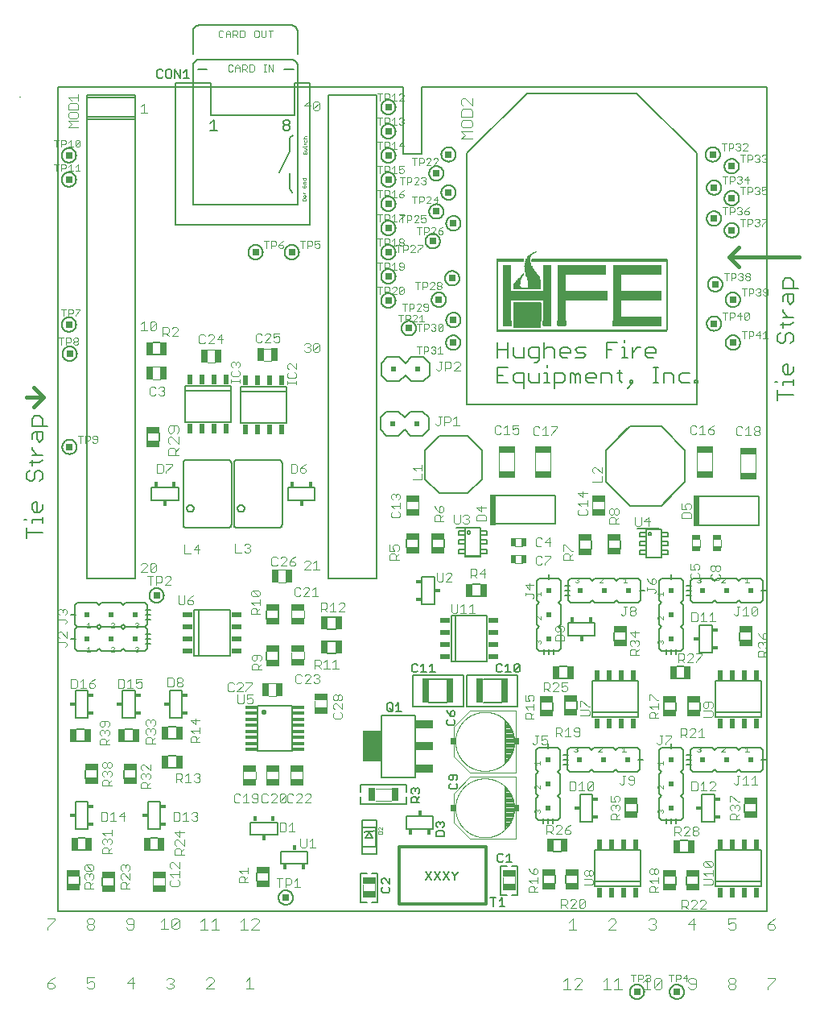
<source format=gto>
G75*
%MOIN*%
%OFA0B0*%
%FSLAX25Y25*%
%IPPOS*%
%LPD*%
%AMOC8*
5,1,8,0,0,1.08239X$1,22.5*
%
%ADD10C,0.00600*%
%ADD11C,0.01600*%
%ADD12R,0.70900X0.00100*%
%ADD13R,0.00700X0.00100*%
%ADD14R,0.00800X0.00100*%
%ADD15R,0.11300X0.00100*%
%ADD16R,0.03600X0.00100*%
%ADD17R,0.20200X0.00100*%
%ADD18R,0.00100X0.00100*%
%ADD19R,0.11200X0.00100*%
%ADD20R,0.20100X0.00100*%
%ADD21R,0.20400X0.00100*%
%ADD22R,0.04400X0.00100*%
%ADD23R,0.06300X0.00100*%
%ADD24R,0.03800X0.00100*%
%ADD25R,0.05800X0.00100*%
%ADD26R,0.03500X0.00100*%
%ADD27R,0.05500X0.00100*%
%ADD28R,0.03300X0.00100*%
%ADD29R,0.05400X0.00100*%
%ADD30R,0.03200X0.00100*%
%ADD31R,0.05300X0.00100*%
%ADD32R,0.03100X0.00100*%
%ADD33R,0.03000X0.00100*%
%ADD34R,0.02800X0.00100*%
%ADD35R,0.02900X0.00100*%
%ADD36R,0.05200X0.00100*%
%ADD37R,0.02700X0.00100*%
%ADD38R,0.02600X0.00100*%
%ADD39R,0.02400X0.00100*%
%ADD40R,0.02300X0.00100*%
%ADD41R,0.02200X0.00100*%
%ADD42R,0.02100X0.00100*%
%ADD43R,0.02000X0.00100*%
%ADD44R,0.01900X0.00100*%
%ADD45R,0.01800X0.00100*%
%ADD46R,0.01700X0.00100*%
%ADD47R,0.01500X0.00100*%
%ADD48R,0.01600X0.00100*%
%ADD49R,0.01400X0.00100*%
%ADD50R,0.01300X0.00100*%
%ADD51R,0.01100X0.00100*%
%ADD52R,0.05600X0.00100*%
%ADD53R,0.01000X0.00100*%
%ADD54R,0.00900X0.00100*%
%ADD55R,0.00500X0.00100*%
%ADD56R,0.00600X0.00100*%
%ADD57R,0.00400X0.00100*%
%ADD58R,0.05000X0.00100*%
%ADD59R,0.00300X0.00100*%
%ADD60R,0.05100X0.00100*%
%ADD61R,0.00200X0.00100*%
%ADD62R,0.04900X0.00100*%
%ADD63R,0.20300X0.00100*%
%ADD64R,0.04700X0.00100*%
%ADD65R,0.04600X0.00100*%
%ADD66R,0.04500X0.00100*%
%ADD67R,0.04300X0.00100*%
%ADD68R,0.04100X0.00100*%
%ADD69R,0.04000X0.00100*%
%ADD70R,0.03900X0.00100*%
%ADD71R,0.03700X0.00100*%
%ADD72R,0.03400X0.00100*%
%ADD73R,0.02500X0.00100*%
%ADD74R,0.56400X0.00100*%
%ADD75R,0.56500X0.00100*%
%ADD76R,0.11400X0.00100*%
%ADD77R,0.11500X0.00100*%
%ADD78R,0.56300X0.00100*%
%ADD79R,0.01200X0.00100*%
%ADD80C,0.00100*%
%ADD81C,0.00500*%
%ADD82C,0.00400*%
%ADD83C,0.00800*%
%ADD84R,0.01929X0.04331*%
%ADD85C,0.00300*%
%ADD86R,0.01930X0.04331*%
%ADD87R,0.04331X0.01929*%
%ADD88C,0.00787*%
%ADD89C,0.00200*%
%ADD90R,0.02559X0.05512*%
%ADD91R,0.02400X0.02400*%
%ADD92R,0.02300X0.01800*%
%ADD93R,0.05512X0.02559*%
%ADD94R,0.05709X0.02953*%
%ADD95R,0.02953X0.05709*%
%ADD96R,0.02000X0.02000*%
%ADD97R,0.01800X0.02300*%
%ADD98R,0.02600X0.02600*%
%ADD99C,0.02209*%
%ADD100R,0.04605X0.01400*%
%ADD101C,0.00700*%
%ADD102R,0.01969X0.03740*%
%ADD103R,0.03740X0.01969*%
%ADD104R,0.06693X0.02953*%
%ADD105R,0.07300X0.12600*%
%ADD106R,0.07300X0.03400*%
%ADD107C,0.01200*%
%ADD108R,0.02362X0.02756*%
%ADD109R,0.02953X0.10236*%
D10*
X0112834Y0117220D02*
X0112834Y0120448D01*
X0117834Y0120448D02*
X0117834Y0117220D01*
X0127334Y0116720D02*
X0127334Y0119948D01*
X0132334Y0119948D02*
X0132334Y0116720D01*
X0120448Y0131334D02*
X0117220Y0131334D01*
X0117220Y0136334D02*
X0120448Y0136334D01*
X0121434Y0140234D02*
X0116234Y0140234D01*
X0116234Y0151434D01*
X0121434Y0151434D01*
X0121434Y0140234D01*
X0120334Y0161220D02*
X0120334Y0164448D01*
X0125334Y0164448D02*
X0125334Y0161220D01*
X0136334Y0161220D02*
X0136334Y0164448D01*
X0141334Y0164448D02*
X0141334Y0161220D01*
X0146234Y0151434D02*
X0146234Y0140234D01*
X0151434Y0140234D01*
X0151434Y0151434D01*
X0146234Y0151434D01*
X0147220Y0136334D02*
X0150448Y0136334D01*
X0150448Y0131334D02*
X0147220Y0131334D01*
X0154720Y0165334D02*
X0157948Y0165334D01*
X0157948Y0170334D02*
X0154720Y0170334D01*
X0154720Y0177334D02*
X0157948Y0177334D01*
X0157948Y0182334D02*
X0154720Y0182334D01*
X0155234Y0186234D02*
X0155234Y0197434D01*
X0160434Y0197434D01*
X0160434Y0186234D01*
X0155234Y0186234D01*
X0140934Y0186234D02*
X0135734Y0186234D01*
X0135734Y0197434D01*
X0140934Y0197434D01*
X0140934Y0186234D01*
X0139948Y0181334D02*
X0136720Y0181334D01*
X0136720Y0176334D02*
X0139948Y0176334D01*
X0119948Y0176334D02*
X0116720Y0176334D01*
X0116720Y0181334D02*
X0119948Y0181334D01*
X0121434Y0186234D02*
X0116234Y0186234D01*
X0116234Y0197434D01*
X0121434Y0197434D01*
X0121434Y0186234D01*
X0124834Y0213834D02*
X0116834Y0213834D01*
X0115834Y0214834D01*
X0115834Y0222834D01*
X0116834Y0223834D01*
X0124834Y0223834D01*
X0125834Y0224834D01*
X0126834Y0223834D01*
X0134834Y0223834D01*
X0135834Y0224834D01*
X0136834Y0223834D01*
X0144834Y0223834D01*
X0145834Y0224834D01*
X0145834Y0232834D01*
X0144834Y0233834D01*
X0136834Y0233834D01*
X0135834Y0232834D01*
X0134834Y0233834D01*
X0126834Y0233834D01*
X0125834Y0232834D01*
X0124834Y0233834D01*
X0116834Y0233834D01*
X0115834Y0232834D01*
X0115834Y0224834D01*
X0116834Y0223834D01*
X0124834Y0223834D01*
X0125834Y0222834D01*
X0126834Y0223834D01*
X0134834Y0223834D01*
X0135834Y0222834D01*
X0136834Y0223834D01*
X0144834Y0223834D01*
X0145834Y0222834D01*
X0145834Y0214834D01*
X0144834Y0213834D01*
X0136834Y0213834D01*
X0135834Y0214834D01*
X0134834Y0213834D01*
X0126834Y0213834D01*
X0125834Y0214834D01*
X0124834Y0213834D01*
X0146834Y0236834D02*
X0146836Y0236943D01*
X0146842Y0237052D01*
X0146852Y0237160D01*
X0146866Y0237268D01*
X0146883Y0237376D01*
X0146905Y0237483D01*
X0146930Y0237589D01*
X0146960Y0237693D01*
X0146993Y0237797D01*
X0147030Y0237900D01*
X0147070Y0238001D01*
X0147114Y0238100D01*
X0147162Y0238198D01*
X0147214Y0238295D01*
X0147268Y0238389D01*
X0147326Y0238481D01*
X0147388Y0238571D01*
X0147453Y0238658D01*
X0147520Y0238744D01*
X0147591Y0238827D01*
X0147665Y0238907D01*
X0147742Y0238984D01*
X0147821Y0239059D01*
X0147903Y0239130D01*
X0147988Y0239199D01*
X0148075Y0239264D01*
X0148164Y0239327D01*
X0148256Y0239385D01*
X0148350Y0239441D01*
X0148445Y0239493D01*
X0148543Y0239542D01*
X0148642Y0239587D01*
X0148743Y0239629D01*
X0148845Y0239666D01*
X0148948Y0239700D01*
X0149053Y0239731D01*
X0149159Y0239757D01*
X0149265Y0239780D01*
X0149373Y0239798D01*
X0149481Y0239813D01*
X0149589Y0239824D01*
X0149698Y0239831D01*
X0149807Y0239834D01*
X0149916Y0239833D01*
X0150025Y0239828D01*
X0150133Y0239819D01*
X0150241Y0239806D01*
X0150349Y0239789D01*
X0150456Y0239769D01*
X0150562Y0239744D01*
X0150667Y0239716D01*
X0150771Y0239684D01*
X0150874Y0239648D01*
X0150976Y0239608D01*
X0151076Y0239565D01*
X0151174Y0239518D01*
X0151271Y0239468D01*
X0151365Y0239414D01*
X0151458Y0239356D01*
X0151549Y0239296D01*
X0151637Y0239232D01*
X0151723Y0239165D01*
X0151806Y0239095D01*
X0151887Y0239022D01*
X0151965Y0238946D01*
X0152040Y0238867D01*
X0152113Y0238785D01*
X0152182Y0238701D01*
X0152248Y0238615D01*
X0152311Y0238526D01*
X0152371Y0238435D01*
X0152428Y0238342D01*
X0152481Y0238247D01*
X0152530Y0238150D01*
X0152576Y0238051D01*
X0152618Y0237951D01*
X0152657Y0237849D01*
X0152692Y0237745D01*
X0152723Y0237641D01*
X0152751Y0237536D01*
X0152774Y0237429D01*
X0152794Y0237322D01*
X0152810Y0237214D01*
X0152822Y0237106D01*
X0152830Y0236997D01*
X0152834Y0236888D01*
X0152834Y0236780D01*
X0152830Y0236671D01*
X0152822Y0236562D01*
X0152810Y0236454D01*
X0152794Y0236346D01*
X0152774Y0236239D01*
X0152751Y0236132D01*
X0152723Y0236027D01*
X0152692Y0235923D01*
X0152657Y0235819D01*
X0152618Y0235717D01*
X0152576Y0235617D01*
X0152530Y0235518D01*
X0152481Y0235421D01*
X0152428Y0235326D01*
X0152371Y0235233D01*
X0152311Y0235142D01*
X0152248Y0235053D01*
X0152182Y0234967D01*
X0152113Y0234883D01*
X0152040Y0234801D01*
X0151965Y0234722D01*
X0151887Y0234646D01*
X0151806Y0234573D01*
X0151723Y0234503D01*
X0151637Y0234436D01*
X0151549Y0234372D01*
X0151458Y0234312D01*
X0151365Y0234254D01*
X0151271Y0234200D01*
X0151174Y0234150D01*
X0151076Y0234103D01*
X0150976Y0234060D01*
X0150874Y0234020D01*
X0150771Y0233984D01*
X0150667Y0233952D01*
X0150562Y0233924D01*
X0150456Y0233899D01*
X0150349Y0233879D01*
X0150241Y0233862D01*
X0150133Y0233849D01*
X0150025Y0233840D01*
X0149916Y0233835D01*
X0149807Y0233834D01*
X0149698Y0233837D01*
X0149589Y0233844D01*
X0149481Y0233855D01*
X0149373Y0233870D01*
X0149265Y0233888D01*
X0149159Y0233911D01*
X0149053Y0233937D01*
X0148948Y0233968D01*
X0148845Y0234002D01*
X0148743Y0234039D01*
X0148642Y0234081D01*
X0148543Y0234126D01*
X0148445Y0234175D01*
X0148350Y0234227D01*
X0148256Y0234283D01*
X0148164Y0234341D01*
X0148075Y0234404D01*
X0147988Y0234469D01*
X0147903Y0234538D01*
X0147821Y0234609D01*
X0147742Y0234684D01*
X0147665Y0234761D01*
X0147591Y0234841D01*
X0147520Y0234924D01*
X0147453Y0235010D01*
X0147388Y0235097D01*
X0147326Y0235187D01*
X0147268Y0235279D01*
X0147214Y0235373D01*
X0147162Y0235470D01*
X0147114Y0235568D01*
X0147070Y0235667D01*
X0147030Y0235768D01*
X0146993Y0235871D01*
X0146960Y0235975D01*
X0146930Y0236079D01*
X0146905Y0236185D01*
X0146883Y0236292D01*
X0146866Y0236400D01*
X0146852Y0236508D01*
X0146842Y0236616D01*
X0146836Y0236725D01*
X0146834Y0236834D01*
X0147734Y0276234D02*
X0158934Y0276234D01*
X0158934Y0281434D01*
X0147734Y0281434D01*
X0147734Y0276234D01*
X0145834Y0300720D02*
X0145834Y0303948D01*
X0150834Y0303948D02*
X0150834Y0300720D01*
X0151448Y0336334D02*
X0148220Y0336334D01*
X0148220Y0341334D02*
X0151448Y0341334D01*
X0110834Y0336834D02*
X0110836Y0336943D01*
X0110842Y0337052D01*
X0110852Y0337160D01*
X0110866Y0337268D01*
X0110883Y0337376D01*
X0110905Y0337483D01*
X0110930Y0337589D01*
X0110960Y0337693D01*
X0110993Y0337797D01*
X0111030Y0337900D01*
X0111070Y0338001D01*
X0111114Y0338100D01*
X0111162Y0338198D01*
X0111214Y0338295D01*
X0111268Y0338389D01*
X0111326Y0338481D01*
X0111388Y0338571D01*
X0111453Y0338658D01*
X0111520Y0338744D01*
X0111591Y0338827D01*
X0111665Y0338907D01*
X0111742Y0338984D01*
X0111821Y0339059D01*
X0111903Y0339130D01*
X0111988Y0339199D01*
X0112075Y0339264D01*
X0112164Y0339327D01*
X0112256Y0339385D01*
X0112350Y0339441D01*
X0112445Y0339493D01*
X0112543Y0339542D01*
X0112642Y0339587D01*
X0112743Y0339629D01*
X0112845Y0339666D01*
X0112948Y0339700D01*
X0113053Y0339731D01*
X0113159Y0339757D01*
X0113265Y0339780D01*
X0113373Y0339798D01*
X0113481Y0339813D01*
X0113589Y0339824D01*
X0113698Y0339831D01*
X0113807Y0339834D01*
X0113916Y0339833D01*
X0114025Y0339828D01*
X0114133Y0339819D01*
X0114241Y0339806D01*
X0114349Y0339789D01*
X0114456Y0339769D01*
X0114562Y0339744D01*
X0114667Y0339716D01*
X0114771Y0339684D01*
X0114874Y0339648D01*
X0114976Y0339608D01*
X0115076Y0339565D01*
X0115174Y0339518D01*
X0115271Y0339468D01*
X0115365Y0339414D01*
X0115458Y0339356D01*
X0115549Y0339296D01*
X0115637Y0339232D01*
X0115723Y0339165D01*
X0115806Y0339095D01*
X0115887Y0339022D01*
X0115965Y0338946D01*
X0116040Y0338867D01*
X0116113Y0338785D01*
X0116182Y0338701D01*
X0116248Y0338615D01*
X0116311Y0338526D01*
X0116371Y0338435D01*
X0116428Y0338342D01*
X0116481Y0338247D01*
X0116530Y0338150D01*
X0116576Y0338051D01*
X0116618Y0337951D01*
X0116657Y0337849D01*
X0116692Y0337745D01*
X0116723Y0337641D01*
X0116751Y0337536D01*
X0116774Y0337429D01*
X0116794Y0337322D01*
X0116810Y0337214D01*
X0116822Y0337106D01*
X0116830Y0336997D01*
X0116834Y0336888D01*
X0116834Y0336780D01*
X0116830Y0336671D01*
X0116822Y0336562D01*
X0116810Y0336454D01*
X0116794Y0336346D01*
X0116774Y0336239D01*
X0116751Y0336132D01*
X0116723Y0336027D01*
X0116692Y0335923D01*
X0116657Y0335819D01*
X0116618Y0335717D01*
X0116576Y0335617D01*
X0116530Y0335518D01*
X0116481Y0335421D01*
X0116428Y0335326D01*
X0116371Y0335233D01*
X0116311Y0335142D01*
X0116248Y0335053D01*
X0116182Y0334967D01*
X0116113Y0334883D01*
X0116040Y0334801D01*
X0115965Y0334722D01*
X0115887Y0334646D01*
X0115806Y0334573D01*
X0115723Y0334503D01*
X0115637Y0334436D01*
X0115549Y0334372D01*
X0115458Y0334312D01*
X0115365Y0334254D01*
X0115271Y0334200D01*
X0115174Y0334150D01*
X0115076Y0334103D01*
X0114976Y0334060D01*
X0114874Y0334020D01*
X0114771Y0333984D01*
X0114667Y0333952D01*
X0114562Y0333924D01*
X0114456Y0333899D01*
X0114349Y0333879D01*
X0114241Y0333862D01*
X0114133Y0333849D01*
X0114025Y0333840D01*
X0113916Y0333835D01*
X0113807Y0333834D01*
X0113698Y0333837D01*
X0113589Y0333844D01*
X0113481Y0333855D01*
X0113373Y0333870D01*
X0113265Y0333888D01*
X0113159Y0333911D01*
X0113053Y0333937D01*
X0112948Y0333968D01*
X0112845Y0334002D01*
X0112743Y0334039D01*
X0112642Y0334081D01*
X0112543Y0334126D01*
X0112445Y0334175D01*
X0112350Y0334227D01*
X0112256Y0334283D01*
X0112164Y0334341D01*
X0112075Y0334404D01*
X0111988Y0334469D01*
X0111903Y0334538D01*
X0111821Y0334609D01*
X0111742Y0334684D01*
X0111665Y0334761D01*
X0111591Y0334841D01*
X0111520Y0334924D01*
X0111453Y0335010D01*
X0111388Y0335097D01*
X0111326Y0335187D01*
X0111268Y0335279D01*
X0111214Y0335373D01*
X0111162Y0335470D01*
X0111114Y0335568D01*
X0111070Y0335667D01*
X0111030Y0335768D01*
X0110993Y0335871D01*
X0110960Y0335975D01*
X0110930Y0336079D01*
X0110905Y0336185D01*
X0110883Y0336292D01*
X0110866Y0336400D01*
X0110852Y0336508D01*
X0110842Y0336616D01*
X0110836Y0336725D01*
X0110834Y0336834D01*
X0110504Y0348882D02*
X0110506Y0348991D01*
X0110512Y0349100D01*
X0110522Y0349208D01*
X0110536Y0349316D01*
X0110553Y0349424D01*
X0110575Y0349531D01*
X0110600Y0349637D01*
X0110630Y0349741D01*
X0110663Y0349845D01*
X0110700Y0349948D01*
X0110740Y0350049D01*
X0110784Y0350148D01*
X0110832Y0350246D01*
X0110884Y0350343D01*
X0110938Y0350437D01*
X0110996Y0350529D01*
X0111058Y0350619D01*
X0111123Y0350706D01*
X0111190Y0350792D01*
X0111261Y0350875D01*
X0111335Y0350955D01*
X0111412Y0351032D01*
X0111491Y0351107D01*
X0111573Y0351178D01*
X0111658Y0351247D01*
X0111745Y0351312D01*
X0111834Y0351375D01*
X0111926Y0351433D01*
X0112020Y0351489D01*
X0112115Y0351541D01*
X0112213Y0351590D01*
X0112312Y0351635D01*
X0112413Y0351677D01*
X0112515Y0351714D01*
X0112618Y0351748D01*
X0112723Y0351779D01*
X0112829Y0351805D01*
X0112935Y0351828D01*
X0113043Y0351846D01*
X0113151Y0351861D01*
X0113259Y0351872D01*
X0113368Y0351879D01*
X0113477Y0351882D01*
X0113586Y0351881D01*
X0113695Y0351876D01*
X0113803Y0351867D01*
X0113911Y0351854D01*
X0114019Y0351837D01*
X0114126Y0351817D01*
X0114232Y0351792D01*
X0114337Y0351764D01*
X0114441Y0351732D01*
X0114544Y0351696D01*
X0114646Y0351656D01*
X0114746Y0351613D01*
X0114844Y0351566D01*
X0114941Y0351516D01*
X0115035Y0351462D01*
X0115128Y0351404D01*
X0115219Y0351344D01*
X0115307Y0351280D01*
X0115393Y0351213D01*
X0115476Y0351143D01*
X0115557Y0351070D01*
X0115635Y0350994D01*
X0115710Y0350915D01*
X0115783Y0350833D01*
X0115852Y0350749D01*
X0115918Y0350663D01*
X0115981Y0350574D01*
X0116041Y0350483D01*
X0116098Y0350390D01*
X0116151Y0350295D01*
X0116200Y0350198D01*
X0116246Y0350099D01*
X0116288Y0349999D01*
X0116327Y0349897D01*
X0116362Y0349793D01*
X0116393Y0349689D01*
X0116421Y0349584D01*
X0116444Y0349477D01*
X0116464Y0349370D01*
X0116480Y0349262D01*
X0116492Y0349154D01*
X0116500Y0349045D01*
X0116504Y0348936D01*
X0116504Y0348828D01*
X0116500Y0348719D01*
X0116492Y0348610D01*
X0116480Y0348502D01*
X0116464Y0348394D01*
X0116444Y0348287D01*
X0116421Y0348180D01*
X0116393Y0348075D01*
X0116362Y0347971D01*
X0116327Y0347867D01*
X0116288Y0347765D01*
X0116246Y0347665D01*
X0116200Y0347566D01*
X0116151Y0347469D01*
X0116098Y0347374D01*
X0116041Y0347281D01*
X0115981Y0347190D01*
X0115918Y0347101D01*
X0115852Y0347015D01*
X0115783Y0346931D01*
X0115710Y0346849D01*
X0115635Y0346770D01*
X0115557Y0346694D01*
X0115476Y0346621D01*
X0115393Y0346551D01*
X0115307Y0346484D01*
X0115219Y0346420D01*
X0115128Y0346360D01*
X0115035Y0346302D01*
X0114941Y0346248D01*
X0114844Y0346198D01*
X0114746Y0346151D01*
X0114646Y0346108D01*
X0114544Y0346068D01*
X0114441Y0346032D01*
X0114337Y0346000D01*
X0114232Y0345972D01*
X0114126Y0345947D01*
X0114019Y0345927D01*
X0113911Y0345910D01*
X0113803Y0345897D01*
X0113695Y0345888D01*
X0113586Y0345883D01*
X0113477Y0345882D01*
X0113368Y0345885D01*
X0113259Y0345892D01*
X0113151Y0345903D01*
X0113043Y0345918D01*
X0112935Y0345936D01*
X0112829Y0345959D01*
X0112723Y0345985D01*
X0112618Y0346016D01*
X0112515Y0346050D01*
X0112413Y0346087D01*
X0112312Y0346129D01*
X0112213Y0346174D01*
X0112115Y0346223D01*
X0112020Y0346275D01*
X0111926Y0346331D01*
X0111834Y0346389D01*
X0111745Y0346452D01*
X0111658Y0346517D01*
X0111573Y0346586D01*
X0111491Y0346657D01*
X0111412Y0346732D01*
X0111335Y0346809D01*
X0111261Y0346889D01*
X0111190Y0346972D01*
X0111123Y0347058D01*
X0111058Y0347145D01*
X0110996Y0347235D01*
X0110938Y0347327D01*
X0110884Y0347421D01*
X0110832Y0347518D01*
X0110784Y0347616D01*
X0110740Y0347715D01*
X0110700Y0347816D01*
X0110663Y0347919D01*
X0110630Y0348023D01*
X0110600Y0348127D01*
X0110575Y0348233D01*
X0110553Y0348340D01*
X0110536Y0348448D01*
X0110522Y0348556D01*
X0110512Y0348664D01*
X0110506Y0348773D01*
X0110504Y0348882D01*
X0101467Y0310959D02*
X0099332Y0310959D01*
X0098264Y0309891D01*
X0098264Y0306689D01*
X0104669Y0306689D01*
X0102534Y0306689D02*
X0102534Y0309891D01*
X0101467Y0310959D01*
X0102534Y0304514D02*
X0099332Y0304514D01*
X0098264Y0303446D01*
X0098264Y0301311D01*
X0100399Y0301311D02*
X0100399Y0304514D01*
X0102534Y0304514D02*
X0102534Y0301311D01*
X0101467Y0300243D01*
X0100399Y0301311D01*
X0098264Y0298075D02*
X0098264Y0297007D01*
X0100399Y0294872D01*
X0102534Y0294872D02*
X0098264Y0294872D01*
X0098264Y0292710D02*
X0098264Y0290575D01*
X0097196Y0291643D02*
X0101467Y0291643D01*
X0102534Y0292710D01*
X0101467Y0288400D02*
X0102534Y0287332D01*
X0102534Y0285197D01*
X0101467Y0284129D01*
X0099332Y0285197D02*
X0099332Y0287332D01*
X0100399Y0288400D01*
X0101467Y0288400D01*
X0099332Y0285197D02*
X0098264Y0284129D01*
X0097196Y0284129D01*
X0096129Y0285197D01*
X0096129Y0287332D01*
X0097196Y0288400D01*
X0099332Y0275509D02*
X0100399Y0275509D01*
X0100399Y0271238D01*
X0099332Y0271238D02*
X0101467Y0271238D01*
X0102534Y0272306D01*
X0102534Y0274441D01*
X0099332Y0275509D02*
X0098264Y0274441D01*
X0098264Y0272306D01*
X0099332Y0271238D01*
X0098264Y0268009D02*
X0102534Y0268009D01*
X0102534Y0266941D02*
X0102534Y0269077D01*
X0098264Y0268009D02*
X0098264Y0266941D01*
X0096129Y0268009D02*
X0095061Y0268009D01*
X0096129Y0264766D02*
X0096129Y0260496D01*
X0096129Y0262631D02*
X0102534Y0262631D01*
X0110756Y0298267D02*
X0110758Y0298376D01*
X0110764Y0298485D01*
X0110774Y0298593D01*
X0110788Y0298701D01*
X0110805Y0298809D01*
X0110827Y0298916D01*
X0110852Y0299022D01*
X0110882Y0299126D01*
X0110915Y0299230D01*
X0110952Y0299333D01*
X0110992Y0299434D01*
X0111036Y0299533D01*
X0111084Y0299631D01*
X0111136Y0299728D01*
X0111190Y0299822D01*
X0111248Y0299914D01*
X0111310Y0300004D01*
X0111375Y0300091D01*
X0111442Y0300177D01*
X0111513Y0300260D01*
X0111587Y0300340D01*
X0111664Y0300417D01*
X0111743Y0300492D01*
X0111825Y0300563D01*
X0111910Y0300632D01*
X0111997Y0300697D01*
X0112086Y0300760D01*
X0112178Y0300818D01*
X0112272Y0300874D01*
X0112367Y0300926D01*
X0112465Y0300975D01*
X0112564Y0301020D01*
X0112665Y0301062D01*
X0112767Y0301099D01*
X0112870Y0301133D01*
X0112975Y0301164D01*
X0113081Y0301190D01*
X0113187Y0301213D01*
X0113295Y0301231D01*
X0113403Y0301246D01*
X0113511Y0301257D01*
X0113620Y0301264D01*
X0113729Y0301267D01*
X0113838Y0301266D01*
X0113947Y0301261D01*
X0114055Y0301252D01*
X0114163Y0301239D01*
X0114271Y0301222D01*
X0114378Y0301202D01*
X0114484Y0301177D01*
X0114589Y0301149D01*
X0114693Y0301117D01*
X0114796Y0301081D01*
X0114898Y0301041D01*
X0114998Y0300998D01*
X0115096Y0300951D01*
X0115193Y0300901D01*
X0115287Y0300847D01*
X0115380Y0300789D01*
X0115471Y0300729D01*
X0115559Y0300665D01*
X0115645Y0300598D01*
X0115728Y0300528D01*
X0115809Y0300455D01*
X0115887Y0300379D01*
X0115962Y0300300D01*
X0116035Y0300218D01*
X0116104Y0300134D01*
X0116170Y0300048D01*
X0116233Y0299959D01*
X0116293Y0299868D01*
X0116350Y0299775D01*
X0116403Y0299680D01*
X0116452Y0299583D01*
X0116498Y0299484D01*
X0116540Y0299384D01*
X0116579Y0299282D01*
X0116614Y0299178D01*
X0116645Y0299074D01*
X0116673Y0298969D01*
X0116696Y0298862D01*
X0116716Y0298755D01*
X0116732Y0298647D01*
X0116744Y0298539D01*
X0116752Y0298430D01*
X0116756Y0298321D01*
X0116756Y0298213D01*
X0116752Y0298104D01*
X0116744Y0297995D01*
X0116732Y0297887D01*
X0116716Y0297779D01*
X0116696Y0297672D01*
X0116673Y0297565D01*
X0116645Y0297460D01*
X0116614Y0297356D01*
X0116579Y0297252D01*
X0116540Y0297150D01*
X0116498Y0297050D01*
X0116452Y0296951D01*
X0116403Y0296854D01*
X0116350Y0296759D01*
X0116293Y0296666D01*
X0116233Y0296575D01*
X0116170Y0296486D01*
X0116104Y0296400D01*
X0116035Y0296316D01*
X0115962Y0296234D01*
X0115887Y0296155D01*
X0115809Y0296079D01*
X0115728Y0296006D01*
X0115645Y0295936D01*
X0115559Y0295869D01*
X0115471Y0295805D01*
X0115380Y0295745D01*
X0115287Y0295687D01*
X0115193Y0295633D01*
X0115096Y0295583D01*
X0114998Y0295536D01*
X0114898Y0295493D01*
X0114796Y0295453D01*
X0114693Y0295417D01*
X0114589Y0295385D01*
X0114484Y0295357D01*
X0114378Y0295332D01*
X0114271Y0295312D01*
X0114163Y0295295D01*
X0114055Y0295282D01*
X0113947Y0295273D01*
X0113838Y0295268D01*
X0113729Y0295267D01*
X0113620Y0295270D01*
X0113511Y0295277D01*
X0113403Y0295288D01*
X0113295Y0295303D01*
X0113187Y0295321D01*
X0113081Y0295344D01*
X0112975Y0295370D01*
X0112870Y0295401D01*
X0112767Y0295435D01*
X0112665Y0295472D01*
X0112564Y0295514D01*
X0112465Y0295559D01*
X0112367Y0295608D01*
X0112272Y0295660D01*
X0112178Y0295716D01*
X0112086Y0295774D01*
X0111997Y0295837D01*
X0111910Y0295902D01*
X0111825Y0295971D01*
X0111743Y0296042D01*
X0111664Y0296117D01*
X0111587Y0296194D01*
X0111513Y0296274D01*
X0111442Y0296357D01*
X0111375Y0296443D01*
X0111310Y0296530D01*
X0111248Y0296620D01*
X0111190Y0296712D01*
X0111136Y0296806D01*
X0111084Y0296903D01*
X0111036Y0297001D01*
X0110992Y0297100D01*
X0110952Y0297201D01*
X0110915Y0297304D01*
X0110882Y0297408D01*
X0110852Y0297512D01*
X0110827Y0297618D01*
X0110805Y0297725D01*
X0110788Y0297833D01*
X0110774Y0297941D01*
X0110764Y0298049D01*
X0110758Y0298158D01*
X0110756Y0298267D01*
X0187834Y0378834D02*
X0187836Y0378943D01*
X0187842Y0379052D01*
X0187852Y0379160D01*
X0187866Y0379268D01*
X0187883Y0379376D01*
X0187905Y0379483D01*
X0187930Y0379589D01*
X0187960Y0379693D01*
X0187993Y0379797D01*
X0188030Y0379900D01*
X0188070Y0380001D01*
X0188114Y0380100D01*
X0188162Y0380198D01*
X0188214Y0380295D01*
X0188268Y0380389D01*
X0188326Y0380481D01*
X0188388Y0380571D01*
X0188453Y0380658D01*
X0188520Y0380744D01*
X0188591Y0380827D01*
X0188665Y0380907D01*
X0188742Y0380984D01*
X0188821Y0381059D01*
X0188903Y0381130D01*
X0188988Y0381199D01*
X0189075Y0381264D01*
X0189164Y0381327D01*
X0189256Y0381385D01*
X0189350Y0381441D01*
X0189445Y0381493D01*
X0189543Y0381542D01*
X0189642Y0381587D01*
X0189743Y0381629D01*
X0189845Y0381666D01*
X0189948Y0381700D01*
X0190053Y0381731D01*
X0190159Y0381757D01*
X0190265Y0381780D01*
X0190373Y0381798D01*
X0190481Y0381813D01*
X0190589Y0381824D01*
X0190698Y0381831D01*
X0190807Y0381834D01*
X0190916Y0381833D01*
X0191025Y0381828D01*
X0191133Y0381819D01*
X0191241Y0381806D01*
X0191349Y0381789D01*
X0191456Y0381769D01*
X0191562Y0381744D01*
X0191667Y0381716D01*
X0191771Y0381684D01*
X0191874Y0381648D01*
X0191976Y0381608D01*
X0192076Y0381565D01*
X0192174Y0381518D01*
X0192271Y0381468D01*
X0192365Y0381414D01*
X0192458Y0381356D01*
X0192549Y0381296D01*
X0192637Y0381232D01*
X0192723Y0381165D01*
X0192806Y0381095D01*
X0192887Y0381022D01*
X0192965Y0380946D01*
X0193040Y0380867D01*
X0193113Y0380785D01*
X0193182Y0380701D01*
X0193248Y0380615D01*
X0193311Y0380526D01*
X0193371Y0380435D01*
X0193428Y0380342D01*
X0193481Y0380247D01*
X0193530Y0380150D01*
X0193576Y0380051D01*
X0193618Y0379951D01*
X0193657Y0379849D01*
X0193692Y0379745D01*
X0193723Y0379641D01*
X0193751Y0379536D01*
X0193774Y0379429D01*
X0193794Y0379322D01*
X0193810Y0379214D01*
X0193822Y0379106D01*
X0193830Y0378997D01*
X0193834Y0378888D01*
X0193834Y0378780D01*
X0193830Y0378671D01*
X0193822Y0378562D01*
X0193810Y0378454D01*
X0193794Y0378346D01*
X0193774Y0378239D01*
X0193751Y0378132D01*
X0193723Y0378027D01*
X0193692Y0377923D01*
X0193657Y0377819D01*
X0193618Y0377717D01*
X0193576Y0377617D01*
X0193530Y0377518D01*
X0193481Y0377421D01*
X0193428Y0377326D01*
X0193371Y0377233D01*
X0193311Y0377142D01*
X0193248Y0377053D01*
X0193182Y0376967D01*
X0193113Y0376883D01*
X0193040Y0376801D01*
X0192965Y0376722D01*
X0192887Y0376646D01*
X0192806Y0376573D01*
X0192723Y0376503D01*
X0192637Y0376436D01*
X0192549Y0376372D01*
X0192458Y0376312D01*
X0192365Y0376254D01*
X0192271Y0376200D01*
X0192174Y0376150D01*
X0192076Y0376103D01*
X0191976Y0376060D01*
X0191874Y0376020D01*
X0191771Y0375984D01*
X0191667Y0375952D01*
X0191562Y0375924D01*
X0191456Y0375899D01*
X0191349Y0375879D01*
X0191241Y0375862D01*
X0191133Y0375849D01*
X0191025Y0375840D01*
X0190916Y0375835D01*
X0190807Y0375834D01*
X0190698Y0375837D01*
X0190589Y0375844D01*
X0190481Y0375855D01*
X0190373Y0375870D01*
X0190265Y0375888D01*
X0190159Y0375911D01*
X0190053Y0375937D01*
X0189948Y0375968D01*
X0189845Y0376002D01*
X0189743Y0376039D01*
X0189642Y0376081D01*
X0189543Y0376126D01*
X0189445Y0376175D01*
X0189350Y0376227D01*
X0189256Y0376283D01*
X0189164Y0376341D01*
X0189075Y0376404D01*
X0188988Y0376469D01*
X0188903Y0376538D01*
X0188821Y0376609D01*
X0188742Y0376684D01*
X0188665Y0376761D01*
X0188591Y0376841D01*
X0188520Y0376924D01*
X0188453Y0377010D01*
X0188388Y0377097D01*
X0188326Y0377187D01*
X0188268Y0377279D01*
X0188214Y0377373D01*
X0188162Y0377470D01*
X0188114Y0377568D01*
X0188070Y0377667D01*
X0188030Y0377768D01*
X0187993Y0377871D01*
X0187960Y0377975D01*
X0187930Y0378079D01*
X0187905Y0378185D01*
X0187883Y0378292D01*
X0187866Y0378400D01*
X0187852Y0378508D01*
X0187842Y0378616D01*
X0187836Y0378725D01*
X0187834Y0378834D01*
X0202834Y0378834D02*
X0202836Y0378943D01*
X0202842Y0379052D01*
X0202852Y0379160D01*
X0202866Y0379268D01*
X0202883Y0379376D01*
X0202905Y0379483D01*
X0202930Y0379589D01*
X0202960Y0379693D01*
X0202993Y0379797D01*
X0203030Y0379900D01*
X0203070Y0380001D01*
X0203114Y0380100D01*
X0203162Y0380198D01*
X0203214Y0380295D01*
X0203268Y0380389D01*
X0203326Y0380481D01*
X0203388Y0380571D01*
X0203453Y0380658D01*
X0203520Y0380744D01*
X0203591Y0380827D01*
X0203665Y0380907D01*
X0203742Y0380984D01*
X0203821Y0381059D01*
X0203903Y0381130D01*
X0203988Y0381199D01*
X0204075Y0381264D01*
X0204164Y0381327D01*
X0204256Y0381385D01*
X0204350Y0381441D01*
X0204445Y0381493D01*
X0204543Y0381542D01*
X0204642Y0381587D01*
X0204743Y0381629D01*
X0204845Y0381666D01*
X0204948Y0381700D01*
X0205053Y0381731D01*
X0205159Y0381757D01*
X0205265Y0381780D01*
X0205373Y0381798D01*
X0205481Y0381813D01*
X0205589Y0381824D01*
X0205698Y0381831D01*
X0205807Y0381834D01*
X0205916Y0381833D01*
X0206025Y0381828D01*
X0206133Y0381819D01*
X0206241Y0381806D01*
X0206349Y0381789D01*
X0206456Y0381769D01*
X0206562Y0381744D01*
X0206667Y0381716D01*
X0206771Y0381684D01*
X0206874Y0381648D01*
X0206976Y0381608D01*
X0207076Y0381565D01*
X0207174Y0381518D01*
X0207271Y0381468D01*
X0207365Y0381414D01*
X0207458Y0381356D01*
X0207549Y0381296D01*
X0207637Y0381232D01*
X0207723Y0381165D01*
X0207806Y0381095D01*
X0207887Y0381022D01*
X0207965Y0380946D01*
X0208040Y0380867D01*
X0208113Y0380785D01*
X0208182Y0380701D01*
X0208248Y0380615D01*
X0208311Y0380526D01*
X0208371Y0380435D01*
X0208428Y0380342D01*
X0208481Y0380247D01*
X0208530Y0380150D01*
X0208576Y0380051D01*
X0208618Y0379951D01*
X0208657Y0379849D01*
X0208692Y0379745D01*
X0208723Y0379641D01*
X0208751Y0379536D01*
X0208774Y0379429D01*
X0208794Y0379322D01*
X0208810Y0379214D01*
X0208822Y0379106D01*
X0208830Y0378997D01*
X0208834Y0378888D01*
X0208834Y0378780D01*
X0208830Y0378671D01*
X0208822Y0378562D01*
X0208810Y0378454D01*
X0208794Y0378346D01*
X0208774Y0378239D01*
X0208751Y0378132D01*
X0208723Y0378027D01*
X0208692Y0377923D01*
X0208657Y0377819D01*
X0208618Y0377717D01*
X0208576Y0377617D01*
X0208530Y0377518D01*
X0208481Y0377421D01*
X0208428Y0377326D01*
X0208371Y0377233D01*
X0208311Y0377142D01*
X0208248Y0377053D01*
X0208182Y0376967D01*
X0208113Y0376883D01*
X0208040Y0376801D01*
X0207965Y0376722D01*
X0207887Y0376646D01*
X0207806Y0376573D01*
X0207723Y0376503D01*
X0207637Y0376436D01*
X0207549Y0376372D01*
X0207458Y0376312D01*
X0207365Y0376254D01*
X0207271Y0376200D01*
X0207174Y0376150D01*
X0207076Y0376103D01*
X0206976Y0376060D01*
X0206874Y0376020D01*
X0206771Y0375984D01*
X0206667Y0375952D01*
X0206562Y0375924D01*
X0206456Y0375899D01*
X0206349Y0375879D01*
X0206241Y0375862D01*
X0206133Y0375849D01*
X0206025Y0375840D01*
X0205916Y0375835D01*
X0205807Y0375834D01*
X0205698Y0375837D01*
X0205589Y0375844D01*
X0205481Y0375855D01*
X0205373Y0375870D01*
X0205265Y0375888D01*
X0205159Y0375911D01*
X0205053Y0375937D01*
X0204948Y0375968D01*
X0204845Y0376002D01*
X0204743Y0376039D01*
X0204642Y0376081D01*
X0204543Y0376126D01*
X0204445Y0376175D01*
X0204350Y0376227D01*
X0204256Y0376283D01*
X0204164Y0376341D01*
X0204075Y0376404D01*
X0203988Y0376469D01*
X0203903Y0376538D01*
X0203821Y0376609D01*
X0203742Y0376684D01*
X0203665Y0376761D01*
X0203591Y0376841D01*
X0203520Y0376924D01*
X0203453Y0377010D01*
X0203388Y0377097D01*
X0203326Y0377187D01*
X0203268Y0377279D01*
X0203214Y0377373D01*
X0203162Y0377470D01*
X0203114Y0377568D01*
X0203070Y0377667D01*
X0203030Y0377768D01*
X0202993Y0377871D01*
X0202960Y0377975D01*
X0202930Y0378079D01*
X0202905Y0378185D01*
X0202883Y0378292D01*
X0202866Y0378400D01*
X0202852Y0378508D01*
X0202842Y0378616D01*
X0202836Y0378725D01*
X0202834Y0378834D01*
X0242834Y0378834D02*
X0242836Y0378943D01*
X0242842Y0379052D01*
X0242852Y0379160D01*
X0242866Y0379268D01*
X0242883Y0379376D01*
X0242905Y0379483D01*
X0242930Y0379589D01*
X0242960Y0379693D01*
X0242993Y0379797D01*
X0243030Y0379900D01*
X0243070Y0380001D01*
X0243114Y0380100D01*
X0243162Y0380198D01*
X0243214Y0380295D01*
X0243268Y0380389D01*
X0243326Y0380481D01*
X0243388Y0380571D01*
X0243453Y0380658D01*
X0243520Y0380744D01*
X0243591Y0380827D01*
X0243665Y0380907D01*
X0243742Y0380984D01*
X0243821Y0381059D01*
X0243903Y0381130D01*
X0243988Y0381199D01*
X0244075Y0381264D01*
X0244164Y0381327D01*
X0244256Y0381385D01*
X0244350Y0381441D01*
X0244445Y0381493D01*
X0244543Y0381542D01*
X0244642Y0381587D01*
X0244743Y0381629D01*
X0244845Y0381666D01*
X0244948Y0381700D01*
X0245053Y0381731D01*
X0245159Y0381757D01*
X0245265Y0381780D01*
X0245373Y0381798D01*
X0245481Y0381813D01*
X0245589Y0381824D01*
X0245698Y0381831D01*
X0245807Y0381834D01*
X0245916Y0381833D01*
X0246025Y0381828D01*
X0246133Y0381819D01*
X0246241Y0381806D01*
X0246349Y0381789D01*
X0246456Y0381769D01*
X0246562Y0381744D01*
X0246667Y0381716D01*
X0246771Y0381684D01*
X0246874Y0381648D01*
X0246976Y0381608D01*
X0247076Y0381565D01*
X0247174Y0381518D01*
X0247271Y0381468D01*
X0247365Y0381414D01*
X0247458Y0381356D01*
X0247549Y0381296D01*
X0247637Y0381232D01*
X0247723Y0381165D01*
X0247806Y0381095D01*
X0247887Y0381022D01*
X0247965Y0380946D01*
X0248040Y0380867D01*
X0248113Y0380785D01*
X0248182Y0380701D01*
X0248248Y0380615D01*
X0248311Y0380526D01*
X0248371Y0380435D01*
X0248428Y0380342D01*
X0248481Y0380247D01*
X0248530Y0380150D01*
X0248576Y0380051D01*
X0248618Y0379951D01*
X0248657Y0379849D01*
X0248692Y0379745D01*
X0248723Y0379641D01*
X0248751Y0379536D01*
X0248774Y0379429D01*
X0248794Y0379322D01*
X0248810Y0379214D01*
X0248822Y0379106D01*
X0248830Y0378997D01*
X0248834Y0378888D01*
X0248834Y0378780D01*
X0248830Y0378671D01*
X0248822Y0378562D01*
X0248810Y0378454D01*
X0248794Y0378346D01*
X0248774Y0378239D01*
X0248751Y0378132D01*
X0248723Y0378027D01*
X0248692Y0377923D01*
X0248657Y0377819D01*
X0248618Y0377717D01*
X0248576Y0377617D01*
X0248530Y0377518D01*
X0248481Y0377421D01*
X0248428Y0377326D01*
X0248371Y0377233D01*
X0248311Y0377142D01*
X0248248Y0377053D01*
X0248182Y0376967D01*
X0248113Y0376883D01*
X0248040Y0376801D01*
X0247965Y0376722D01*
X0247887Y0376646D01*
X0247806Y0376573D01*
X0247723Y0376503D01*
X0247637Y0376436D01*
X0247549Y0376372D01*
X0247458Y0376312D01*
X0247365Y0376254D01*
X0247271Y0376200D01*
X0247174Y0376150D01*
X0247076Y0376103D01*
X0246976Y0376060D01*
X0246874Y0376020D01*
X0246771Y0375984D01*
X0246667Y0375952D01*
X0246562Y0375924D01*
X0246456Y0375899D01*
X0246349Y0375879D01*
X0246241Y0375862D01*
X0246133Y0375849D01*
X0246025Y0375840D01*
X0245916Y0375835D01*
X0245807Y0375834D01*
X0245698Y0375837D01*
X0245589Y0375844D01*
X0245481Y0375855D01*
X0245373Y0375870D01*
X0245265Y0375888D01*
X0245159Y0375911D01*
X0245053Y0375937D01*
X0244948Y0375968D01*
X0244845Y0376002D01*
X0244743Y0376039D01*
X0244642Y0376081D01*
X0244543Y0376126D01*
X0244445Y0376175D01*
X0244350Y0376227D01*
X0244256Y0376283D01*
X0244164Y0376341D01*
X0244075Y0376404D01*
X0243988Y0376469D01*
X0243903Y0376538D01*
X0243821Y0376609D01*
X0243742Y0376684D01*
X0243665Y0376761D01*
X0243591Y0376841D01*
X0243520Y0376924D01*
X0243453Y0377010D01*
X0243388Y0377097D01*
X0243326Y0377187D01*
X0243268Y0377279D01*
X0243214Y0377373D01*
X0243162Y0377470D01*
X0243114Y0377568D01*
X0243070Y0377667D01*
X0243030Y0377768D01*
X0242993Y0377871D01*
X0242960Y0377975D01*
X0242930Y0378079D01*
X0242905Y0378185D01*
X0242883Y0378292D01*
X0242866Y0378400D01*
X0242852Y0378508D01*
X0242842Y0378616D01*
X0242836Y0378725D01*
X0242834Y0378834D01*
X0242834Y0368834D02*
X0242836Y0368943D01*
X0242842Y0369052D01*
X0242852Y0369160D01*
X0242866Y0369268D01*
X0242883Y0369376D01*
X0242905Y0369483D01*
X0242930Y0369589D01*
X0242960Y0369693D01*
X0242993Y0369797D01*
X0243030Y0369900D01*
X0243070Y0370001D01*
X0243114Y0370100D01*
X0243162Y0370198D01*
X0243214Y0370295D01*
X0243268Y0370389D01*
X0243326Y0370481D01*
X0243388Y0370571D01*
X0243453Y0370658D01*
X0243520Y0370744D01*
X0243591Y0370827D01*
X0243665Y0370907D01*
X0243742Y0370984D01*
X0243821Y0371059D01*
X0243903Y0371130D01*
X0243988Y0371199D01*
X0244075Y0371264D01*
X0244164Y0371327D01*
X0244256Y0371385D01*
X0244350Y0371441D01*
X0244445Y0371493D01*
X0244543Y0371542D01*
X0244642Y0371587D01*
X0244743Y0371629D01*
X0244845Y0371666D01*
X0244948Y0371700D01*
X0245053Y0371731D01*
X0245159Y0371757D01*
X0245265Y0371780D01*
X0245373Y0371798D01*
X0245481Y0371813D01*
X0245589Y0371824D01*
X0245698Y0371831D01*
X0245807Y0371834D01*
X0245916Y0371833D01*
X0246025Y0371828D01*
X0246133Y0371819D01*
X0246241Y0371806D01*
X0246349Y0371789D01*
X0246456Y0371769D01*
X0246562Y0371744D01*
X0246667Y0371716D01*
X0246771Y0371684D01*
X0246874Y0371648D01*
X0246976Y0371608D01*
X0247076Y0371565D01*
X0247174Y0371518D01*
X0247271Y0371468D01*
X0247365Y0371414D01*
X0247458Y0371356D01*
X0247549Y0371296D01*
X0247637Y0371232D01*
X0247723Y0371165D01*
X0247806Y0371095D01*
X0247887Y0371022D01*
X0247965Y0370946D01*
X0248040Y0370867D01*
X0248113Y0370785D01*
X0248182Y0370701D01*
X0248248Y0370615D01*
X0248311Y0370526D01*
X0248371Y0370435D01*
X0248428Y0370342D01*
X0248481Y0370247D01*
X0248530Y0370150D01*
X0248576Y0370051D01*
X0248618Y0369951D01*
X0248657Y0369849D01*
X0248692Y0369745D01*
X0248723Y0369641D01*
X0248751Y0369536D01*
X0248774Y0369429D01*
X0248794Y0369322D01*
X0248810Y0369214D01*
X0248822Y0369106D01*
X0248830Y0368997D01*
X0248834Y0368888D01*
X0248834Y0368780D01*
X0248830Y0368671D01*
X0248822Y0368562D01*
X0248810Y0368454D01*
X0248794Y0368346D01*
X0248774Y0368239D01*
X0248751Y0368132D01*
X0248723Y0368027D01*
X0248692Y0367923D01*
X0248657Y0367819D01*
X0248618Y0367717D01*
X0248576Y0367617D01*
X0248530Y0367518D01*
X0248481Y0367421D01*
X0248428Y0367326D01*
X0248371Y0367233D01*
X0248311Y0367142D01*
X0248248Y0367053D01*
X0248182Y0366967D01*
X0248113Y0366883D01*
X0248040Y0366801D01*
X0247965Y0366722D01*
X0247887Y0366646D01*
X0247806Y0366573D01*
X0247723Y0366503D01*
X0247637Y0366436D01*
X0247549Y0366372D01*
X0247458Y0366312D01*
X0247365Y0366254D01*
X0247271Y0366200D01*
X0247174Y0366150D01*
X0247076Y0366103D01*
X0246976Y0366060D01*
X0246874Y0366020D01*
X0246771Y0365984D01*
X0246667Y0365952D01*
X0246562Y0365924D01*
X0246456Y0365899D01*
X0246349Y0365879D01*
X0246241Y0365862D01*
X0246133Y0365849D01*
X0246025Y0365840D01*
X0245916Y0365835D01*
X0245807Y0365834D01*
X0245698Y0365837D01*
X0245589Y0365844D01*
X0245481Y0365855D01*
X0245373Y0365870D01*
X0245265Y0365888D01*
X0245159Y0365911D01*
X0245053Y0365937D01*
X0244948Y0365968D01*
X0244845Y0366002D01*
X0244743Y0366039D01*
X0244642Y0366081D01*
X0244543Y0366126D01*
X0244445Y0366175D01*
X0244350Y0366227D01*
X0244256Y0366283D01*
X0244164Y0366341D01*
X0244075Y0366404D01*
X0243988Y0366469D01*
X0243903Y0366538D01*
X0243821Y0366609D01*
X0243742Y0366684D01*
X0243665Y0366761D01*
X0243591Y0366841D01*
X0243520Y0366924D01*
X0243453Y0367010D01*
X0243388Y0367097D01*
X0243326Y0367187D01*
X0243268Y0367279D01*
X0243214Y0367373D01*
X0243162Y0367470D01*
X0243114Y0367568D01*
X0243070Y0367667D01*
X0243030Y0367768D01*
X0242993Y0367871D01*
X0242960Y0367975D01*
X0242930Y0368079D01*
X0242905Y0368185D01*
X0242883Y0368292D01*
X0242866Y0368400D01*
X0242852Y0368508D01*
X0242842Y0368616D01*
X0242836Y0368725D01*
X0242834Y0368834D01*
X0242834Y0358834D02*
X0242836Y0358943D01*
X0242842Y0359052D01*
X0242852Y0359160D01*
X0242866Y0359268D01*
X0242883Y0359376D01*
X0242905Y0359483D01*
X0242930Y0359589D01*
X0242960Y0359693D01*
X0242993Y0359797D01*
X0243030Y0359900D01*
X0243070Y0360001D01*
X0243114Y0360100D01*
X0243162Y0360198D01*
X0243214Y0360295D01*
X0243268Y0360389D01*
X0243326Y0360481D01*
X0243388Y0360571D01*
X0243453Y0360658D01*
X0243520Y0360744D01*
X0243591Y0360827D01*
X0243665Y0360907D01*
X0243742Y0360984D01*
X0243821Y0361059D01*
X0243903Y0361130D01*
X0243988Y0361199D01*
X0244075Y0361264D01*
X0244164Y0361327D01*
X0244256Y0361385D01*
X0244350Y0361441D01*
X0244445Y0361493D01*
X0244543Y0361542D01*
X0244642Y0361587D01*
X0244743Y0361629D01*
X0244845Y0361666D01*
X0244948Y0361700D01*
X0245053Y0361731D01*
X0245159Y0361757D01*
X0245265Y0361780D01*
X0245373Y0361798D01*
X0245481Y0361813D01*
X0245589Y0361824D01*
X0245698Y0361831D01*
X0245807Y0361834D01*
X0245916Y0361833D01*
X0246025Y0361828D01*
X0246133Y0361819D01*
X0246241Y0361806D01*
X0246349Y0361789D01*
X0246456Y0361769D01*
X0246562Y0361744D01*
X0246667Y0361716D01*
X0246771Y0361684D01*
X0246874Y0361648D01*
X0246976Y0361608D01*
X0247076Y0361565D01*
X0247174Y0361518D01*
X0247271Y0361468D01*
X0247365Y0361414D01*
X0247458Y0361356D01*
X0247549Y0361296D01*
X0247637Y0361232D01*
X0247723Y0361165D01*
X0247806Y0361095D01*
X0247887Y0361022D01*
X0247965Y0360946D01*
X0248040Y0360867D01*
X0248113Y0360785D01*
X0248182Y0360701D01*
X0248248Y0360615D01*
X0248311Y0360526D01*
X0248371Y0360435D01*
X0248428Y0360342D01*
X0248481Y0360247D01*
X0248530Y0360150D01*
X0248576Y0360051D01*
X0248618Y0359951D01*
X0248657Y0359849D01*
X0248692Y0359745D01*
X0248723Y0359641D01*
X0248751Y0359536D01*
X0248774Y0359429D01*
X0248794Y0359322D01*
X0248810Y0359214D01*
X0248822Y0359106D01*
X0248830Y0358997D01*
X0248834Y0358888D01*
X0248834Y0358780D01*
X0248830Y0358671D01*
X0248822Y0358562D01*
X0248810Y0358454D01*
X0248794Y0358346D01*
X0248774Y0358239D01*
X0248751Y0358132D01*
X0248723Y0358027D01*
X0248692Y0357923D01*
X0248657Y0357819D01*
X0248618Y0357717D01*
X0248576Y0357617D01*
X0248530Y0357518D01*
X0248481Y0357421D01*
X0248428Y0357326D01*
X0248371Y0357233D01*
X0248311Y0357142D01*
X0248248Y0357053D01*
X0248182Y0356967D01*
X0248113Y0356883D01*
X0248040Y0356801D01*
X0247965Y0356722D01*
X0247887Y0356646D01*
X0247806Y0356573D01*
X0247723Y0356503D01*
X0247637Y0356436D01*
X0247549Y0356372D01*
X0247458Y0356312D01*
X0247365Y0356254D01*
X0247271Y0356200D01*
X0247174Y0356150D01*
X0247076Y0356103D01*
X0246976Y0356060D01*
X0246874Y0356020D01*
X0246771Y0355984D01*
X0246667Y0355952D01*
X0246562Y0355924D01*
X0246456Y0355899D01*
X0246349Y0355879D01*
X0246241Y0355862D01*
X0246133Y0355849D01*
X0246025Y0355840D01*
X0245916Y0355835D01*
X0245807Y0355834D01*
X0245698Y0355837D01*
X0245589Y0355844D01*
X0245481Y0355855D01*
X0245373Y0355870D01*
X0245265Y0355888D01*
X0245159Y0355911D01*
X0245053Y0355937D01*
X0244948Y0355968D01*
X0244845Y0356002D01*
X0244743Y0356039D01*
X0244642Y0356081D01*
X0244543Y0356126D01*
X0244445Y0356175D01*
X0244350Y0356227D01*
X0244256Y0356283D01*
X0244164Y0356341D01*
X0244075Y0356404D01*
X0243988Y0356469D01*
X0243903Y0356538D01*
X0243821Y0356609D01*
X0243742Y0356684D01*
X0243665Y0356761D01*
X0243591Y0356841D01*
X0243520Y0356924D01*
X0243453Y0357010D01*
X0243388Y0357097D01*
X0243326Y0357187D01*
X0243268Y0357279D01*
X0243214Y0357373D01*
X0243162Y0357470D01*
X0243114Y0357568D01*
X0243070Y0357667D01*
X0243030Y0357768D01*
X0242993Y0357871D01*
X0242960Y0357975D01*
X0242930Y0358079D01*
X0242905Y0358185D01*
X0242883Y0358292D01*
X0242866Y0358400D01*
X0242852Y0358508D01*
X0242842Y0358616D01*
X0242836Y0358725D01*
X0242834Y0358834D01*
X0251334Y0347334D02*
X0251336Y0347443D01*
X0251342Y0347552D01*
X0251352Y0347660D01*
X0251366Y0347768D01*
X0251383Y0347876D01*
X0251405Y0347983D01*
X0251430Y0348089D01*
X0251460Y0348193D01*
X0251493Y0348297D01*
X0251530Y0348400D01*
X0251570Y0348501D01*
X0251614Y0348600D01*
X0251662Y0348698D01*
X0251714Y0348795D01*
X0251768Y0348889D01*
X0251826Y0348981D01*
X0251888Y0349071D01*
X0251953Y0349158D01*
X0252020Y0349244D01*
X0252091Y0349327D01*
X0252165Y0349407D01*
X0252242Y0349484D01*
X0252321Y0349559D01*
X0252403Y0349630D01*
X0252488Y0349699D01*
X0252575Y0349764D01*
X0252664Y0349827D01*
X0252756Y0349885D01*
X0252850Y0349941D01*
X0252945Y0349993D01*
X0253043Y0350042D01*
X0253142Y0350087D01*
X0253243Y0350129D01*
X0253345Y0350166D01*
X0253448Y0350200D01*
X0253553Y0350231D01*
X0253659Y0350257D01*
X0253765Y0350280D01*
X0253873Y0350298D01*
X0253981Y0350313D01*
X0254089Y0350324D01*
X0254198Y0350331D01*
X0254307Y0350334D01*
X0254416Y0350333D01*
X0254525Y0350328D01*
X0254633Y0350319D01*
X0254741Y0350306D01*
X0254849Y0350289D01*
X0254956Y0350269D01*
X0255062Y0350244D01*
X0255167Y0350216D01*
X0255271Y0350184D01*
X0255374Y0350148D01*
X0255476Y0350108D01*
X0255576Y0350065D01*
X0255674Y0350018D01*
X0255771Y0349968D01*
X0255865Y0349914D01*
X0255958Y0349856D01*
X0256049Y0349796D01*
X0256137Y0349732D01*
X0256223Y0349665D01*
X0256306Y0349595D01*
X0256387Y0349522D01*
X0256465Y0349446D01*
X0256540Y0349367D01*
X0256613Y0349285D01*
X0256682Y0349201D01*
X0256748Y0349115D01*
X0256811Y0349026D01*
X0256871Y0348935D01*
X0256928Y0348842D01*
X0256981Y0348747D01*
X0257030Y0348650D01*
X0257076Y0348551D01*
X0257118Y0348451D01*
X0257157Y0348349D01*
X0257192Y0348245D01*
X0257223Y0348141D01*
X0257251Y0348036D01*
X0257274Y0347929D01*
X0257294Y0347822D01*
X0257310Y0347714D01*
X0257322Y0347606D01*
X0257330Y0347497D01*
X0257334Y0347388D01*
X0257334Y0347280D01*
X0257330Y0347171D01*
X0257322Y0347062D01*
X0257310Y0346954D01*
X0257294Y0346846D01*
X0257274Y0346739D01*
X0257251Y0346632D01*
X0257223Y0346527D01*
X0257192Y0346423D01*
X0257157Y0346319D01*
X0257118Y0346217D01*
X0257076Y0346117D01*
X0257030Y0346018D01*
X0256981Y0345921D01*
X0256928Y0345826D01*
X0256871Y0345733D01*
X0256811Y0345642D01*
X0256748Y0345553D01*
X0256682Y0345467D01*
X0256613Y0345383D01*
X0256540Y0345301D01*
X0256465Y0345222D01*
X0256387Y0345146D01*
X0256306Y0345073D01*
X0256223Y0345003D01*
X0256137Y0344936D01*
X0256049Y0344872D01*
X0255958Y0344812D01*
X0255865Y0344754D01*
X0255771Y0344700D01*
X0255674Y0344650D01*
X0255576Y0344603D01*
X0255476Y0344560D01*
X0255374Y0344520D01*
X0255271Y0344484D01*
X0255167Y0344452D01*
X0255062Y0344424D01*
X0254956Y0344399D01*
X0254849Y0344379D01*
X0254741Y0344362D01*
X0254633Y0344349D01*
X0254525Y0344340D01*
X0254416Y0344335D01*
X0254307Y0344334D01*
X0254198Y0344337D01*
X0254089Y0344344D01*
X0253981Y0344355D01*
X0253873Y0344370D01*
X0253765Y0344388D01*
X0253659Y0344411D01*
X0253553Y0344437D01*
X0253448Y0344468D01*
X0253345Y0344502D01*
X0253243Y0344539D01*
X0253142Y0344581D01*
X0253043Y0344626D01*
X0252945Y0344675D01*
X0252850Y0344727D01*
X0252756Y0344783D01*
X0252664Y0344841D01*
X0252575Y0344904D01*
X0252488Y0344969D01*
X0252403Y0345038D01*
X0252321Y0345109D01*
X0252242Y0345184D01*
X0252165Y0345261D01*
X0252091Y0345341D01*
X0252020Y0345424D01*
X0251953Y0345510D01*
X0251888Y0345597D01*
X0251826Y0345687D01*
X0251768Y0345779D01*
X0251714Y0345873D01*
X0251662Y0345970D01*
X0251614Y0346068D01*
X0251570Y0346167D01*
X0251530Y0346268D01*
X0251493Y0346371D01*
X0251460Y0346475D01*
X0251430Y0346579D01*
X0251405Y0346685D01*
X0251383Y0346792D01*
X0251366Y0346900D01*
X0251352Y0347008D01*
X0251342Y0347116D01*
X0251336Y0347225D01*
X0251334Y0347334D01*
X0263740Y0359149D02*
X0263742Y0359258D01*
X0263748Y0359367D01*
X0263758Y0359475D01*
X0263772Y0359583D01*
X0263789Y0359691D01*
X0263811Y0359798D01*
X0263836Y0359904D01*
X0263866Y0360008D01*
X0263899Y0360112D01*
X0263936Y0360215D01*
X0263976Y0360316D01*
X0264020Y0360415D01*
X0264068Y0360513D01*
X0264120Y0360610D01*
X0264174Y0360704D01*
X0264232Y0360796D01*
X0264294Y0360886D01*
X0264359Y0360973D01*
X0264426Y0361059D01*
X0264497Y0361142D01*
X0264571Y0361222D01*
X0264648Y0361299D01*
X0264727Y0361374D01*
X0264809Y0361445D01*
X0264894Y0361514D01*
X0264981Y0361579D01*
X0265070Y0361642D01*
X0265162Y0361700D01*
X0265256Y0361756D01*
X0265351Y0361808D01*
X0265449Y0361857D01*
X0265548Y0361902D01*
X0265649Y0361944D01*
X0265751Y0361981D01*
X0265854Y0362015D01*
X0265959Y0362046D01*
X0266065Y0362072D01*
X0266171Y0362095D01*
X0266279Y0362113D01*
X0266387Y0362128D01*
X0266495Y0362139D01*
X0266604Y0362146D01*
X0266713Y0362149D01*
X0266822Y0362148D01*
X0266931Y0362143D01*
X0267039Y0362134D01*
X0267147Y0362121D01*
X0267255Y0362104D01*
X0267362Y0362084D01*
X0267468Y0362059D01*
X0267573Y0362031D01*
X0267677Y0361999D01*
X0267780Y0361963D01*
X0267882Y0361923D01*
X0267982Y0361880D01*
X0268080Y0361833D01*
X0268177Y0361783D01*
X0268271Y0361729D01*
X0268364Y0361671D01*
X0268455Y0361611D01*
X0268543Y0361547D01*
X0268629Y0361480D01*
X0268712Y0361410D01*
X0268793Y0361337D01*
X0268871Y0361261D01*
X0268946Y0361182D01*
X0269019Y0361100D01*
X0269088Y0361016D01*
X0269154Y0360930D01*
X0269217Y0360841D01*
X0269277Y0360750D01*
X0269334Y0360657D01*
X0269387Y0360562D01*
X0269436Y0360465D01*
X0269482Y0360366D01*
X0269524Y0360266D01*
X0269563Y0360164D01*
X0269598Y0360060D01*
X0269629Y0359956D01*
X0269657Y0359851D01*
X0269680Y0359744D01*
X0269700Y0359637D01*
X0269716Y0359529D01*
X0269728Y0359421D01*
X0269736Y0359312D01*
X0269740Y0359203D01*
X0269740Y0359095D01*
X0269736Y0358986D01*
X0269728Y0358877D01*
X0269716Y0358769D01*
X0269700Y0358661D01*
X0269680Y0358554D01*
X0269657Y0358447D01*
X0269629Y0358342D01*
X0269598Y0358238D01*
X0269563Y0358134D01*
X0269524Y0358032D01*
X0269482Y0357932D01*
X0269436Y0357833D01*
X0269387Y0357736D01*
X0269334Y0357641D01*
X0269277Y0357548D01*
X0269217Y0357457D01*
X0269154Y0357368D01*
X0269088Y0357282D01*
X0269019Y0357198D01*
X0268946Y0357116D01*
X0268871Y0357037D01*
X0268793Y0356961D01*
X0268712Y0356888D01*
X0268629Y0356818D01*
X0268543Y0356751D01*
X0268455Y0356687D01*
X0268364Y0356627D01*
X0268271Y0356569D01*
X0268177Y0356515D01*
X0268080Y0356465D01*
X0267982Y0356418D01*
X0267882Y0356375D01*
X0267780Y0356335D01*
X0267677Y0356299D01*
X0267573Y0356267D01*
X0267468Y0356239D01*
X0267362Y0356214D01*
X0267255Y0356194D01*
X0267147Y0356177D01*
X0267039Y0356164D01*
X0266931Y0356155D01*
X0266822Y0356150D01*
X0266713Y0356149D01*
X0266604Y0356152D01*
X0266495Y0356159D01*
X0266387Y0356170D01*
X0266279Y0356185D01*
X0266171Y0356203D01*
X0266065Y0356226D01*
X0265959Y0356252D01*
X0265854Y0356283D01*
X0265751Y0356317D01*
X0265649Y0356354D01*
X0265548Y0356396D01*
X0265449Y0356441D01*
X0265351Y0356490D01*
X0265256Y0356542D01*
X0265162Y0356598D01*
X0265070Y0356656D01*
X0264981Y0356719D01*
X0264894Y0356784D01*
X0264809Y0356853D01*
X0264727Y0356924D01*
X0264648Y0356999D01*
X0264571Y0357076D01*
X0264497Y0357156D01*
X0264426Y0357239D01*
X0264359Y0357325D01*
X0264294Y0357412D01*
X0264232Y0357502D01*
X0264174Y0357594D01*
X0264120Y0357688D01*
X0264068Y0357785D01*
X0264020Y0357883D01*
X0263976Y0357982D01*
X0263936Y0358083D01*
X0263899Y0358186D01*
X0263866Y0358290D01*
X0263836Y0358394D01*
X0263811Y0358500D01*
X0263789Y0358607D01*
X0263772Y0358715D01*
X0263758Y0358823D01*
X0263748Y0358931D01*
X0263742Y0359040D01*
X0263740Y0359149D01*
X0269295Y0368023D02*
X0269297Y0368132D01*
X0269303Y0368241D01*
X0269313Y0368349D01*
X0269327Y0368457D01*
X0269344Y0368565D01*
X0269366Y0368672D01*
X0269391Y0368778D01*
X0269421Y0368882D01*
X0269454Y0368986D01*
X0269491Y0369089D01*
X0269531Y0369190D01*
X0269575Y0369289D01*
X0269623Y0369387D01*
X0269675Y0369484D01*
X0269729Y0369578D01*
X0269787Y0369670D01*
X0269849Y0369760D01*
X0269914Y0369847D01*
X0269981Y0369933D01*
X0270052Y0370016D01*
X0270126Y0370096D01*
X0270203Y0370173D01*
X0270282Y0370248D01*
X0270364Y0370319D01*
X0270449Y0370388D01*
X0270536Y0370453D01*
X0270625Y0370516D01*
X0270717Y0370574D01*
X0270811Y0370630D01*
X0270906Y0370682D01*
X0271004Y0370731D01*
X0271103Y0370776D01*
X0271204Y0370818D01*
X0271306Y0370855D01*
X0271409Y0370889D01*
X0271514Y0370920D01*
X0271620Y0370946D01*
X0271726Y0370969D01*
X0271834Y0370987D01*
X0271942Y0371002D01*
X0272050Y0371013D01*
X0272159Y0371020D01*
X0272268Y0371023D01*
X0272377Y0371022D01*
X0272486Y0371017D01*
X0272594Y0371008D01*
X0272702Y0370995D01*
X0272810Y0370978D01*
X0272917Y0370958D01*
X0273023Y0370933D01*
X0273128Y0370905D01*
X0273232Y0370873D01*
X0273335Y0370837D01*
X0273437Y0370797D01*
X0273537Y0370754D01*
X0273635Y0370707D01*
X0273732Y0370657D01*
X0273826Y0370603D01*
X0273919Y0370545D01*
X0274010Y0370485D01*
X0274098Y0370421D01*
X0274184Y0370354D01*
X0274267Y0370284D01*
X0274348Y0370211D01*
X0274426Y0370135D01*
X0274501Y0370056D01*
X0274574Y0369974D01*
X0274643Y0369890D01*
X0274709Y0369804D01*
X0274772Y0369715D01*
X0274832Y0369624D01*
X0274889Y0369531D01*
X0274942Y0369436D01*
X0274991Y0369339D01*
X0275037Y0369240D01*
X0275079Y0369140D01*
X0275118Y0369038D01*
X0275153Y0368934D01*
X0275184Y0368830D01*
X0275212Y0368725D01*
X0275235Y0368618D01*
X0275255Y0368511D01*
X0275271Y0368403D01*
X0275283Y0368295D01*
X0275291Y0368186D01*
X0275295Y0368077D01*
X0275295Y0367969D01*
X0275291Y0367860D01*
X0275283Y0367751D01*
X0275271Y0367643D01*
X0275255Y0367535D01*
X0275235Y0367428D01*
X0275212Y0367321D01*
X0275184Y0367216D01*
X0275153Y0367112D01*
X0275118Y0367008D01*
X0275079Y0366906D01*
X0275037Y0366806D01*
X0274991Y0366707D01*
X0274942Y0366610D01*
X0274889Y0366515D01*
X0274832Y0366422D01*
X0274772Y0366331D01*
X0274709Y0366242D01*
X0274643Y0366156D01*
X0274574Y0366072D01*
X0274501Y0365990D01*
X0274426Y0365911D01*
X0274348Y0365835D01*
X0274267Y0365762D01*
X0274184Y0365692D01*
X0274098Y0365625D01*
X0274010Y0365561D01*
X0273919Y0365501D01*
X0273826Y0365443D01*
X0273732Y0365389D01*
X0273635Y0365339D01*
X0273537Y0365292D01*
X0273437Y0365249D01*
X0273335Y0365209D01*
X0273232Y0365173D01*
X0273128Y0365141D01*
X0273023Y0365113D01*
X0272917Y0365088D01*
X0272810Y0365068D01*
X0272702Y0365051D01*
X0272594Y0365038D01*
X0272486Y0365029D01*
X0272377Y0365024D01*
X0272268Y0365023D01*
X0272159Y0365026D01*
X0272050Y0365033D01*
X0271942Y0365044D01*
X0271834Y0365059D01*
X0271726Y0365077D01*
X0271620Y0365100D01*
X0271514Y0365126D01*
X0271409Y0365157D01*
X0271306Y0365191D01*
X0271204Y0365228D01*
X0271103Y0365270D01*
X0271004Y0365315D01*
X0270906Y0365364D01*
X0270811Y0365416D01*
X0270717Y0365472D01*
X0270625Y0365530D01*
X0270536Y0365593D01*
X0270449Y0365658D01*
X0270364Y0365727D01*
X0270282Y0365798D01*
X0270203Y0365873D01*
X0270126Y0365950D01*
X0270052Y0366030D01*
X0269981Y0366113D01*
X0269914Y0366199D01*
X0269849Y0366286D01*
X0269787Y0366376D01*
X0269729Y0366468D01*
X0269675Y0366562D01*
X0269623Y0366659D01*
X0269575Y0366757D01*
X0269531Y0366856D01*
X0269491Y0366957D01*
X0269454Y0367060D01*
X0269421Y0367164D01*
X0269391Y0367268D01*
X0269366Y0367374D01*
X0269344Y0367481D01*
X0269327Y0367589D01*
X0269313Y0367697D01*
X0269303Y0367805D01*
X0269297Y0367914D01*
X0269295Y0368023D01*
X0261240Y0383397D02*
X0261242Y0383506D01*
X0261248Y0383615D01*
X0261258Y0383723D01*
X0261272Y0383831D01*
X0261289Y0383939D01*
X0261311Y0384046D01*
X0261336Y0384152D01*
X0261366Y0384256D01*
X0261399Y0384360D01*
X0261436Y0384463D01*
X0261476Y0384564D01*
X0261520Y0384663D01*
X0261568Y0384761D01*
X0261620Y0384858D01*
X0261674Y0384952D01*
X0261732Y0385044D01*
X0261794Y0385134D01*
X0261859Y0385221D01*
X0261926Y0385307D01*
X0261997Y0385390D01*
X0262071Y0385470D01*
X0262148Y0385547D01*
X0262227Y0385622D01*
X0262309Y0385693D01*
X0262394Y0385762D01*
X0262481Y0385827D01*
X0262570Y0385890D01*
X0262662Y0385948D01*
X0262756Y0386004D01*
X0262851Y0386056D01*
X0262949Y0386105D01*
X0263048Y0386150D01*
X0263149Y0386192D01*
X0263251Y0386229D01*
X0263354Y0386263D01*
X0263459Y0386294D01*
X0263565Y0386320D01*
X0263671Y0386343D01*
X0263779Y0386361D01*
X0263887Y0386376D01*
X0263995Y0386387D01*
X0264104Y0386394D01*
X0264213Y0386397D01*
X0264322Y0386396D01*
X0264431Y0386391D01*
X0264539Y0386382D01*
X0264647Y0386369D01*
X0264755Y0386352D01*
X0264862Y0386332D01*
X0264968Y0386307D01*
X0265073Y0386279D01*
X0265177Y0386247D01*
X0265280Y0386211D01*
X0265382Y0386171D01*
X0265482Y0386128D01*
X0265580Y0386081D01*
X0265677Y0386031D01*
X0265771Y0385977D01*
X0265864Y0385919D01*
X0265955Y0385859D01*
X0266043Y0385795D01*
X0266129Y0385728D01*
X0266212Y0385658D01*
X0266293Y0385585D01*
X0266371Y0385509D01*
X0266446Y0385430D01*
X0266519Y0385348D01*
X0266588Y0385264D01*
X0266654Y0385178D01*
X0266717Y0385089D01*
X0266777Y0384998D01*
X0266834Y0384905D01*
X0266887Y0384810D01*
X0266936Y0384713D01*
X0266982Y0384614D01*
X0267024Y0384514D01*
X0267063Y0384412D01*
X0267098Y0384308D01*
X0267129Y0384204D01*
X0267157Y0384099D01*
X0267180Y0383992D01*
X0267200Y0383885D01*
X0267216Y0383777D01*
X0267228Y0383669D01*
X0267236Y0383560D01*
X0267240Y0383451D01*
X0267240Y0383343D01*
X0267236Y0383234D01*
X0267228Y0383125D01*
X0267216Y0383017D01*
X0267200Y0382909D01*
X0267180Y0382802D01*
X0267157Y0382695D01*
X0267129Y0382590D01*
X0267098Y0382486D01*
X0267063Y0382382D01*
X0267024Y0382280D01*
X0266982Y0382180D01*
X0266936Y0382081D01*
X0266887Y0381984D01*
X0266834Y0381889D01*
X0266777Y0381796D01*
X0266717Y0381705D01*
X0266654Y0381616D01*
X0266588Y0381530D01*
X0266519Y0381446D01*
X0266446Y0381364D01*
X0266371Y0381285D01*
X0266293Y0381209D01*
X0266212Y0381136D01*
X0266129Y0381066D01*
X0266043Y0380999D01*
X0265955Y0380935D01*
X0265864Y0380875D01*
X0265771Y0380817D01*
X0265677Y0380763D01*
X0265580Y0380713D01*
X0265482Y0380666D01*
X0265382Y0380623D01*
X0265280Y0380583D01*
X0265177Y0380547D01*
X0265073Y0380515D01*
X0264968Y0380487D01*
X0264862Y0380462D01*
X0264755Y0380442D01*
X0264647Y0380425D01*
X0264539Y0380412D01*
X0264431Y0380403D01*
X0264322Y0380398D01*
X0264213Y0380397D01*
X0264104Y0380400D01*
X0263995Y0380407D01*
X0263887Y0380418D01*
X0263779Y0380433D01*
X0263671Y0380451D01*
X0263565Y0380474D01*
X0263459Y0380500D01*
X0263354Y0380531D01*
X0263251Y0380565D01*
X0263149Y0380602D01*
X0263048Y0380644D01*
X0262949Y0380689D01*
X0262851Y0380738D01*
X0262756Y0380790D01*
X0262662Y0380846D01*
X0262570Y0380904D01*
X0262481Y0380967D01*
X0262394Y0381032D01*
X0262309Y0381101D01*
X0262227Y0381172D01*
X0262148Y0381247D01*
X0262071Y0381324D01*
X0261997Y0381404D01*
X0261926Y0381487D01*
X0261859Y0381573D01*
X0261794Y0381660D01*
X0261732Y0381750D01*
X0261674Y0381842D01*
X0261620Y0381936D01*
X0261568Y0382033D01*
X0261520Y0382131D01*
X0261476Y0382230D01*
X0261436Y0382331D01*
X0261399Y0382434D01*
X0261366Y0382538D01*
X0261336Y0382642D01*
X0261311Y0382748D01*
X0261289Y0382855D01*
X0261272Y0382963D01*
X0261258Y0383071D01*
X0261248Y0383179D01*
X0261242Y0383288D01*
X0261240Y0383397D01*
X0262740Y0395645D02*
X0262742Y0395754D01*
X0262748Y0395863D01*
X0262758Y0395971D01*
X0262772Y0396079D01*
X0262789Y0396187D01*
X0262811Y0396294D01*
X0262836Y0396400D01*
X0262866Y0396504D01*
X0262899Y0396608D01*
X0262936Y0396711D01*
X0262976Y0396812D01*
X0263020Y0396911D01*
X0263068Y0397009D01*
X0263120Y0397106D01*
X0263174Y0397200D01*
X0263232Y0397292D01*
X0263294Y0397382D01*
X0263359Y0397469D01*
X0263426Y0397555D01*
X0263497Y0397638D01*
X0263571Y0397718D01*
X0263648Y0397795D01*
X0263727Y0397870D01*
X0263809Y0397941D01*
X0263894Y0398010D01*
X0263981Y0398075D01*
X0264070Y0398138D01*
X0264162Y0398196D01*
X0264256Y0398252D01*
X0264351Y0398304D01*
X0264449Y0398353D01*
X0264548Y0398398D01*
X0264649Y0398440D01*
X0264751Y0398477D01*
X0264854Y0398511D01*
X0264959Y0398542D01*
X0265065Y0398568D01*
X0265171Y0398591D01*
X0265279Y0398609D01*
X0265387Y0398624D01*
X0265495Y0398635D01*
X0265604Y0398642D01*
X0265713Y0398645D01*
X0265822Y0398644D01*
X0265931Y0398639D01*
X0266039Y0398630D01*
X0266147Y0398617D01*
X0266255Y0398600D01*
X0266362Y0398580D01*
X0266468Y0398555D01*
X0266573Y0398527D01*
X0266677Y0398495D01*
X0266780Y0398459D01*
X0266882Y0398419D01*
X0266982Y0398376D01*
X0267080Y0398329D01*
X0267177Y0398279D01*
X0267271Y0398225D01*
X0267364Y0398167D01*
X0267455Y0398107D01*
X0267543Y0398043D01*
X0267629Y0397976D01*
X0267712Y0397906D01*
X0267793Y0397833D01*
X0267871Y0397757D01*
X0267946Y0397678D01*
X0268019Y0397596D01*
X0268088Y0397512D01*
X0268154Y0397426D01*
X0268217Y0397337D01*
X0268277Y0397246D01*
X0268334Y0397153D01*
X0268387Y0397058D01*
X0268436Y0396961D01*
X0268482Y0396862D01*
X0268524Y0396762D01*
X0268563Y0396660D01*
X0268598Y0396556D01*
X0268629Y0396452D01*
X0268657Y0396347D01*
X0268680Y0396240D01*
X0268700Y0396133D01*
X0268716Y0396025D01*
X0268728Y0395917D01*
X0268736Y0395808D01*
X0268740Y0395699D01*
X0268740Y0395591D01*
X0268736Y0395482D01*
X0268728Y0395373D01*
X0268716Y0395265D01*
X0268700Y0395157D01*
X0268680Y0395050D01*
X0268657Y0394943D01*
X0268629Y0394838D01*
X0268598Y0394734D01*
X0268563Y0394630D01*
X0268524Y0394528D01*
X0268482Y0394428D01*
X0268436Y0394329D01*
X0268387Y0394232D01*
X0268334Y0394137D01*
X0268277Y0394044D01*
X0268217Y0393953D01*
X0268154Y0393864D01*
X0268088Y0393778D01*
X0268019Y0393694D01*
X0267946Y0393612D01*
X0267871Y0393533D01*
X0267793Y0393457D01*
X0267712Y0393384D01*
X0267629Y0393314D01*
X0267543Y0393247D01*
X0267455Y0393183D01*
X0267364Y0393123D01*
X0267271Y0393065D01*
X0267177Y0393011D01*
X0267080Y0392961D01*
X0266982Y0392914D01*
X0266882Y0392871D01*
X0266780Y0392831D01*
X0266677Y0392795D01*
X0266573Y0392763D01*
X0266468Y0392735D01*
X0266362Y0392710D01*
X0266255Y0392690D01*
X0266147Y0392673D01*
X0266039Y0392660D01*
X0265931Y0392651D01*
X0265822Y0392646D01*
X0265713Y0392645D01*
X0265604Y0392648D01*
X0265495Y0392655D01*
X0265387Y0392666D01*
X0265279Y0392681D01*
X0265171Y0392699D01*
X0265065Y0392722D01*
X0264959Y0392748D01*
X0264854Y0392779D01*
X0264751Y0392813D01*
X0264649Y0392850D01*
X0264548Y0392892D01*
X0264449Y0392937D01*
X0264351Y0392986D01*
X0264256Y0393038D01*
X0264162Y0393094D01*
X0264070Y0393152D01*
X0263981Y0393215D01*
X0263894Y0393280D01*
X0263809Y0393349D01*
X0263727Y0393420D01*
X0263648Y0393495D01*
X0263571Y0393572D01*
X0263497Y0393652D01*
X0263426Y0393735D01*
X0263359Y0393821D01*
X0263294Y0393908D01*
X0263232Y0393998D01*
X0263174Y0394090D01*
X0263120Y0394184D01*
X0263068Y0394281D01*
X0263020Y0394379D01*
X0262976Y0394478D01*
X0262936Y0394579D01*
X0262899Y0394682D01*
X0262866Y0394786D01*
X0262836Y0394890D01*
X0262811Y0394996D01*
X0262789Y0395103D01*
X0262772Y0395211D01*
X0262758Y0395319D01*
X0262748Y0395427D01*
X0262742Y0395536D01*
X0262740Y0395645D01*
X0269795Y0390771D02*
X0269797Y0390880D01*
X0269803Y0390989D01*
X0269813Y0391097D01*
X0269827Y0391205D01*
X0269844Y0391313D01*
X0269866Y0391420D01*
X0269891Y0391526D01*
X0269921Y0391630D01*
X0269954Y0391734D01*
X0269991Y0391837D01*
X0270031Y0391938D01*
X0270075Y0392037D01*
X0270123Y0392135D01*
X0270175Y0392232D01*
X0270229Y0392326D01*
X0270287Y0392418D01*
X0270349Y0392508D01*
X0270414Y0392595D01*
X0270481Y0392681D01*
X0270552Y0392764D01*
X0270626Y0392844D01*
X0270703Y0392921D01*
X0270782Y0392996D01*
X0270864Y0393067D01*
X0270949Y0393136D01*
X0271036Y0393201D01*
X0271125Y0393264D01*
X0271217Y0393322D01*
X0271311Y0393378D01*
X0271406Y0393430D01*
X0271504Y0393479D01*
X0271603Y0393524D01*
X0271704Y0393566D01*
X0271806Y0393603D01*
X0271909Y0393637D01*
X0272014Y0393668D01*
X0272120Y0393694D01*
X0272226Y0393717D01*
X0272334Y0393735D01*
X0272442Y0393750D01*
X0272550Y0393761D01*
X0272659Y0393768D01*
X0272768Y0393771D01*
X0272877Y0393770D01*
X0272986Y0393765D01*
X0273094Y0393756D01*
X0273202Y0393743D01*
X0273310Y0393726D01*
X0273417Y0393706D01*
X0273523Y0393681D01*
X0273628Y0393653D01*
X0273732Y0393621D01*
X0273835Y0393585D01*
X0273937Y0393545D01*
X0274037Y0393502D01*
X0274135Y0393455D01*
X0274232Y0393405D01*
X0274326Y0393351D01*
X0274419Y0393293D01*
X0274510Y0393233D01*
X0274598Y0393169D01*
X0274684Y0393102D01*
X0274767Y0393032D01*
X0274848Y0392959D01*
X0274926Y0392883D01*
X0275001Y0392804D01*
X0275074Y0392722D01*
X0275143Y0392638D01*
X0275209Y0392552D01*
X0275272Y0392463D01*
X0275332Y0392372D01*
X0275389Y0392279D01*
X0275442Y0392184D01*
X0275491Y0392087D01*
X0275537Y0391988D01*
X0275579Y0391888D01*
X0275618Y0391786D01*
X0275653Y0391682D01*
X0275684Y0391578D01*
X0275712Y0391473D01*
X0275735Y0391366D01*
X0275755Y0391259D01*
X0275771Y0391151D01*
X0275783Y0391043D01*
X0275791Y0390934D01*
X0275795Y0390825D01*
X0275795Y0390717D01*
X0275791Y0390608D01*
X0275783Y0390499D01*
X0275771Y0390391D01*
X0275755Y0390283D01*
X0275735Y0390176D01*
X0275712Y0390069D01*
X0275684Y0389964D01*
X0275653Y0389860D01*
X0275618Y0389756D01*
X0275579Y0389654D01*
X0275537Y0389554D01*
X0275491Y0389455D01*
X0275442Y0389358D01*
X0275389Y0389263D01*
X0275332Y0389170D01*
X0275272Y0389079D01*
X0275209Y0388990D01*
X0275143Y0388904D01*
X0275074Y0388820D01*
X0275001Y0388738D01*
X0274926Y0388659D01*
X0274848Y0388583D01*
X0274767Y0388510D01*
X0274684Y0388440D01*
X0274598Y0388373D01*
X0274510Y0388309D01*
X0274419Y0388249D01*
X0274326Y0388191D01*
X0274232Y0388137D01*
X0274135Y0388087D01*
X0274037Y0388040D01*
X0273937Y0387997D01*
X0273835Y0387957D01*
X0273732Y0387921D01*
X0273628Y0387889D01*
X0273523Y0387861D01*
X0273417Y0387836D01*
X0273310Y0387816D01*
X0273202Y0387799D01*
X0273094Y0387786D01*
X0272986Y0387777D01*
X0272877Y0387772D01*
X0272768Y0387771D01*
X0272659Y0387774D01*
X0272550Y0387781D01*
X0272442Y0387792D01*
X0272334Y0387807D01*
X0272226Y0387825D01*
X0272120Y0387848D01*
X0272014Y0387874D01*
X0271909Y0387905D01*
X0271806Y0387939D01*
X0271704Y0387976D01*
X0271603Y0388018D01*
X0271504Y0388063D01*
X0271406Y0388112D01*
X0271311Y0388164D01*
X0271217Y0388220D01*
X0271125Y0388278D01*
X0271036Y0388341D01*
X0270949Y0388406D01*
X0270864Y0388475D01*
X0270782Y0388546D01*
X0270703Y0388621D01*
X0270626Y0388698D01*
X0270552Y0388778D01*
X0270481Y0388861D01*
X0270414Y0388947D01*
X0270349Y0389034D01*
X0270287Y0389124D01*
X0270229Y0389216D01*
X0270175Y0389310D01*
X0270123Y0389407D01*
X0270075Y0389505D01*
X0270031Y0389604D01*
X0269991Y0389705D01*
X0269954Y0389808D01*
X0269921Y0389912D01*
X0269891Y0390016D01*
X0269866Y0390122D01*
X0269844Y0390229D01*
X0269827Y0390337D01*
X0269813Y0390445D01*
X0269803Y0390553D01*
X0269797Y0390662D01*
X0269795Y0390771D01*
X0267795Y0403519D02*
X0267797Y0403628D01*
X0267803Y0403737D01*
X0267813Y0403845D01*
X0267827Y0403953D01*
X0267844Y0404061D01*
X0267866Y0404168D01*
X0267891Y0404274D01*
X0267921Y0404378D01*
X0267954Y0404482D01*
X0267991Y0404585D01*
X0268031Y0404686D01*
X0268075Y0404785D01*
X0268123Y0404883D01*
X0268175Y0404980D01*
X0268229Y0405074D01*
X0268287Y0405166D01*
X0268349Y0405256D01*
X0268414Y0405343D01*
X0268481Y0405429D01*
X0268552Y0405512D01*
X0268626Y0405592D01*
X0268703Y0405669D01*
X0268782Y0405744D01*
X0268864Y0405815D01*
X0268949Y0405884D01*
X0269036Y0405949D01*
X0269125Y0406012D01*
X0269217Y0406070D01*
X0269311Y0406126D01*
X0269406Y0406178D01*
X0269504Y0406227D01*
X0269603Y0406272D01*
X0269704Y0406314D01*
X0269806Y0406351D01*
X0269909Y0406385D01*
X0270014Y0406416D01*
X0270120Y0406442D01*
X0270226Y0406465D01*
X0270334Y0406483D01*
X0270442Y0406498D01*
X0270550Y0406509D01*
X0270659Y0406516D01*
X0270768Y0406519D01*
X0270877Y0406518D01*
X0270986Y0406513D01*
X0271094Y0406504D01*
X0271202Y0406491D01*
X0271310Y0406474D01*
X0271417Y0406454D01*
X0271523Y0406429D01*
X0271628Y0406401D01*
X0271732Y0406369D01*
X0271835Y0406333D01*
X0271937Y0406293D01*
X0272037Y0406250D01*
X0272135Y0406203D01*
X0272232Y0406153D01*
X0272326Y0406099D01*
X0272419Y0406041D01*
X0272510Y0405981D01*
X0272598Y0405917D01*
X0272684Y0405850D01*
X0272767Y0405780D01*
X0272848Y0405707D01*
X0272926Y0405631D01*
X0273001Y0405552D01*
X0273074Y0405470D01*
X0273143Y0405386D01*
X0273209Y0405300D01*
X0273272Y0405211D01*
X0273332Y0405120D01*
X0273389Y0405027D01*
X0273442Y0404932D01*
X0273491Y0404835D01*
X0273537Y0404736D01*
X0273579Y0404636D01*
X0273618Y0404534D01*
X0273653Y0404430D01*
X0273684Y0404326D01*
X0273712Y0404221D01*
X0273735Y0404114D01*
X0273755Y0404007D01*
X0273771Y0403899D01*
X0273783Y0403791D01*
X0273791Y0403682D01*
X0273795Y0403573D01*
X0273795Y0403465D01*
X0273791Y0403356D01*
X0273783Y0403247D01*
X0273771Y0403139D01*
X0273755Y0403031D01*
X0273735Y0402924D01*
X0273712Y0402817D01*
X0273684Y0402712D01*
X0273653Y0402608D01*
X0273618Y0402504D01*
X0273579Y0402402D01*
X0273537Y0402302D01*
X0273491Y0402203D01*
X0273442Y0402106D01*
X0273389Y0402011D01*
X0273332Y0401918D01*
X0273272Y0401827D01*
X0273209Y0401738D01*
X0273143Y0401652D01*
X0273074Y0401568D01*
X0273001Y0401486D01*
X0272926Y0401407D01*
X0272848Y0401331D01*
X0272767Y0401258D01*
X0272684Y0401188D01*
X0272598Y0401121D01*
X0272510Y0401057D01*
X0272419Y0400997D01*
X0272326Y0400939D01*
X0272232Y0400885D01*
X0272135Y0400835D01*
X0272037Y0400788D01*
X0271937Y0400745D01*
X0271835Y0400705D01*
X0271732Y0400669D01*
X0271628Y0400637D01*
X0271523Y0400609D01*
X0271417Y0400584D01*
X0271310Y0400564D01*
X0271202Y0400547D01*
X0271094Y0400534D01*
X0270986Y0400525D01*
X0270877Y0400520D01*
X0270768Y0400519D01*
X0270659Y0400522D01*
X0270550Y0400529D01*
X0270442Y0400540D01*
X0270334Y0400555D01*
X0270226Y0400573D01*
X0270120Y0400596D01*
X0270014Y0400622D01*
X0269909Y0400653D01*
X0269806Y0400687D01*
X0269704Y0400724D01*
X0269603Y0400766D01*
X0269504Y0400811D01*
X0269406Y0400860D01*
X0269311Y0400912D01*
X0269217Y0400968D01*
X0269125Y0401026D01*
X0269036Y0401089D01*
X0268949Y0401154D01*
X0268864Y0401223D01*
X0268782Y0401294D01*
X0268703Y0401369D01*
X0268626Y0401446D01*
X0268552Y0401526D01*
X0268481Y0401609D01*
X0268414Y0401695D01*
X0268349Y0401782D01*
X0268287Y0401872D01*
X0268229Y0401964D01*
X0268175Y0402058D01*
X0268123Y0402155D01*
X0268075Y0402253D01*
X0268031Y0402352D01*
X0267991Y0402453D01*
X0267954Y0402556D01*
X0267921Y0402660D01*
X0267891Y0402764D01*
X0267866Y0402870D01*
X0267844Y0402977D01*
X0267827Y0403085D01*
X0267813Y0403193D01*
X0267803Y0403301D01*
X0267797Y0403410D01*
X0267795Y0403519D01*
X0262740Y0411433D02*
X0262742Y0411542D01*
X0262748Y0411651D01*
X0262758Y0411759D01*
X0262772Y0411867D01*
X0262789Y0411975D01*
X0262811Y0412082D01*
X0262836Y0412188D01*
X0262866Y0412292D01*
X0262899Y0412396D01*
X0262936Y0412499D01*
X0262976Y0412600D01*
X0263020Y0412699D01*
X0263068Y0412797D01*
X0263120Y0412894D01*
X0263174Y0412988D01*
X0263232Y0413080D01*
X0263294Y0413170D01*
X0263359Y0413257D01*
X0263426Y0413343D01*
X0263497Y0413426D01*
X0263571Y0413506D01*
X0263648Y0413583D01*
X0263727Y0413658D01*
X0263809Y0413729D01*
X0263894Y0413798D01*
X0263981Y0413863D01*
X0264070Y0413926D01*
X0264162Y0413984D01*
X0264256Y0414040D01*
X0264351Y0414092D01*
X0264449Y0414141D01*
X0264548Y0414186D01*
X0264649Y0414228D01*
X0264751Y0414265D01*
X0264854Y0414299D01*
X0264959Y0414330D01*
X0265065Y0414356D01*
X0265171Y0414379D01*
X0265279Y0414397D01*
X0265387Y0414412D01*
X0265495Y0414423D01*
X0265604Y0414430D01*
X0265713Y0414433D01*
X0265822Y0414432D01*
X0265931Y0414427D01*
X0266039Y0414418D01*
X0266147Y0414405D01*
X0266255Y0414388D01*
X0266362Y0414368D01*
X0266468Y0414343D01*
X0266573Y0414315D01*
X0266677Y0414283D01*
X0266780Y0414247D01*
X0266882Y0414207D01*
X0266982Y0414164D01*
X0267080Y0414117D01*
X0267177Y0414067D01*
X0267271Y0414013D01*
X0267364Y0413955D01*
X0267455Y0413895D01*
X0267543Y0413831D01*
X0267629Y0413764D01*
X0267712Y0413694D01*
X0267793Y0413621D01*
X0267871Y0413545D01*
X0267946Y0413466D01*
X0268019Y0413384D01*
X0268088Y0413300D01*
X0268154Y0413214D01*
X0268217Y0413125D01*
X0268277Y0413034D01*
X0268334Y0412941D01*
X0268387Y0412846D01*
X0268436Y0412749D01*
X0268482Y0412650D01*
X0268524Y0412550D01*
X0268563Y0412448D01*
X0268598Y0412344D01*
X0268629Y0412240D01*
X0268657Y0412135D01*
X0268680Y0412028D01*
X0268700Y0411921D01*
X0268716Y0411813D01*
X0268728Y0411705D01*
X0268736Y0411596D01*
X0268740Y0411487D01*
X0268740Y0411379D01*
X0268736Y0411270D01*
X0268728Y0411161D01*
X0268716Y0411053D01*
X0268700Y0410945D01*
X0268680Y0410838D01*
X0268657Y0410731D01*
X0268629Y0410626D01*
X0268598Y0410522D01*
X0268563Y0410418D01*
X0268524Y0410316D01*
X0268482Y0410216D01*
X0268436Y0410117D01*
X0268387Y0410020D01*
X0268334Y0409925D01*
X0268277Y0409832D01*
X0268217Y0409741D01*
X0268154Y0409652D01*
X0268088Y0409566D01*
X0268019Y0409482D01*
X0267946Y0409400D01*
X0267871Y0409321D01*
X0267793Y0409245D01*
X0267712Y0409172D01*
X0267629Y0409102D01*
X0267543Y0409035D01*
X0267455Y0408971D01*
X0267364Y0408911D01*
X0267271Y0408853D01*
X0267177Y0408799D01*
X0267080Y0408749D01*
X0266982Y0408702D01*
X0266882Y0408659D01*
X0266780Y0408619D01*
X0266677Y0408583D01*
X0266573Y0408551D01*
X0266468Y0408523D01*
X0266362Y0408498D01*
X0266255Y0408478D01*
X0266147Y0408461D01*
X0266039Y0408448D01*
X0265931Y0408439D01*
X0265822Y0408434D01*
X0265713Y0408433D01*
X0265604Y0408436D01*
X0265495Y0408443D01*
X0265387Y0408454D01*
X0265279Y0408469D01*
X0265171Y0408487D01*
X0265065Y0408510D01*
X0264959Y0408536D01*
X0264854Y0408567D01*
X0264751Y0408601D01*
X0264649Y0408638D01*
X0264548Y0408680D01*
X0264449Y0408725D01*
X0264351Y0408774D01*
X0264256Y0408826D01*
X0264162Y0408882D01*
X0264070Y0408940D01*
X0263981Y0409003D01*
X0263894Y0409068D01*
X0263809Y0409137D01*
X0263727Y0409208D01*
X0263648Y0409283D01*
X0263571Y0409360D01*
X0263497Y0409440D01*
X0263426Y0409523D01*
X0263359Y0409609D01*
X0263294Y0409696D01*
X0263232Y0409786D01*
X0263174Y0409878D01*
X0263120Y0409972D01*
X0263068Y0410069D01*
X0263020Y0410167D01*
X0262976Y0410266D01*
X0262936Y0410367D01*
X0262899Y0410470D01*
X0262866Y0410574D01*
X0262836Y0410678D01*
X0262811Y0410784D01*
X0262789Y0410891D01*
X0262772Y0410999D01*
X0262758Y0411107D01*
X0262748Y0411215D01*
X0262742Y0411324D01*
X0262740Y0411433D01*
X0267795Y0419274D02*
X0267797Y0419383D01*
X0267803Y0419492D01*
X0267813Y0419600D01*
X0267827Y0419708D01*
X0267844Y0419816D01*
X0267866Y0419923D01*
X0267891Y0420029D01*
X0267921Y0420133D01*
X0267954Y0420237D01*
X0267991Y0420340D01*
X0268031Y0420441D01*
X0268075Y0420540D01*
X0268123Y0420638D01*
X0268175Y0420735D01*
X0268229Y0420829D01*
X0268287Y0420921D01*
X0268349Y0421011D01*
X0268414Y0421098D01*
X0268481Y0421184D01*
X0268552Y0421267D01*
X0268626Y0421347D01*
X0268703Y0421424D01*
X0268782Y0421499D01*
X0268864Y0421570D01*
X0268949Y0421639D01*
X0269036Y0421704D01*
X0269125Y0421767D01*
X0269217Y0421825D01*
X0269311Y0421881D01*
X0269406Y0421933D01*
X0269504Y0421982D01*
X0269603Y0422027D01*
X0269704Y0422069D01*
X0269806Y0422106D01*
X0269909Y0422140D01*
X0270014Y0422171D01*
X0270120Y0422197D01*
X0270226Y0422220D01*
X0270334Y0422238D01*
X0270442Y0422253D01*
X0270550Y0422264D01*
X0270659Y0422271D01*
X0270768Y0422274D01*
X0270877Y0422273D01*
X0270986Y0422268D01*
X0271094Y0422259D01*
X0271202Y0422246D01*
X0271310Y0422229D01*
X0271417Y0422209D01*
X0271523Y0422184D01*
X0271628Y0422156D01*
X0271732Y0422124D01*
X0271835Y0422088D01*
X0271937Y0422048D01*
X0272037Y0422005D01*
X0272135Y0421958D01*
X0272232Y0421908D01*
X0272326Y0421854D01*
X0272419Y0421796D01*
X0272510Y0421736D01*
X0272598Y0421672D01*
X0272684Y0421605D01*
X0272767Y0421535D01*
X0272848Y0421462D01*
X0272926Y0421386D01*
X0273001Y0421307D01*
X0273074Y0421225D01*
X0273143Y0421141D01*
X0273209Y0421055D01*
X0273272Y0420966D01*
X0273332Y0420875D01*
X0273389Y0420782D01*
X0273442Y0420687D01*
X0273491Y0420590D01*
X0273537Y0420491D01*
X0273579Y0420391D01*
X0273618Y0420289D01*
X0273653Y0420185D01*
X0273684Y0420081D01*
X0273712Y0419976D01*
X0273735Y0419869D01*
X0273755Y0419762D01*
X0273771Y0419654D01*
X0273783Y0419546D01*
X0273791Y0419437D01*
X0273795Y0419328D01*
X0273795Y0419220D01*
X0273791Y0419111D01*
X0273783Y0419002D01*
X0273771Y0418894D01*
X0273755Y0418786D01*
X0273735Y0418679D01*
X0273712Y0418572D01*
X0273684Y0418467D01*
X0273653Y0418363D01*
X0273618Y0418259D01*
X0273579Y0418157D01*
X0273537Y0418057D01*
X0273491Y0417958D01*
X0273442Y0417861D01*
X0273389Y0417766D01*
X0273332Y0417673D01*
X0273272Y0417582D01*
X0273209Y0417493D01*
X0273143Y0417407D01*
X0273074Y0417323D01*
X0273001Y0417241D01*
X0272926Y0417162D01*
X0272848Y0417086D01*
X0272767Y0417013D01*
X0272684Y0416943D01*
X0272598Y0416876D01*
X0272510Y0416812D01*
X0272419Y0416752D01*
X0272326Y0416694D01*
X0272232Y0416640D01*
X0272135Y0416590D01*
X0272037Y0416543D01*
X0271937Y0416500D01*
X0271835Y0416460D01*
X0271732Y0416424D01*
X0271628Y0416392D01*
X0271523Y0416364D01*
X0271417Y0416339D01*
X0271310Y0416319D01*
X0271202Y0416302D01*
X0271094Y0416289D01*
X0270986Y0416280D01*
X0270877Y0416275D01*
X0270768Y0416274D01*
X0270659Y0416277D01*
X0270550Y0416284D01*
X0270442Y0416295D01*
X0270334Y0416310D01*
X0270226Y0416328D01*
X0270120Y0416351D01*
X0270014Y0416377D01*
X0269909Y0416408D01*
X0269806Y0416442D01*
X0269704Y0416479D01*
X0269603Y0416521D01*
X0269504Y0416566D01*
X0269406Y0416615D01*
X0269311Y0416667D01*
X0269217Y0416723D01*
X0269125Y0416781D01*
X0269036Y0416844D01*
X0268949Y0416909D01*
X0268864Y0416978D01*
X0268782Y0417049D01*
X0268703Y0417124D01*
X0268626Y0417201D01*
X0268552Y0417281D01*
X0268481Y0417364D01*
X0268414Y0417450D01*
X0268349Y0417537D01*
X0268287Y0417627D01*
X0268229Y0417719D01*
X0268175Y0417813D01*
X0268123Y0417910D01*
X0268075Y0418008D01*
X0268031Y0418107D01*
X0267991Y0418208D01*
X0267954Y0418311D01*
X0267921Y0418415D01*
X0267891Y0418519D01*
X0267866Y0418625D01*
X0267844Y0418732D01*
X0267827Y0418840D01*
X0267813Y0418948D01*
X0267803Y0419056D01*
X0267797Y0419165D01*
X0267795Y0419274D01*
X0242834Y0418834D02*
X0242836Y0418943D01*
X0242842Y0419052D01*
X0242852Y0419160D01*
X0242866Y0419268D01*
X0242883Y0419376D01*
X0242905Y0419483D01*
X0242930Y0419589D01*
X0242960Y0419693D01*
X0242993Y0419797D01*
X0243030Y0419900D01*
X0243070Y0420001D01*
X0243114Y0420100D01*
X0243162Y0420198D01*
X0243214Y0420295D01*
X0243268Y0420389D01*
X0243326Y0420481D01*
X0243388Y0420571D01*
X0243453Y0420658D01*
X0243520Y0420744D01*
X0243591Y0420827D01*
X0243665Y0420907D01*
X0243742Y0420984D01*
X0243821Y0421059D01*
X0243903Y0421130D01*
X0243988Y0421199D01*
X0244075Y0421264D01*
X0244164Y0421327D01*
X0244256Y0421385D01*
X0244350Y0421441D01*
X0244445Y0421493D01*
X0244543Y0421542D01*
X0244642Y0421587D01*
X0244743Y0421629D01*
X0244845Y0421666D01*
X0244948Y0421700D01*
X0245053Y0421731D01*
X0245159Y0421757D01*
X0245265Y0421780D01*
X0245373Y0421798D01*
X0245481Y0421813D01*
X0245589Y0421824D01*
X0245698Y0421831D01*
X0245807Y0421834D01*
X0245916Y0421833D01*
X0246025Y0421828D01*
X0246133Y0421819D01*
X0246241Y0421806D01*
X0246349Y0421789D01*
X0246456Y0421769D01*
X0246562Y0421744D01*
X0246667Y0421716D01*
X0246771Y0421684D01*
X0246874Y0421648D01*
X0246976Y0421608D01*
X0247076Y0421565D01*
X0247174Y0421518D01*
X0247271Y0421468D01*
X0247365Y0421414D01*
X0247458Y0421356D01*
X0247549Y0421296D01*
X0247637Y0421232D01*
X0247723Y0421165D01*
X0247806Y0421095D01*
X0247887Y0421022D01*
X0247965Y0420946D01*
X0248040Y0420867D01*
X0248113Y0420785D01*
X0248182Y0420701D01*
X0248248Y0420615D01*
X0248311Y0420526D01*
X0248371Y0420435D01*
X0248428Y0420342D01*
X0248481Y0420247D01*
X0248530Y0420150D01*
X0248576Y0420051D01*
X0248618Y0419951D01*
X0248657Y0419849D01*
X0248692Y0419745D01*
X0248723Y0419641D01*
X0248751Y0419536D01*
X0248774Y0419429D01*
X0248794Y0419322D01*
X0248810Y0419214D01*
X0248822Y0419106D01*
X0248830Y0418997D01*
X0248834Y0418888D01*
X0248834Y0418780D01*
X0248830Y0418671D01*
X0248822Y0418562D01*
X0248810Y0418454D01*
X0248794Y0418346D01*
X0248774Y0418239D01*
X0248751Y0418132D01*
X0248723Y0418027D01*
X0248692Y0417923D01*
X0248657Y0417819D01*
X0248618Y0417717D01*
X0248576Y0417617D01*
X0248530Y0417518D01*
X0248481Y0417421D01*
X0248428Y0417326D01*
X0248371Y0417233D01*
X0248311Y0417142D01*
X0248248Y0417053D01*
X0248182Y0416967D01*
X0248113Y0416883D01*
X0248040Y0416801D01*
X0247965Y0416722D01*
X0247887Y0416646D01*
X0247806Y0416573D01*
X0247723Y0416503D01*
X0247637Y0416436D01*
X0247549Y0416372D01*
X0247458Y0416312D01*
X0247365Y0416254D01*
X0247271Y0416200D01*
X0247174Y0416150D01*
X0247076Y0416103D01*
X0246976Y0416060D01*
X0246874Y0416020D01*
X0246771Y0415984D01*
X0246667Y0415952D01*
X0246562Y0415924D01*
X0246456Y0415899D01*
X0246349Y0415879D01*
X0246241Y0415862D01*
X0246133Y0415849D01*
X0246025Y0415840D01*
X0245916Y0415835D01*
X0245807Y0415834D01*
X0245698Y0415837D01*
X0245589Y0415844D01*
X0245481Y0415855D01*
X0245373Y0415870D01*
X0245265Y0415888D01*
X0245159Y0415911D01*
X0245053Y0415937D01*
X0244948Y0415968D01*
X0244845Y0416002D01*
X0244743Y0416039D01*
X0244642Y0416081D01*
X0244543Y0416126D01*
X0244445Y0416175D01*
X0244350Y0416227D01*
X0244256Y0416283D01*
X0244164Y0416341D01*
X0244075Y0416404D01*
X0243988Y0416469D01*
X0243903Y0416538D01*
X0243821Y0416609D01*
X0243742Y0416684D01*
X0243665Y0416761D01*
X0243591Y0416841D01*
X0243520Y0416924D01*
X0243453Y0417010D01*
X0243388Y0417097D01*
X0243326Y0417187D01*
X0243268Y0417279D01*
X0243214Y0417373D01*
X0243162Y0417470D01*
X0243114Y0417568D01*
X0243070Y0417667D01*
X0243030Y0417768D01*
X0242993Y0417871D01*
X0242960Y0417975D01*
X0242930Y0418079D01*
X0242905Y0418185D01*
X0242883Y0418292D01*
X0242866Y0418400D01*
X0242852Y0418508D01*
X0242842Y0418616D01*
X0242836Y0418725D01*
X0242834Y0418834D01*
X0242834Y0408834D02*
X0242836Y0408943D01*
X0242842Y0409052D01*
X0242852Y0409160D01*
X0242866Y0409268D01*
X0242883Y0409376D01*
X0242905Y0409483D01*
X0242930Y0409589D01*
X0242960Y0409693D01*
X0242993Y0409797D01*
X0243030Y0409900D01*
X0243070Y0410001D01*
X0243114Y0410100D01*
X0243162Y0410198D01*
X0243214Y0410295D01*
X0243268Y0410389D01*
X0243326Y0410481D01*
X0243388Y0410571D01*
X0243453Y0410658D01*
X0243520Y0410744D01*
X0243591Y0410827D01*
X0243665Y0410907D01*
X0243742Y0410984D01*
X0243821Y0411059D01*
X0243903Y0411130D01*
X0243988Y0411199D01*
X0244075Y0411264D01*
X0244164Y0411327D01*
X0244256Y0411385D01*
X0244350Y0411441D01*
X0244445Y0411493D01*
X0244543Y0411542D01*
X0244642Y0411587D01*
X0244743Y0411629D01*
X0244845Y0411666D01*
X0244948Y0411700D01*
X0245053Y0411731D01*
X0245159Y0411757D01*
X0245265Y0411780D01*
X0245373Y0411798D01*
X0245481Y0411813D01*
X0245589Y0411824D01*
X0245698Y0411831D01*
X0245807Y0411834D01*
X0245916Y0411833D01*
X0246025Y0411828D01*
X0246133Y0411819D01*
X0246241Y0411806D01*
X0246349Y0411789D01*
X0246456Y0411769D01*
X0246562Y0411744D01*
X0246667Y0411716D01*
X0246771Y0411684D01*
X0246874Y0411648D01*
X0246976Y0411608D01*
X0247076Y0411565D01*
X0247174Y0411518D01*
X0247271Y0411468D01*
X0247365Y0411414D01*
X0247458Y0411356D01*
X0247549Y0411296D01*
X0247637Y0411232D01*
X0247723Y0411165D01*
X0247806Y0411095D01*
X0247887Y0411022D01*
X0247965Y0410946D01*
X0248040Y0410867D01*
X0248113Y0410785D01*
X0248182Y0410701D01*
X0248248Y0410615D01*
X0248311Y0410526D01*
X0248371Y0410435D01*
X0248428Y0410342D01*
X0248481Y0410247D01*
X0248530Y0410150D01*
X0248576Y0410051D01*
X0248618Y0409951D01*
X0248657Y0409849D01*
X0248692Y0409745D01*
X0248723Y0409641D01*
X0248751Y0409536D01*
X0248774Y0409429D01*
X0248794Y0409322D01*
X0248810Y0409214D01*
X0248822Y0409106D01*
X0248830Y0408997D01*
X0248834Y0408888D01*
X0248834Y0408780D01*
X0248830Y0408671D01*
X0248822Y0408562D01*
X0248810Y0408454D01*
X0248794Y0408346D01*
X0248774Y0408239D01*
X0248751Y0408132D01*
X0248723Y0408027D01*
X0248692Y0407923D01*
X0248657Y0407819D01*
X0248618Y0407717D01*
X0248576Y0407617D01*
X0248530Y0407518D01*
X0248481Y0407421D01*
X0248428Y0407326D01*
X0248371Y0407233D01*
X0248311Y0407142D01*
X0248248Y0407053D01*
X0248182Y0406967D01*
X0248113Y0406883D01*
X0248040Y0406801D01*
X0247965Y0406722D01*
X0247887Y0406646D01*
X0247806Y0406573D01*
X0247723Y0406503D01*
X0247637Y0406436D01*
X0247549Y0406372D01*
X0247458Y0406312D01*
X0247365Y0406254D01*
X0247271Y0406200D01*
X0247174Y0406150D01*
X0247076Y0406103D01*
X0246976Y0406060D01*
X0246874Y0406020D01*
X0246771Y0405984D01*
X0246667Y0405952D01*
X0246562Y0405924D01*
X0246456Y0405899D01*
X0246349Y0405879D01*
X0246241Y0405862D01*
X0246133Y0405849D01*
X0246025Y0405840D01*
X0245916Y0405835D01*
X0245807Y0405834D01*
X0245698Y0405837D01*
X0245589Y0405844D01*
X0245481Y0405855D01*
X0245373Y0405870D01*
X0245265Y0405888D01*
X0245159Y0405911D01*
X0245053Y0405937D01*
X0244948Y0405968D01*
X0244845Y0406002D01*
X0244743Y0406039D01*
X0244642Y0406081D01*
X0244543Y0406126D01*
X0244445Y0406175D01*
X0244350Y0406227D01*
X0244256Y0406283D01*
X0244164Y0406341D01*
X0244075Y0406404D01*
X0243988Y0406469D01*
X0243903Y0406538D01*
X0243821Y0406609D01*
X0243742Y0406684D01*
X0243665Y0406761D01*
X0243591Y0406841D01*
X0243520Y0406924D01*
X0243453Y0407010D01*
X0243388Y0407097D01*
X0243326Y0407187D01*
X0243268Y0407279D01*
X0243214Y0407373D01*
X0243162Y0407470D01*
X0243114Y0407568D01*
X0243070Y0407667D01*
X0243030Y0407768D01*
X0242993Y0407871D01*
X0242960Y0407975D01*
X0242930Y0408079D01*
X0242905Y0408185D01*
X0242883Y0408292D01*
X0242866Y0408400D01*
X0242852Y0408508D01*
X0242842Y0408616D01*
X0242836Y0408725D01*
X0242834Y0408834D01*
X0242834Y0398834D02*
X0242836Y0398943D01*
X0242842Y0399052D01*
X0242852Y0399160D01*
X0242866Y0399268D01*
X0242883Y0399376D01*
X0242905Y0399483D01*
X0242930Y0399589D01*
X0242960Y0399693D01*
X0242993Y0399797D01*
X0243030Y0399900D01*
X0243070Y0400001D01*
X0243114Y0400100D01*
X0243162Y0400198D01*
X0243214Y0400295D01*
X0243268Y0400389D01*
X0243326Y0400481D01*
X0243388Y0400571D01*
X0243453Y0400658D01*
X0243520Y0400744D01*
X0243591Y0400827D01*
X0243665Y0400907D01*
X0243742Y0400984D01*
X0243821Y0401059D01*
X0243903Y0401130D01*
X0243988Y0401199D01*
X0244075Y0401264D01*
X0244164Y0401327D01*
X0244256Y0401385D01*
X0244350Y0401441D01*
X0244445Y0401493D01*
X0244543Y0401542D01*
X0244642Y0401587D01*
X0244743Y0401629D01*
X0244845Y0401666D01*
X0244948Y0401700D01*
X0245053Y0401731D01*
X0245159Y0401757D01*
X0245265Y0401780D01*
X0245373Y0401798D01*
X0245481Y0401813D01*
X0245589Y0401824D01*
X0245698Y0401831D01*
X0245807Y0401834D01*
X0245916Y0401833D01*
X0246025Y0401828D01*
X0246133Y0401819D01*
X0246241Y0401806D01*
X0246349Y0401789D01*
X0246456Y0401769D01*
X0246562Y0401744D01*
X0246667Y0401716D01*
X0246771Y0401684D01*
X0246874Y0401648D01*
X0246976Y0401608D01*
X0247076Y0401565D01*
X0247174Y0401518D01*
X0247271Y0401468D01*
X0247365Y0401414D01*
X0247458Y0401356D01*
X0247549Y0401296D01*
X0247637Y0401232D01*
X0247723Y0401165D01*
X0247806Y0401095D01*
X0247887Y0401022D01*
X0247965Y0400946D01*
X0248040Y0400867D01*
X0248113Y0400785D01*
X0248182Y0400701D01*
X0248248Y0400615D01*
X0248311Y0400526D01*
X0248371Y0400435D01*
X0248428Y0400342D01*
X0248481Y0400247D01*
X0248530Y0400150D01*
X0248576Y0400051D01*
X0248618Y0399951D01*
X0248657Y0399849D01*
X0248692Y0399745D01*
X0248723Y0399641D01*
X0248751Y0399536D01*
X0248774Y0399429D01*
X0248794Y0399322D01*
X0248810Y0399214D01*
X0248822Y0399106D01*
X0248830Y0398997D01*
X0248834Y0398888D01*
X0248834Y0398780D01*
X0248830Y0398671D01*
X0248822Y0398562D01*
X0248810Y0398454D01*
X0248794Y0398346D01*
X0248774Y0398239D01*
X0248751Y0398132D01*
X0248723Y0398027D01*
X0248692Y0397923D01*
X0248657Y0397819D01*
X0248618Y0397717D01*
X0248576Y0397617D01*
X0248530Y0397518D01*
X0248481Y0397421D01*
X0248428Y0397326D01*
X0248371Y0397233D01*
X0248311Y0397142D01*
X0248248Y0397053D01*
X0248182Y0396967D01*
X0248113Y0396883D01*
X0248040Y0396801D01*
X0247965Y0396722D01*
X0247887Y0396646D01*
X0247806Y0396573D01*
X0247723Y0396503D01*
X0247637Y0396436D01*
X0247549Y0396372D01*
X0247458Y0396312D01*
X0247365Y0396254D01*
X0247271Y0396200D01*
X0247174Y0396150D01*
X0247076Y0396103D01*
X0246976Y0396060D01*
X0246874Y0396020D01*
X0246771Y0395984D01*
X0246667Y0395952D01*
X0246562Y0395924D01*
X0246456Y0395899D01*
X0246349Y0395879D01*
X0246241Y0395862D01*
X0246133Y0395849D01*
X0246025Y0395840D01*
X0245916Y0395835D01*
X0245807Y0395834D01*
X0245698Y0395837D01*
X0245589Y0395844D01*
X0245481Y0395855D01*
X0245373Y0395870D01*
X0245265Y0395888D01*
X0245159Y0395911D01*
X0245053Y0395937D01*
X0244948Y0395968D01*
X0244845Y0396002D01*
X0244743Y0396039D01*
X0244642Y0396081D01*
X0244543Y0396126D01*
X0244445Y0396175D01*
X0244350Y0396227D01*
X0244256Y0396283D01*
X0244164Y0396341D01*
X0244075Y0396404D01*
X0243988Y0396469D01*
X0243903Y0396538D01*
X0243821Y0396609D01*
X0243742Y0396684D01*
X0243665Y0396761D01*
X0243591Y0396841D01*
X0243520Y0396924D01*
X0243453Y0397010D01*
X0243388Y0397097D01*
X0243326Y0397187D01*
X0243268Y0397279D01*
X0243214Y0397373D01*
X0243162Y0397470D01*
X0243114Y0397568D01*
X0243070Y0397667D01*
X0243030Y0397768D01*
X0242993Y0397871D01*
X0242960Y0397975D01*
X0242930Y0398079D01*
X0242905Y0398185D01*
X0242883Y0398292D01*
X0242866Y0398400D01*
X0242852Y0398508D01*
X0242842Y0398616D01*
X0242836Y0398725D01*
X0242834Y0398834D01*
X0242834Y0388834D02*
X0242836Y0388943D01*
X0242842Y0389052D01*
X0242852Y0389160D01*
X0242866Y0389268D01*
X0242883Y0389376D01*
X0242905Y0389483D01*
X0242930Y0389589D01*
X0242960Y0389693D01*
X0242993Y0389797D01*
X0243030Y0389900D01*
X0243070Y0390001D01*
X0243114Y0390100D01*
X0243162Y0390198D01*
X0243214Y0390295D01*
X0243268Y0390389D01*
X0243326Y0390481D01*
X0243388Y0390571D01*
X0243453Y0390658D01*
X0243520Y0390744D01*
X0243591Y0390827D01*
X0243665Y0390907D01*
X0243742Y0390984D01*
X0243821Y0391059D01*
X0243903Y0391130D01*
X0243988Y0391199D01*
X0244075Y0391264D01*
X0244164Y0391327D01*
X0244256Y0391385D01*
X0244350Y0391441D01*
X0244445Y0391493D01*
X0244543Y0391542D01*
X0244642Y0391587D01*
X0244743Y0391629D01*
X0244845Y0391666D01*
X0244948Y0391700D01*
X0245053Y0391731D01*
X0245159Y0391757D01*
X0245265Y0391780D01*
X0245373Y0391798D01*
X0245481Y0391813D01*
X0245589Y0391824D01*
X0245698Y0391831D01*
X0245807Y0391834D01*
X0245916Y0391833D01*
X0246025Y0391828D01*
X0246133Y0391819D01*
X0246241Y0391806D01*
X0246349Y0391789D01*
X0246456Y0391769D01*
X0246562Y0391744D01*
X0246667Y0391716D01*
X0246771Y0391684D01*
X0246874Y0391648D01*
X0246976Y0391608D01*
X0247076Y0391565D01*
X0247174Y0391518D01*
X0247271Y0391468D01*
X0247365Y0391414D01*
X0247458Y0391356D01*
X0247549Y0391296D01*
X0247637Y0391232D01*
X0247723Y0391165D01*
X0247806Y0391095D01*
X0247887Y0391022D01*
X0247965Y0390946D01*
X0248040Y0390867D01*
X0248113Y0390785D01*
X0248182Y0390701D01*
X0248248Y0390615D01*
X0248311Y0390526D01*
X0248371Y0390435D01*
X0248428Y0390342D01*
X0248481Y0390247D01*
X0248530Y0390150D01*
X0248576Y0390051D01*
X0248618Y0389951D01*
X0248657Y0389849D01*
X0248692Y0389745D01*
X0248723Y0389641D01*
X0248751Y0389536D01*
X0248774Y0389429D01*
X0248794Y0389322D01*
X0248810Y0389214D01*
X0248822Y0389106D01*
X0248830Y0388997D01*
X0248834Y0388888D01*
X0248834Y0388780D01*
X0248830Y0388671D01*
X0248822Y0388562D01*
X0248810Y0388454D01*
X0248794Y0388346D01*
X0248774Y0388239D01*
X0248751Y0388132D01*
X0248723Y0388027D01*
X0248692Y0387923D01*
X0248657Y0387819D01*
X0248618Y0387717D01*
X0248576Y0387617D01*
X0248530Y0387518D01*
X0248481Y0387421D01*
X0248428Y0387326D01*
X0248371Y0387233D01*
X0248311Y0387142D01*
X0248248Y0387053D01*
X0248182Y0386967D01*
X0248113Y0386883D01*
X0248040Y0386801D01*
X0247965Y0386722D01*
X0247887Y0386646D01*
X0247806Y0386573D01*
X0247723Y0386503D01*
X0247637Y0386436D01*
X0247549Y0386372D01*
X0247458Y0386312D01*
X0247365Y0386254D01*
X0247271Y0386200D01*
X0247174Y0386150D01*
X0247076Y0386103D01*
X0246976Y0386060D01*
X0246874Y0386020D01*
X0246771Y0385984D01*
X0246667Y0385952D01*
X0246562Y0385924D01*
X0246456Y0385899D01*
X0246349Y0385879D01*
X0246241Y0385862D01*
X0246133Y0385849D01*
X0246025Y0385840D01*
X0245916Y0385835D01*
X0245807Y0385834D01*
X0245698Y0385837D01*
X0245589Y0385844D01*
X0245481Y0385855D01*
X0245373Y0385870D01*
X0245265Y0385888D01*
X0245159Y0385911D01*
X0245053Y0385937D01*
X0244948Y0385968D01*
X0244845Y0386002D01*
X0244743Y0386039D01*
X0244642Y0386081D01*
X0244543Y0386126D01*
X0244445Y0386175D01*
X0244350Y0386227D01*
X0244256Y0386283D01*
X0244164Y0386341D01*
X0244075Y0386404D01*
X0243988Y0386469D01*
X0243903Y0386538D01*
X0243821Y0386609D01*
X0243742Y0386684D01*
X0243665Y0386761D01*
X0243591Y0386841D01*
X0243520Y0386924D01*
X0243453Y0387010D01*
X0243388Y0387097D01*
X0243326Y0387187D01*
X0243268Y0387279D01*
X0243214Y0387373D01*
X0243162Y0387470D01*
X0243114Y0387568D01*
X0243070Y0387667D01*
X0243030Y0387768D01*
X0242993Y0387871D01*
X0242960Y0387975D01*
X0242930Y0388079D01*
X0242905Y0388185D01*
X0242883Y0388292D01*
X0242866Y0388400D01*
X0242852Y0388508D01*
X0242842Y0388616D01*
X0242836Y0388725D01*
X0242834Y0388834D01*
X0242834Y0428834D02*
X0242836Y0428943D01*
X0242842Y0429052D01*
X0242852Y0429160D01*
X0242866Y0429268D01*
X0242883Y0429376D01*
X0242905Y0429483D01*
X0242930Y0429589D01*
X0242960Y0429693D01*
X0242993Y0429797D01*
X0243030Y0429900D01*
X0243070Y0430001D01*
X0243114Y0430100D01*
X0243162Y0430198D01*
X0243214Y0430295D01*
X0243268Y0430389D01*
X0243326Y0430481D01*
X0243388Y0430571D01*
X0243453Y0430658D01*
X0243520Y0430744D01*
X0243591Y0430827D01*
X0243665Y0430907D01*
X0243742Y0430984D01*
X0243821Y0431059D01*
X0243903Y0431130D01*
X0243988Y0431199D01*
X0244075Y0431264D01*
X0244164Y0431327D01*
X0244256Y0431385D01*
X0244350Y0431441D01*
X0244445Y0431493D01*
X0244543Y0431542D01*
X0244642Y0431587D01*
X0244743Y0431629D01*
X0244845Y0431666D01*
X0244948Y0431700D01*
X0245053Y0431731D01*
X0245159Y0431757D01*
X0245265Y0431780D01*
X0245373Y0431798D01*
X0245481Y0431813D01*
X0245589Y0431824D01*
X0245698Y0431831D01*
X0245807Y0431834D01*
X0245916Y0431833D01*
X0246025Y0431828D01*
X0246133Y0431819D01*
X0246241Y0431806D01*
X0246349Y0431789D01*
X0246456Y0431769D01*
X0246562Y0431744D01*
X0246667Y0431716D01*
X0246771Y0431684D01*
X0246874Y0431648D01*
X0246976Y0431608D01*
X0247076Y0431565D01*
X0247174Y0431518D01*
X0247271Y0431468D01*
X0247365Y0431414D01*
X0247458Y0431356D01*
X0247549Y0431296D01*
X0247637Y0431232D01*
X0247723Y0431165D01*
X0247806Y0431095D01*
X0247887Y0431022D01*
X0247965Y0430946D01*
X0248040Y0430867D01*
X0248113Y0430785D01*
X0248182Y0430701D01*
X0248248Y0430615D01*
X0248311Y0430526D01*
X0248371Y0430435D01*
X0248428Y0430342D01*
X0248481Y0430247D01*
X0248530Y0430150D01*
X0248576Y0430051D01*
X0248618Y0429951D01*
X0248657Y0429849D01*
X0248692Y0429745D01*
X0248723Y0429641D01*
X0248751Y0429536D01*
X0248774Y0429429D01*
X0248794Y0429322D01*
X0248810Y0429214D01*
X0248822Y0429106D01*
X0248830Y0428997D01*
X0248834Y0428888D01*
X0248834Y0428780D01*
X0248830Y0428671D01*
X0248822Y0428562D01*
X0248810Y0428454D01*
X0248794Y0428346D01*
X0248774Y0428239D01*
X0248751Y0428132D01*
X0248723Y0428027D01*
X0248692Y0427923D01*
X0248657Y0427819D01*
X0248618Y0427717D01*
X0248576Y0427617D01*
X0248530Y0427518D01*
X0248481Y0427421D01*
X0248428Y0427326D01*
X0248371Y0427233D01*
X0248311Y0427142D01*
X0248248Y0427053D01*
X0248182Y0426967D01*
X0248113Y0426883D01*
X0248040Y0426801D01*
X0247965Y0426722D01*
X0247887Y0426646D01*
X0247806Y0426573D01*
X0247723Y0426503D01*
X0247637Y0426436D01*
X0247549Y0426372D01*
X0247458Y0426312D01*
X0247365Y0426254D01*
X0247271Y0426200D01*
X0247174Y0426150D01*
X0247076Y0426103D01*
X0246976Y0426060D01*
X0246874Y0426020D01*
X0246771Y0425984D01*
X0246667Y0425952D01*
X0246562Y0425924D01*
X0246456Y0425899D01*
X0246349Y0425879D01*
X0246241Y0425862D01*
X0246133Y0425849D01*
X0246025Y0425840D01*
X0245916Y0425835D01*
X0245807Y0425834D01*
X0245698Y0425837D01*
X0245589Y0425844D01*
X0245481Y0425855D01*
X0245373Y0425870D01*
X0245265Y0425888D01*
X0245159Y0425911D01*
X0245053Y0425937D01*
X0244948Y0425968D01*
X0244845Y0426002D01*
X0244743Y0426039D01*
X0244642Y0426081D01*
X0244543Y0426126D01*
X0244445Y0426175D01*
X0244350Y0426227D01*
X0244256Y0426283D01*
X0244164Y0426341D01*
X0244075Y0426404D01*
X0243988Y0426469D01*
X0243903Y0426538D01*
X0243821Y0426609D01*
X0243742Y0426684D01*
X0243665Y0426761D01*
X0243591Y0426841D01*
X0243520Y0426924D01*
X0243453Y0427010D01*
X0243388Y0427097D01*
X0243326Y0427187D01*
X0243268Y0427279D01*
X0243214Y0427373D01*
X0243162Y0427470D01*
X0243114Y0427568D01*
X0243070Y0427667D01*
X0243030Y0427768D01*
X0242993Y0427871D01*
X0242960Y0427975D01*
X0242930Y0428079D01*
X0242905Y0428185D01*
X0242883Y0428292D01*
X0242866Y0428400D01*
X0242852Y0428508D01*
X0242842Y0428616D01*
X0242836Y0428725D01*
X0242834Y0428834D01*
X0242834Y0438834D02*
X0242836Y0438943D01*
X0242842Y0439052D01*
X0242852Y0439160D01*
X0242866Y0439268D01*
X0242883Y0439376D01*
X0242905Y0439483D01*
X0242930Y0439589D01*
X0242960Y0439693D01*
X0242993Y0439797D01*
X0243030Y0439900D01*
X0243070Y0440001D01*
X0243114Y0440100D01*
X0243162Y0440198D01*
X0243214Y0440295D01*
X0243268Y0440389D01*
X0243326Y0440481D01*
X0243388Y0440571D01*
X0243453Y0440658D01*
X0243520Y0440744D01*
X0243591Y0440827D01*
X0243665Y0440907D01*
X0243742Y0440984D01*
X0243821Y0441059D01*
X0243903Y0441130D01*
X0243988Y0441199D01*
X0244075Y0441264D01*
X0244164Y0441327D01*
X0244256Y0441385D01*
X0244350Y0441441D01*
X0244445Y0441493D01*
X0244543Y0441542D01*
X0244642Y0441587D01*
X0244743Y0441629D01*
X0244845Y0441666D01*
X0244948Y0441700D01*
X0245053Y0441731D01*
X0245159Y0441757D01*
X0245265Y0441780D01*
X0245373Y0441798D01*
X0245481Y0441813D01*
X0245589Y0441824D01*
X0245698Y0441831D01*
X0245807Y0441834D01*
X0245916Y0441833D01*
X0246025Y0441828D01*
X0246133Y0441819D01*
X0246241Y0441806D01*
X0246349Y0441789D01*
X0246456Y0441769D01*
X0246562Y0441744D01*
X0246667Y0441716D01*
X0246771Y0441684D01*
X0246874Y0441648D01*
X0246976Y0441608D01*
X0247076Y0441565D01*
X0247174Y0441518D01*
X0247271Y0441468D01*
X0247365Y0441414D01*
X0247458Y0441356D01*
X0247549Y0441296D01*
X0247637Y0441232D01*
X0247723Y0441165D01*
X0247806Y0441095D01*
X0247887Y0441022D01*
X0247965Y0440946D01*
X0248040Y0440867D01*
X0248113Y0440785D01*
X0248182Y0440701D01*
X0248248Y0440615D01*
X0248311Y0440526D01*
X0248371Y0440435D01*
X0248428Y0440342D01*
X0248481Y0440247D01*
X0248530Y0440150D01*
X0248576Y0440051D01*
X0248618Y0439951D01*
X0248657Y0439849D01*
X0248692Y0439745D01*
X0248723Y0439641D01*
X0248751Y0439536D01*
X0248774Y0439429D01*
X0248794Y0439322D01*
X0248810Y0439214D01*
X0248822Y0439106D01*
X0248830Y0438997D01*
X0248834Y0438888D01*
X0248834Y0438780D01*
X0248830Y0438671D01*
X0248822Y0438562D01*
X0248810Y0438454D01*
X0248794Y0438346D01*
X0248774Y0438239D01*
X0248751Y0438132D01*
X0248723Y0438027D01*
X0248692Y0437923D01*
X0248657Y0437819D01*
X0248618Y0437717D01*
X0248576Y0437617D01*
X0248530Y0437518D01*
X0248481Y0437421D01*
X0248428Y0437326D01*
X0248371Y0437233D01*
X0248311Y0437142D01*
X0248248Y0437053D01*
X0248182Y0436967D01*
X0248113Y0436883D01*
X0248040Y0436801D01*
X0247965Y0436722D01*
X0247887Y0436646D01*
X0247806Y0436573D01*
X0247723Y0436503D01*
X0247637Y0436436D01*
X0247549Y0436372D01*
X0247458Y0436312D01*
X0247365Y0436254D01*
X0247271Y0436200D01*
X0247174Y0436150D01*
X0247076Y0436103D01*
X0246976Y0436060D01*
X0246874Y0436020D01*
X0246771Y0435984D01*
X0246667Y0435952D01*
X0246562Y0435924D01*
X0246456Y0435899D01*
X0246349Y0435879D01*
X0246241Y0435862D01*
X0246133Y0435849D01*
X0246025Y0435840D01*
X0245916Y0435835D01*
X0245807Y0435834D01*
X0245698Y0435837D01*
X0245589Y0435844D01*
X0245481Y0435855D01*
X0245373Y0435870D01*
X0245265Y0435888D01*
X0245159Y0435911D01*
X0245053Y0435937D01*
X0244948Y0435968D01*
X0244845Y0436002D01*
X0244743Y0436039D01*
X0244642Y0436081D01*
X0244543Y0436126D01*
X0244445Y0436175D01*
X0244350Y0436227D01*
X0244256Y0436283D01*
X0244164Y0436341D01*
X0244075Y0436404D01*
X0243988Y0436469D01*
X0243903Y0436538D01*
X0243821Y0436609D01*
X0243742Y0436684D01*
X0243665Y0436761D01*
X0243591Y0436841D01*
X0243520Y0436924D01*
X0243453Y0437010D01*
X0243388Y0437097D01*
X0243326Y0437187D01*
X0243268Y0437279D01*
X0243214Y0437373D01*
X0243162Y0437470D01*
X0243114Y0437568D01*
X0243070Y0437667D01*
X0243030Y0437768D01*
X0242993Y0437871D01*
X0242960Y0437975D01*
X0242930Y0438079D01*
X0242905Y0438185D01*
X0242883Y0438292D01*
X0242866Y0438400D01*
X0242852Y0438508D01*
X0242842Y0438616D01*
X0242836Y0438725D01*
X0242834Y0438834D01*
X0205136Y0432855D02*
X0205136Y0432121D01*
X0204402Y0431387D01*
X0202934Y0431387D01*
X0202200Y0432121D01*
X0202200Y0432855D01*
X0202934Y0433589D01*
X0204402Y0433589D01*
X0205136Y0432855D01*
X0204402Y0431387D02*
X0205136Y0430653D01*
X0205136Y0429919D01*
X0204402Y0429185D01*
X0202934Y0429185D01*
X0202200Y0429919D01*
X0202200Y0430653D01*
X0202934Y0431387D01*
X0174994Y0429185D02*
X0172058Y0429185D01*
X0173526Y0429185D02*
X0173526Y0433589D01*
X0172058Y0432121D01*
X0110504Y0418882D02*
X0110506Y0418991D01*
X0110512Y0419100D01*
X0110522Y0419208D01*
X0110536Y0419316D01*
X0110553Y0419424D01*
X0110575Y0419531D01*
X0110600Y0419637D01*
X0110630Y0419741D01*
X0110663Y0419845D01*
X0110700Y0419948D01*
X0110740Y0420049D01*
X0110784Y0420148D01*
X0110832Y0420246D01*
X0110884Y0420343D01*
X0110938Y0420437D01*
X0110996Y0420529D01*
X0111058Y0420619D01*
X0111123Y0420706D01*
X0111190Y0420792D01*
X0111261Y0420875D01*
X0111335Y0420955D01*
X0111412Y0421032D01*
X0111491Y0421107D01*
X0111573Y0421178D01*
X0111658Y0421247D01*
X0111745Y0421312D01*
X0111834Y0421375D01*
X0111926Y0421433D01*
X0112020Y0421489D01*
X0112115Y0421541D01*
X0112213Y0421590D01*
X0112312Y0421635D01*
X0112413Y0421677D01*
X0112515Y0421714D01*
X0112618Y0421748D01*
X0112723Y0421779D01*
X0112829Y0421805D01*
X0112935Y0421828D01*
X0113043Y0421846D01*
X0113151Y0421861D01*
X0113259Y0421872D01*
X0113368Y0421879D01*
X0113477Y0421882D01*
X0113586Y0421881D01*
X0113695Y0421876D01*
X0113803Y0421867D01*
X0113911Y0421854D01*
X0114019Y0421837D01*
X0114126Y0421817D01*
X0114232Y0421792D01*
X0114337Y0421764D01*
X0114441Y0421732D01*
X0114544Y0421696D01*
X0114646Y0421656D01*
X0114746Y0421613D01*
X0114844Y0421566D01*
X0114941Y0421516D01*
X0115035Y0421462D01*
X0115128Y0421404D01*
X0115219Y0421344D01*
X0115307Y0421280D01*
X0115393Y0421213D01*
X0115476Y0421143D01*
X0115557Y0421070D01*
X0115635Y0420994D01*
X0115710Y0420915D01*
X0115783Y0420833D01*
X0115852Y0420749D01*
X0115918Y0420663D01*
X0115981Y0420574D01*
X0116041Y0420483D01*
X0116098Y0420390D01*
X0116151Y0420295D01*
X0116200Y0420198D01*
X0116246Y0420099D01*
X0116288Y0419999D01*
X0116327Y0419897D01*
X0116362Y0419793D01*
X0116393Y0419689D01*
X0116421Y0419584D01*
X0116444Y0419477D01*
X0116464Y0419370D01*
X0116480Y0419262D01*
X0116492Y0419154D01*
X0116500Y0419045D01*
X0116504Y0418936D01*
X0116504Y0418828D01*
X0116500Y0418719D01*
X0116492Y0418610D01*
X0116480Y0418502D01*
X0116464Y0418394D01*
X0116444Y0418287D01*
X0116421Y0418180D01*
X0116393Y0418075D01*
X0116362Y0417971D01*
X0116327Y0417867D01*
X0116288Y0417765D01*
X0116246Y0417665D01*
X0116200Y0417566D01*
X0116151Y0417469D01*
X0116098Y0417374D01*
X0116041Y0417281D01*
X0115981Y0417190D01*
X0115918Y0417101D01*
X0115852Y0417015D01*
X0115783Y0416931D01*
X0115710Y0416849D01*
X0115635Y0416770D01*
X0115557Y0416694D01*
X0115476Y0416621D01*
X0115393Y0416551D01*
X0115307Y0416484D01*
X0115219Y0416420D01*
X0115128Y0416360D01*
X0115035Y0416302D01*
X0114941Y0416248D01*
X0114844Y0416198D01*
X0114746Y0416151D01*
X0114646Y0416108D01*
X0114544Y0416068D01*
X0114441Y0416032D01*
X0114337Y0416000D01*
X0114232Y0415972D01*
X0114126Y0415947D01*
X0114019Y0415927D01*
X0113911Y0415910D01*
X0113803Y0415897D01*
X0113695Y0415888D01*
X0113586Y0415883D01*
X0113477Y0415882D01*
X0113368Y0415885D01*
X0113259Y0415892D01*
X0113151Y0415903D01*
X0113043Y0415918D01*
X0112935Y0415936D01*
X0112829Y0415959D01*
X0112723Y0415985D01*
X0112618Y0416016D01*
X0112515Y0416050D01*
X0112413Y0416087D01*
X0112312Y0416129D01*
X0112213Y0416174D01*
X0112115Y0416223D01*
X0112020Y0416275D01*
X0111926Y0416331D01*
X0111834Y0416389D01*
X0111745Y0416452D01*
X0111658Y0416517D01*
X0111573Y0416586D01*
X0111491Y0416657D01*
X0111412Y0416732D01*
X0111335Y0416809D01*
X0111261Y0416889D01*
X0111190Y0416972D01*
X0111123Y0417058D01*
X0111058Y0417145D01*
X0110996Y0417235D01*
X0110938Y0417327D01*
X0110884Y0417421D01*
X0110832Y0417518D01*
X0110784Y0417616D01*
X0110740Y0417715D01*
X0110700Y0417816D01*
X0110663Y0417919D01*
X0110630Y0418023D01*
X0110600Y0418127D01*
X0110575Y0418233D01*
X0110553Y0418340D01*
X0110536Y0418448D01*
X0110522Y0418556D01*
X0110512Y0418664D01*
X0110506Y0418773D01*
X0110504Y0418882D01*
X0110504Y0408882D02*
X0110506Y0408991D01*
X0110512Y0409100D01*
X0110522Y0409208D01*
X0110536Y0409316D01*
X0110553Y0409424D01*
X0110575Y0409531D01*
X0110600Y0409637D01*
X0110630Y0409741D01*
X0110663Y0409845D01*
X0110700Y0409948D01*
X0110740Y0410049D01*
X0110784Y0410148D01*
X0110832Y0410246D01*
X0110884Y0410343D01*
X0110938Y0410437D01*
X0110996Y0410529D01*
X0111058Y0410619D01*
X0111123Y0410706D01*
X0111190Y0410792D01*
X0111261Y0410875D01*
X0111335Y0410955D01*
X0111412Y0411032D01*
X0111491Y0411107D01*
X0111573Y0411178D01*
X0111658Y0411247D01*
X0111745Y0411312D01*
X0111834Y0411375D01*
X0111926Y0411433D01*
X0112020Y0411489D01*
X0112115Y0411541D01*
X0112213Y0411590D01*
X0112312Y0411635D01*
X0112413Y0411677D01*
X0112515Y0411714D01*
X0112618Y0411748D01*
X0112723Y0411779D01*
X0112829Y0411805D01*
X0112935Y0411828D01*
X0113043Y0411846D01*
X0113151Y0411861D01*
X0113259Y0411872D01*
X0113368Y0411879D01*
X0113477Y0411882D01*
X0113586Y0411881D01*
X0113695Y0411876D01*
X0113803Y0411867D01*
X0113911Y0411854D01*
X0114019Y0411837D01*
X0114126Y0411817D01*
X0114232Y0411792D01*
X0114337Y0411764D01*
X0114441Y0411732D01*
X0114544Y0411696D01*
X0114646Y0411656D01*
X0114746Y0411613D01*
X0114844Y0411566D01*
X0114941Y0411516D01*
X0115035Y0411462D01*
X0115128Y0411404D01*
X0115219Y0411344D01*
X0115307Y0411280D01*
X0115393Y0411213D01*
X0115476Y0411143D01*
X0115557Y0411070D01*
X0115635Y0410994D01*
X0115710Y0410915D01*
X0115783Y0410833D01*
X0115852Y0410749D01*
X0115918Y0410663D01*
X0115981Y0410574D01*
X0116041Y0410483D01*
X0116098Y0410390D01*
X0116151Y0410295D01*
X0116200Y0410198D01*
X0116246Y0410099D01*
X0116288Y0409999D01*
X0116327Y0409897D01*
X0116362Y0409793D01*
X0116393Y0409689D01*
X0116421Y0409584D01*
X0116444Y0409477D01*
X0116464Y0409370D01*
X0116480Y0409262D01*
X0116492Y0409154D01*
X0116500Y0409045D01*
X0116504Y0408936D01*
X0116504Y0408828D01*
X0116500Y0408719D01*
X0116492Y0408610D01*
X0116480Y0408502D01*
X0116464Y0408394D01*
X0116444Y0408287D01*
X0116421Y0408180D01*
X0116393Y0408075D01*
X0116362Y0407971D01*
X0116327Y0407867D01*
X0116288Y0407765D01*
X0116246Y0407665D01*
X0116200Y0407566D01*
X0116151Y0407469D01*
X0116098Y0407374D01*
X0116041Y0407281D01*
X0115981Y0407190D01*
X0115918Y0407101D01*
X0115852Y0407015D01*
X0115783Y0406931D01*
X0115710Y0406849D01*
X0115635Y0406770D01*
X0115557Y0406694D01*
X0115476Y0406621D01*
X0115393Y0406551D01*
X0115307Y0406484D01*
X0115219Y0406420D01*
X0115128Y0406360D01*
X0115035Y0406302D01*
X0114941Y0406248D01*
X0114844Y0406198D01*
X0114746Y0406151D01*
X0114646Y0406108D01*
X0114544Y0406068D01*
X0114441Y0406032D01*
X0114337Y0406000D01*
X0114232Y0405972D01*
X0114126Y0405947D01*
X0114019Y0405927D01*
X0113911Y0405910D01*
X0113803Y0405897D01*
X0113695Y0405888D01*
X0113586Y0405883D01*
X0113477Y0405882D01*
X0113368Y0405885D01*
X0113259Y0405892D01*
X0113151Y0405903D01*
X0113043Y0405918D01*
X0112935Y0405936D01*
X0112829Y0405959D01*
X0112723Y0405985D01*
X0112618Y0406016D01*
X0112515Y0406050D01*
X0112413Y0406087D01*
X0112312Y0406129D01*
X0112213Y0406174D01*
X0112115Y0406223D01*
X0112020Y0406275D01*
X0111926Y0406331D01*
X0111834Y0406389D01*
X0111745Y0406452D01*
X0111658Y0406517D01*
X0111573Y0406586D01*
X0111491Y0406657D01*
X0111412Y0406732D01*
X0111335Y0406809D01*
X0111261Y0406889D01*
X0111190Y0406972D01*
X0111123Y0407058D01*
X0111058Y0407145D01*
X0110996Y0407235D01*
X0110938Y0407327D01*
X0110884Y0407421D01*
X0110832Y0407518D01*
X0110784Y0407616D01*
X0110740Y0407715D01*
X0110700Y0407816D01*
X0110663Y0407919D01*
X0110630Y0408023D01*
X0110600Y0408127D01*
X0110575Y0408233D01*
X0110553Y0408340D01*
X0110536Y0408448D01*
X0110522Y0408556D01*
X0110512Y0408664D01*
X0110506Y0408773D01*
X0110504Y0408882D01*
X0204234Y0281434D02*
X0215434Y0281434D01*
X0215434Y0276234D01*
X0204234Y0276234D01*
X0204234Y0281434D01*
X0200334Y0230448D02*
X0200334Y0227220D01*
X0195334Y0227220D02*
X0195334Y0230448D01*
X0195334Y0213448D02*
X0195334Y0210220D01*
X0200334Y0210220D02*
X0200334Y0213448D01*
X0220720Y0212834D02*
X0223948Y0212834D01*
X0223948Y0217834D02*
X0220720Y0217834D01*
X0220720Y0222834D02*
X0223948Y0222834D01*
X0223948Y0227834D02*
X0220720Y0227834D01*
X0255634Y0207876D02*
X0255634Y0205607D01*
X0256201Y0205040D01*
X0257336Y0205040D01*
X0257903Y0205607D01*
X0259317Y0205040D02*
X0261586Y0205040D01*
X0260452Y0205040D02*
X0260452Y0208443D01*
X0259317Y0207308D01*
X0257903Y0207876D02*
X0257336Y0208443D01*
X0256201Y0208443D01*
X0255634Y0207876D01*
X0263001Y0207308D02*
X0264135Y0208443D01*
X0264135Y0205040D01*
X0263001Y0205040D02*
X0265269Y0205040D01*
X0262637Y0202134D02*
X0269929Y0202134D01*
X0269929Y0192535D02*
X0262637Y0192535D01*
X0270068Y0189110D02*
X0270636Y0187975D01*
X0271770Y0186841D01*
X0271770Y0188542D01*
X0272337Y0189110D01*
X0272904Y0189110D01*
X0273471Y0188542D01*
X0273471Y0187408D01*
X0272904Y0186841D01*
X0271770Y0186841D01*
X0272904Y0185426D02*
X0273471Y0184859D01*
X0273471Y0183725D01*
X0272904Y0183158D01*
X0270636Y0183158D01*
X0270068Y0183725D01*
X0270068Y0184859D01*
X0270636Y0185426D01*
X0285240Y0192535D02*
X0292531Y0192535D01*
X0292531Y0202134D02*
X0285240Y0202134D01*
X0290634Y0205607D02*
X0291201Y0205040D01*
X0292336Y0205040D01*
X0292903Y0205607D01*
X0294317Y0205040D02*
X0296586Y0205040D01*
X0295452Y0205040D02*
X0295452Y0208443D01*
X0294317Y0207308D01*
X0292903Y0207876D02*
X0292336Y0208443D01*
X0291201Y0208443D01*
X0290634Y0207876D01*
X0290634Y0205607D01*
X0298001Y0205607D02*
X0300269Y0207876D01*
X0300269Y0205607D01*
X0299702Y0205040D01*
X0298568Y0205040D01*
X0298001Y0205607D01*
X0298001Y0207876D01*
X0298568Y0208443D01*
X0299702Y0208443D01*
X0300269Y0207876D01*
X0307334Y0214834D02*
X0308334Y0213834D01*
X0316334Y0213834D01*
X0317334Y0214834D01*
X0317334Y0222834D01*
X0316334Y0223834D01*
X0317334Y0224834D01*
X0317334Y0232834D01*
X0316334Y0233834D01*
X0317334Y0234834D01*
X0317334Y0242834D01*
X0316334Y0243834D01*
X0308334Y0243834D01*
X0307334Y0242834D01*
X0307334Y0234834D01*
X0308334Y0233834D01*
X0307334Y0232834D01*
X0307334Y0224834D01*
X0308334Y0223834D01*
X0307334Y0222834D01*
X0307334Y0214834D01*
X0316720Y0207334D02*
X0319948Y0207334D01*
X0319948Y0202334D02*
X0316720Y0202334D01*
X0318834Y0192948D02*
X0318834Y0189720D01*
X0323834Y0189720D02*
X0323834Y0192948D01*
X0313834Y0192448D02*
X0313834Y0189220D01*
X0308834Y0189220D02*
X0308834Y0192448D01*
X0307834Y0173834D02*
X0306834Y0172834D01*
X0306834Y0164834D01*
X0307834Y0163834D01*
X0306834Y0162834D01*
X0306834Y0154834D01*
X0307834Y0153834D01*
X0306834Y0152834D01*
X0306834Y0144834D01*
X0307834Y0143834D01*
X0315834Y0143834D01*
X0316834Y0144834D01*
X0316834Y0152834D01*
X0315834Y0153834D01*
X0316834Y0154834D01*
X0316834Y0162834D01*
X0315834Y0163834D01*
X0316834Y0164834D01*
X0316834Y0172834D01*
X0315834Y0173834D01*
X0307834Y0173834D01*
X0319834Y0172834D02*
X0319834Y0164834D01*
X0320834Y0163834D01*
X0328834Y0163834D01*
X0329834Y0164834D01*
X0330834Y0163834D01*
X0338834Y0163834D01*
X0339834Y0164834D01*
X0340834Y0163834D01*
X0348834Y0163834D01*
X0349834Y0164834D01*
X0349834Y0172834D01*
X0348834Y0173834D01*
X0340834Y0173834D01*
X0339834Y0172834D01*
X0338834Y0173834D01*
X0330834Y0173834D01*
X0329834Y0172834D01*
X0328834Y0173834D01*
X0320834Y0173834D01*
X0319834Y0172834D01*
X0325234Y0154434D02*
X0325234Y0143234D01*
X0330434Y0143234D01*
X0330434Y0154434D01*
X0325234Y0154434D01*
X0343834Y0150448D02*
X0343834Y0147220D01*
X0348834Y0147220D02*
X0348834Y0150448D01*
X0357834Y0152834D02*
X0357834Y0144834D01*
X0358834Y0143834D01*
X0366834Y0143834D01*
X0367834Y0144834D01*
X0367834Y0152834D01*
X0366834Y0153834D01*
X0367834Y0154834D01*
X0367834Y0162834D01*
X0366834Y0163834D01*
X0367834Y0164834D01*
X0367834Y0172834D01*
X0366834Y0173834D01*
X0358834Y0173834D01*
X0357834Y0172834D01*
X0357834Y0164834D01*
X0358834Y0163834D01*
X0357834Y0162834D01*
X0357834Y0154834D01*
X0358834Y0153834D01*
X0357834Y0152834D01*
X0370834Y0164834D02*
X0370834Y0172834D01*
X0371834Y0173834D01*
X0379834Y0173834D01*
X0380834Y0172834D01*
X0381834Y0173834D01*
X0389834Y0173834D01*
X0390834Y0172834D01*
X0391834Y0173834D01*
X0399834Y0173834D01*
X0400834Y0172834D01*
X0400834Y0164834D01*
X0399834Y0163834D01*
X0391834Y0163834D01*
X0390834Y0164834D01*
X0389834Y0163834D01*
X0381834Y0163834D01*
X0380834Y0164834D01*
X0379834Y0163834D01*
X0371834Y0163834D01*
X0370834Y0164834D01*
X0375734Y0154434D02*
X0375734Y0143234D01*
X0380934Y0143234D01*
X0380934Y0154434D01*
X0375734Y0154434D01*
X0393334Y0150448D02*
X0393334Y0147220D01*
X0398334Y0147220D02*
X0398334Y0150448D01*
X0369948Y0135334D02*
X0366720Y0135334D01*
X0366720Y0130334D02*
X0369948Y0130334D01*
X0369334Y0120448D02*
X0369334Y0117220D01*
X0364834Y0117220D02*
X0364834Y0120448D01*
X0359834Y0120448D02*
X0359834Y0117220D01*
X0374334Y0117220D02*
X0374334Y0120448D01*
X0362334Y0072834D02*
X0362336Y0072943D01*
X0362342Y0073052D01*
X0362352Y0073160D01*
X0362366Y0073268D01*
X0362383Y0073376D01*
X0362405Y0073483D01*
X0362430Y0073589D01*
X0362460Y0073693D01*
X0362493Y0073797D01*
X0362530Y0073900D01*
X0362570Y0074001D01*
X0362614Y0074100D01*
X0362662Y0074198D01*
X0362714Y0074295D01*
X0362768Y0074389D01*
X0362826Y0074481D01*
X0362888Y0074571D01*
X0362953Y0074658D01*
X0363020Y0074744D01*
X0363091Y0074827D01*
X0363165Y0074907D01*
X0363242Y0074984D01*
X0363321Y0075059D01*
X0363403Y0075130D01*
X0363488Y0075199D01*
X0363575Y0075264D01*
X0363664Y0075327D01*
X0363756Y0075385D01*
X0363850Y0075441D01*
X0363945Y0075493D01*
X0364043Y0075542D01*
X0364142Y0075587D01*
X0364243Y0075629D01*
X0364345Y0075666D01*
X0364448Y0075700D01*
X0364553Y0075731D01*
X0364659Y0075757D01*
X0364765Y0075780D01*
X0364873Y0075798D01*
X0364981Y0075813D01*
X0365089Y0075824D01*
X0365198Y0075831D01*
X0365307Y0075834D01*
X0365416Y0075833D01*
X0365525Y0075828D01*
X0365633Y0075819D01*
X0365741Y0075806D01*
X0365849Y0075789D01*
X0365956Y0075769D01*
X0366062Y0075744D01*
X0366167Y0075716D01*
X0366271Y0075684D01*
X0366374Y0075648D01*
X0366476Y0075608D01*
X0366576Y0075565D01*
X0366674Y0075518D01*
X0366771Y0075468D01*
X0366865Y0075414D01*
X0366958Y0075356D01*
X0367049Y0075296D01*
X0367137Y0075232D01*
X0367223Y0075165D01*
X0367306Y0075095D01*
X0367387Y0075022D01*
X0367465Y0074946D01*
X0367540Y0074867D01*
X0367613Y0074785D01*
X0367682Y0074701D01*
X0367748Y0074615D01*
X0367811Y0074526D01*
X0367871Y0074435D01*
X0367928Y0074342D01*
X0367981Y0074247D01*
X0368030Y0074150D01*
X0368076Y0074051D01*
X0368118Y0073951D01*
X0368157Y0073849D01*
X0368192Y0073745D01*
X0368223Y0073641D01*
X0368251Y0073536D01*
X0368274Y0073429D01*
X0368294Y0073322D01*
X0368310Y0073214D01*
X0368322Y0073106D01*
X0368330Y0072997D01*
X0368334Y0072888D01*
X0368334Y0072780D01*
X0368330Y0072671D01*
X0368322Y0072562D01*
X0368310Y0072454D01*
X0368294Y0072346D01*
X0368274Y0072239D01*
X0368251Y0072132D01*
X0368223Y0072027D01*
X0368192Y0071923D01*
X0368157Y0071819D01*
X0368118Y0071717D01*
X0368076Y0071617D01*
X0368030Y0071518D01*
X0367981Y0071421D01*
X0367928Y0071326D01*
X0367871Y0071233D01*
X0367811Y0071142D01*
X0367748Y0071053D01*
X0367682Y0070967D01*
X0367613Y0070883D01*
X0367540Y0070801D01*
X0367465Y0070722D01*
X0367387Y0070646D01*
X0367306Y0070573D01*
X0367223Y0070503D01*
X0367137Y0070436D01*
X0367049Y0070372D01*
X0366958Y0070312D01*
X0366865Y0070254D01*
X0366771Y0070200D01*
X0366674Y0070150D01*
X0366576Y0070103D01*
X0366476Y0070060D01*
X0366374Y0070020D01*
X0366271Y0069984D01*
X0366167Y0069952D01*
X0366062Y0069924D01*
X0365956Y0069899D01*
X0365849Y0069879D01*
X0365741Y0069862D01*
X0365633Y0069849D01*
X0365525Y0069840D01*
X0365416Y0069835D01*
X0365307Y0069834D01*
X0365198Y0069837D01*
X0365089Y0069844D01*
X0364981Y0069855D01*
X0364873Y0069870D01*
X0364765Y0069888D01*
X0364659Y0069911D01*
X0364553Y0069937D01*
X0364448Y0069968D01*
X0364345Y0070002D01*
X0364243Y0070039D01*
X0364142Y0070081D01*
X0364043Y0070126D01*
X0363945Y0070175D01*
X0363850Y0070227D01*
X0363756Y0070283D01*
X0363664Y0070341D01*
X0363575Y0070404D01*
X0363488Y0070469D01*
X0363403Y0070538D01*
X0363321Y0070609D01*
X0363242Y0070684D01*
X0363165Y0070761D01*
X0363091Y0070841D01*
X0363020Y0070924D01*
X0362953Y0071010D01*
X0362888Y0071097D01*
X0362826Y0071187D01*
X0362768Y0071279D01*
X0362714Y0071373D01*
X0362662Y0071470D01*
X0362614Y0071568D01*
X0362570Y0071667D01*
X0362530Y0071768D01*
X0362493Y0071871D01*
X0362460Y0071975D01*
X0362430Y0072079D01*
X0362405Y0072185D01*
X0362383Y0072292D01*
X0362366Y0072400D01*
X0362352Y0072508D01*
X0362342Y0072616D01*
X0362336Y0072725D01*
X0362334Y0072834D01*
X0345834Y0072834D02*
X0345836Y0072943D01*
X0345842Y0073052D01*
X0345852Y0073160D01*
X0345866Y0073268D01*
X0345883Y0073376D01*
X0345905Y0073483D01*
X0345930Y0073589D01*
X0345960Y0073693D01*
X0345993Y0073797D01*
X0346030Y0073900D01*
X0346070Y0074001D01*
X0346114Y0074100D01*
X0346162Y0074198D01*
X0346214Y0074295D01*
X0346268Y0074389D01*
X0346326Y0074481D01*
X0346388Y0074571D01*
X0346453Y0074658D01*
X0346520Y0074744D01*
X0346591Y0074827D01*
X0346665Y0074907D01*
X0346742Y0074984D01*
X0346821Y0075059D01*
X0346903Y0075130D01*
X0346988Y0075199D01*
X0347075Y0075264D01*
X0347164Y0075327D01*
X0347256Y0075385D01*
X0347350Y0075441D01*
X0347445Y0075493D01*
X0347543Y0075542D01*
X0347642Y0075587D01*
X0347743Y0075629D01*
X0347845Y0075666D01*
X0347948Y0075700D01*
X0348053Y0075731D01*
X0348159Y0075757D01*
X0348265Y0075780D01*
X0348373Y0075798D01*
X0348481Y0075813D01*
X0348589Y0075824D01*
X0348698Y0075831D01*
X0348807Y0075834D01*
X0348916Y0075833D01*
X0349025Y0075828D01*
X0349133Y0075819D01*
X0349241Y0075806D01*
X0349349Y0075789D01*
X0349456Y0075769D01*
X0349562Y0075744D01*
X0349667Y0075716D01*
X0349771Y0075684D01*
X0349874Y0075648D01*
X0349976Y0075608D01*
X0350076Y0075565D01*
X0350174Y0075518D01*
X0350271Y0075468D01*
X0350365Y0075414D01*
X0350458Y0075356D01*
X0350549Y0075296D01*
X0350637Y0075232D01*
X0350723Y0075165D01*
X0350806Y0075095D01*
X0350887Y0075022D01*
X0350965Y0074946D01*
X0351040Y0074867D01*
X0351113Y0074785D01*
X0351182Y0074701D01*
X0351248Y0074615D01*
X0351311Y0074526D01*
X0351371Y0074435D01*
X0351428Y0074342D01*
X0351481Y0074247D01*
X0351530Y0074150D01*
X0351576Y0074051D01*
X0351618Y0073951D01*
X0351657Y0073849D01*
X0351692Y0073745D01*
X0351723Y0073641D01*
X0351751Y0073536D01*
X0351774Y0073429D01*
X0351794Y0073322D01*
X0351810Y0073214D01*
X0351822Y0073106D01*
X0351830Y0072997D01*
X0351834Y0072888D01*
X0351834Y0072780D01*
X0351830Y0072671D01*
X0351822Y0072562D01*
X0351810Y0072454D01*
X0351794Y0072346D01*
X0351774Y0072239D01*
X0351751Y0072132D01*
X0351723Y0072027D01*
X0351692Y0071923D01*
X0351657Y0071819D01*
X0351618Y0071717D01*
X0351576Y0071617D01*
X0351530Y0071518D01*
X0351481Y0071421D01*
X0351428Y0071326D01*
X0351371Y0071233D01*
X0351311Y0071142D01*
X0351248Y0071053D01*
X0351182Y0070967D01*
X0351113Y0070883D01*
X0351040Y0070801D01*
X0350965Y0070722D01*
X0350887Y0070646D01*
X0350806Y0070573D01*
X0350723Y0070503D01*
X0350637Y0070436D01*
X0350549Y0070372D01*
X0350458Y0070312D01*
X0350365Y0070254D01*
X0350271Y0070200D01*
X0350174Y0070150D01*
X0350076Y0070103D01*
X0349976Y0070060D01*
X0349874Y0070020D01*
X0349771Y0069984D01*
X0349667Y0069952D01*
X0349562Y0069924D01*
X0349456Y0069899D01*
X0349349Y0069879D01*
X0349241Y0069862D01*
X0349133Y0069849D01*
X0349025Y0069840D01*
X0348916Y0069835D01*
X0348807Y0069834D01*
X0348698Y0069837D01*
X0348589Y0069844D01*
X0348481Y0069855D01*
X0348373Y0069870D01*
X0348265Y0069888D01*
X0348159Y0069911D01*
X0348053Y0069937D01*
X0347948Y0069968D01*
X0347845Y0070002D01*
X0347743Y0070039D01*
X0347642Y0070081D01*
X0347543Y0070126D01*
X0347445Y0070175D01*
X0347350Y0070227D01*
X0347256Y0070283D01*
X0347164Y0070341D01*
X0347075Y0070404D01*
X0346988Y0070469D01*
X0346903Y0070538D01*
X0346821Y0070609D01*
X0346742Y0070684D01*
X0346665Y0070761D01*
X0346591Y0070841D01*
X0346520Y0070924D01*
X0346453Y0071010D01*
X0346388Y0071097D01*
X0346326Y0071187D01*
X0346268Y0071279D01*
X0346214Y0071373D01*
X0346162Y0071470D01*
X0346114Y0071568D01*
X0346070Y0071667D01*
X0346030Y0071768D01*
X0345993Y0071871D01*
X0345960Y0071975D01*
X0345930Y0072079D01*
X0345905Y0072185D01*
X0345883Y0072292D01*
X0345866Y0072400D01*
X0345852Y0072508D01*
X0345842Y0072616D01*
X0345836Y0072725D01*
X0345834Y0072834D01*
X0324334Y0117720D02*
X0324334Y0120948D01*
X0319334Y0120948D02*
X0319334Y0117720D01*
X0314834Y0117720D02*
X0314834Y0120948D01*
X0309834Y0120948D02*
X0309834Y0117720D01*
X0314220Y0130834D02*
X0317448Y0130834D01*
X0317448Y0135834D02*
X0314220Y0135834D01*
X0295952Y0129943D02*
X0295952Y0126540D01*
X0297086Y0126540D02*
X0294817Y0126540D01*
X0293403Y0127107D02*
X0292836Y0126540D01*
X0291701Y0126540D01*
X0291134Y0127107D01*
X0291134Y0129376D01*
X0291701Y0129943D01*
X0292836Y0129943D01*
X0293403Y0129376D01*
X0294817Y0128808D02*
X0295952Y0129943D01*
X0292973Y0111624D02*
X0292973Y0108221D01*
X0294107Y0108221D02*
X0291838Y0108221D01*
X0291838Y0110490D02*
X0292973Y0111624D01*
X0290424Y0111624D02*
X0288155Y0111624D01*
X0289290Y0111624D02*
X0289290Y0108221D01*
X0273452Y0119134D02*
X0273452Y0120836D01*
X0274586Y0121970D01*
X0274586Y0122537D01*
X0273452Y0120836D02*
X0272317Y0121970D01*
X0272317Y0122537D01*
X0270903Y0122537D02*
X0268634Y0119134D01*
X0267220Y0119134D02*
X0264951Y0122537D01*
X0263537Y0122537D02*
X0261268Y0119134D01*
X0263537Y0119134D02*
X0261268Y0122537D01*
X0264951Y0119134D02*
X0267220Y0122537D01*
X0268634Y0122537D02*
X0270903Y0119134D01*
X0269034Y0137134D02*
X0265631Y0137134D01*
X0265631Y0138836D01*
X0266199Y0139403D01*
X0268467Y0139403D01*
X0269034Y0138836D01*
X0269034Y0137134D01*
X0268467Y0140817D02*
X0269034Y0141385D01*
X0269034Y0142519D01*
X0268467Y0143086D01*
X0267900Y0143086D01*
X0267333Y0142519D01*
X0267333Y0141952D01*
X0267333Y0142519D02*
X0266766Y0143086D01*
X0266199Y0143086D01*
X0265631Y0142519D01*
X0265631Y0141385D01*
X0266199Y0140817D01*
X0264434Y0140234D02*
X0264434Y0145434D01*
X0253234Y0145434D01*
X0253234Y0140234D01*
X0264434Y0140234D01*
X0258784Y0151018D02*
X0255381Y0151018D01*
X0255381Y0152719D01*
X0255949Y0153287D01*
X0257083Y0153287D01*
X0257650Y0152719D01*
X0257650Y0151018D01*
X0257650Y0152152D02*
X0258784Y0153287D01*
X0258217Y0154701D02*
X0258784Y0155268D01*
X0258784Y0156403D01*
X0258217Y0156970D01*
X0257650Y0156970D01*
X0257083Y0156403D01*
X0257083Y0155835D01*
X0257083Y0156403D02*
X0256516Y0156970D01*
X0255949Y0156970D01*
X0255381Y0156403D01*
X0255381Y0155268D01*
X0255949Y0154701D01*
X0240590Y0140771D02*
X0235078Y0140771D01*
X0235078Y0132897D01*
X0240590Y0132897D01*
X0240590Y0140771D01*
X0237834Y0138803D02*
X0236260Y0136441D01*
X0239409Y0136441D01*
X0237834Y0138803D01*
X0243604Y0119720D02*
X0243037Y0119153D01*
X0243037Y0118018D01*
X0243604Y0117451D01*
X0243604Y0116037D02*
X0243037Y0115469D01*
X0243037Y0114335D01*
X0243604Y0113768D01*
X0245873Y0113768D01*
X0246440Y0114335D01*
X0246440Y0115469D01*
X0245873Y0116037D01*
X0246440Y0117451D02*
X0244171Y0119720D01*
X0243604Y0119720D01*
X0246440Y0119720D02*
X0246440Y0117451D01*
X0212434Y0125734D02*
X0201234Y0125734D01*
X0201234Y0130934D01*
X0212434Y0130934D01*
X0212434Y0125734D01*
X0196334Y0121948D02*
X0196334Y0118720D01*
X0191334Y0118720D02*
X0191334Y0121948D01*
X0200334Y0111834D02*
X0200336Y0111943D01*
X0200342Y0112052D01*
X0200352Y0112160D01*
X0200366Y0112268D01*
X0200383Y0112376D01*
X0200405Y0112483D01*
X0200430Y0112589D01*
X0200460Y0112693D01*
X0200493Y0112797D01*
X0200530Y0112900D01*
X0200570Y0113001D01*
X0200614Y0113100D01*
X0200662Y0113198D01*
X0200714Y0113295D01*
X0200768Y0113389D01*
X0200826Y0113481D01*
X0200888Y0113571D01*
X0200953Y0113658D01*
X0201020Y0113744D01*
X0201091Y0113827D01*
X0201165Y0113907D01*
X0201242Y0113984D01*
X0201321Y0114059D01*
X0201403Y0114130D01*
X0201488Y0114199D01*
X0201575Y0114264D01*
X0201664Y0114327D01*
X0201756Y0114385D01*
X0201850Y0114441D01*
X0201945Y0114493D01*
X0202043Y0114542D01*
X0202142Y0114587D01*
X0202243Y0114629D01*
X0202345Y0114666D01*
X0202448Y0114700D01*
X0202553Y0114731D01*
X0202659Y0114757D01*
X0202765Y0114780D01*
X0202873Y0114798D01*
X0202981Y0114813D01*
X0203089Y0114824D01*
X0203198Y0114831D01*
X0203307Y0114834D01*
X0203416Y0114833D01*
X0203525Y0114828D01*
X0203633Y0114819D01*
X0203741Y0114806D01*
X0203849Y0114789D01*
X0203956Y0114769D01*
X0204062Y0114744D01*
X0204167Y0114716D01*
X0204271Y0114684D01*
X0204374Y0114648D01*
X0204476Y0114608D01*
X0204576Y0114565D01*
X0204674Y0114518D01*
X0204771Y0114468D01*
X0204865Y0114414D01*
X0204958Y0114356D01*
X0205049Y0114296D01*
X0205137Y0114232D01*
X0205223Y0114165D01*
X0205306Y0114095D01*
X0205387Y0114022D01*
X0205465Y0113946D01*
X0205540Y0113867D01*
X0205613Y0113785D01*
X0205682Y0113701D01*
X0205748Y0113615D01*
X0205811Y0113526D01*
X0205871Y0113435D01*
X0205928Y0113342D01*
X0205981Y0113247D01*
X0206030Y0113150D01*
X0206076Y0113051D01*
X0206118Y0112951D01*
X0206157Y0112849D01*
X0206192Y0112745D01*
X0206223Y0112641D01*
X0206251Y0112536D01*
X0206274Y0112429D01*
X0206294Y0112322D01*
X0206310Y0112214D01*
X0206322Y0112106D01*
X0206330Y0111997D01*
X0206334Y0111888D01*
X0206334Y0111780D01*
X0206330Y0111671D01*
X0206322Y0111562D01*
X0206310Y0111454D01*
X0206294Y0111346D01*
X0206274Y0111239D01*
X0206251Y0111132D01*
X0206223Y0111027D01*
X0206192Y0110923D01*
X0206157Y0110819D01*
X0206118Y0110717D01*
X0206076Y0110617D01*
X0206030Y0110518D01*
X0205981Y0110421D01*
X0205928Y0110326D01*
X0205871Y0110233D01*
X0205811Y0110142D01*
X0205748Y0110053D01*
X0205682Y0109967D01*
X0205613Y0109883D01*
X0205540Y0109801D01*
X0205465Y0109722D01*
X0205387Y0109646D01*
X0205306Y0109573D01*
X0205223Y0109503D01*
X0205137Y0109436D01*
X0205049Y0109372D01*
X0204958Y0109312D01*
X0204865Y0109254D01*
X0204771Y0109200D01*
X0204674Y0109150D01*
X0204576Y0109103D01*
X0204476Y0109060D01*
X0204374Y0109020D01*
X0204271Y0108984D01*
X0204167Y0108952D01*
X0204062Y0108924D01*
X0203956Y0108899D01*
X0203849Y0108879D01*
X0203741Y0108862D01*
X0203633Y0108849D01*
X0203525Y0108840D01*
X0203416Y0108835D01*
X0203307Y0108834D01*
X0203198Y0108837D01*
X0203089Y0108844D01*
X0202981Y0108855D01*
X0202873Y0108870D01*
X0202765Y0108888D01*
X0202659Y0108911D01*
X0202553Y0108937D01*
X0202448Y0108968D01*
X0202345Y0109002D01*
X0202243Y0109039D01*
X0202142Y0109081D01*
X0202043Y0109126D01*
X0201945Y0109175D01*
X0201850Y0109227D01*
X0201756Y0109283D01*
X0201664Y0109341D01*
X0201575Y0109404D01*
X0201488Y0109469D01*
X0201403Y0109538D01*
X0201321Y0109609D01*
X0201242Y0109684D01*
X0201165Y0109761D01*
X0201091Y0109841D01*
X0201020Y0109924D01*
X0200953Y0110010D01*
X0200888Y0110097D01*
X0200826Y0110187D01*
X0200768Y0110279D01*
X0200714Y0110373D01*
X0200662Y0110470D01*
X0200614Y0110568D01*
X0200570Y0110667D01*
X0200530Y0110768D01*
X0200493Y0110871D01*
X0200460Y0110975D01*
X0200430Y0111079D01*
X0200405Y0111185D01*
X0200383Y0111292D01*
X0200366Y0111400D01*
X0200352Y0111508D01*
X0200342Y0111616D01*
X0200336Y0111725D01*
X0200334Y0111834D01*
X0199934Y0137734D02*
X0188734Y0137734D01*
X0188734Y0142934D01*
X0199934Y0142934D01*
X0199934Y0137734D01*
X0245835Y0188934D02*
X0245268Y0189501D01*
X0245268Y0191770D01*
X0245835Y0192337D01*
X0246969Y0192337D01*
X0247537Y0191770D01*
X0247537Y0189501D01*
X0246969Y0188934D01*
X0245835Y0188934D01*
X0246402Y0190069D02*
X0247537Y0188934D01*
X0248951Y0188934D02*
X0251220Y0188934D01*
X0250085Y0188934D02*
X0250085Y0192337D01*
X0248951Y0191203D01*
X0271636Y0162610D02*
X0271068Y0162042D01*
X0271068Y0160908D01*
X0271636Y0160341D01*
X0272203Y0160341D01*
X0272770Y0160908D01*
X0272770Y0162610D01*
X0273904Y0162610D02*
X0271636Y0162610D01*
X0273904Y0162610D02*
X0274471Y0162042D01*
X0274471Y0160908D01*
X0273904Y0160341D01*
X0273904Y0158926D02*
X0274471Y0158359D01*
X0274471Y0157225D01*
X0273904Y0156658D01*
X0271636Y0156658D01*
X0271068Y0157225D01*
X0271068Y0158359D01*
X0271636Y0158926D01*
X0320234Y0220234D02*
X0331434Y0220234D01*
X0331434Y0225434D01*
X0320234Y0225434D01*
X0320234Y0220234D01*
X0321334Y0233834D02*
X0320334Y0234834D01*
X0320334Y0242834D01*
X0321334Y0243834D01*
X0329334Y0243834D01*
X0330334Y0242834D01*
X0331334Y0243834D01*
X0339334Y0243834D01*
X0340334Y0242834D01*
X0341334Y0243834D01*
X0349334Y0243834D01*
X0350334Y0242834D01*
X0350334Y0234834D01*
X0349334Y0233834D01*
X0341334Y0233834D01*
X0340334Y0234834D01*
X0339334Y0233834D01*
X0331334Y0233834D01*
X0330334Y0234834D01*
X0329334Y0233834D01*
X0321334Y0233834D01*
X0339334Y0221448D02*
X0339334Y0218220D01*
X0344334Y0218220D02*
X0344334Y0221448D01*
X0357834Y0222834D02*
X0357834Y0214834D01*
X0358834Y0213834D01*
X0366834Y0213834D01*
X0367834Y0214834D01*
X0367834Y0222834D01*
X0366834Y0223834D01*
X0367834Y0224834D01*
X0367834Y0232834D01*
X0366834Y0233834D01*
X0367834Y0234834D01*
X0367834Y0242834D01*
X0366834Y0243834D01*
X0358834Y0243834D01*
X0357834Y0242834D01*
X0357834Y0234834D01*
X0358834Y0233834D01*
X0357834Y0232834D01*
X0357834Y0224834D01*
X0358834Y0223834D01*
X0357834Y0222834D01*
X0374734Y0224434D02*
X0374734Y0213234D01*
X0379934Y0213234D01*
X0379934Y0224434D01*
X0374734Y0224434D01*
X0371834Y0233834D02*
X0370834Y0234834D01*
X0370834Y0242834D01*
X0371834Y0243834D01*
X0379834Y0243834D01*
X0380834Y0242834D01*
X0381834Y0243834D01*
X0389834Y0243834D01*
X0390834Y0242834D01*
X0391834Y0243834D01*
X0399834Y0243834D01*
X0400834Y0242834D01*
X0400834Y0234834D01*
X0399834Y0233834D01*
X0391834Y0233834D01*
X0390834Y0234834D01*
X0389834Y0233834D01*
X0381834Y0233834D01*
X0380834Y0234834D01*
X0379834Y0233834D01*
X0371834Y0233834D01*
X0361534Y0253734D02*
X0359034Y0253734D01*
X0358734Y0252534D02*
X0352834Y0252534D01*
X0352534Y0252434D02*
X0352534Y0264234D01*
X0359134Y0264234D01*
X0359134Y0252434D01*
X0361534Y0253734D02*
X0361534Y0255434D01*
X0359034Y0255434D01*
X0359034Y0257534D02*
X0361534Y0257534D01*
X0361534Y0259134D01*
X0359034Y0259134D01*
X0359034Y0261234D02*
X0361534Y0261234D01*
X0361534Y0262934D01*
X0359034Y0262934D01*
X0354734Y0262334D02*
X0354732Y0262286D01*
X0354726Y0262238D01*
X0354717Y0262190D01*
X0354703Y0262144D01*
X0354686Y0262099D01*
X0354665Y0262055D01*
X0354641Y0262013D01*
X0354614Y0261974D01*
X0354583Y0261936D01*
X0354550Y0261901D01*
X0354513Y0261869D01*
X0354475Y0261840D01*
X0354434Y0261814D01*
X0354391Y0261792D01*
X0354347Y0261773D01*
X0354301Y0261758D01*
X0354254Y0261746D01*
X0354206Y0261738D01*
X0354158Y0261734D01*
X0354110Y0261734D01*
X0354062Y0261738D01*
X0354014Y0261746D01*
X0353967Y0261758D01*
X0353921Y0261773D01*
X0353877Y0261792D01*
X0353834Y0261814D01*
X0353793Y0261840D01*
X0353755Y0261869D01*
X0353718Y0261901D01*
X0353685Y0261936D01*
X0353654Y0261974D01*
X0353627Y0262013D01*
X0353603Y0262055D01*
X0353582Y0262099D01*
X0353565Y0262144D01*
X0353551Y0262190D01*
X0353542Y0262238D01*
X0353536Y0262286D01*
X0353534Y0262334D01*
X0353536Y0262382D01*
X0353542Y0262430D01*
X0353551Y0262478D01*
X0353565Y0262524D01*
X0353582Y0262569D01*
X0353603Y0262613D01*
X0353627Y0262655D01*
X0353654Y0262694D01*
X0353685Y0262732D01*
X0353718Y0262767D01*
X0353755Y0262799D01*
X0353793Y0262828D01*
X0353834Y0262854D01*
X0353877Y0262876D01*
X0353921Y0262895D01*
X0353967Y0262910D01*
X0354014Y0262922D01*
X0354062Y0262930D01*
X0354110Y0262934D01*
X0354158Y0262934D01*
X0354206Y0262930D01*
X0354254Y0262922D01*
X0354301Y0262910D01*
X0354347Y0262895D01*
X0354391Y0262876D01*
X0354434Y0262854D01*
X0354475Y0262828D01*
X0354513Y0262799D01*
X0354550Y0262767D01*
X0354583Y0262732D01*
X0354614Y0262694D01*
X0354641Y0262655D01*
X0354665Y0262613D01*
X0354686Y0262569D01*
X0354703Y0262524D01*
X0354717Y0262478D01*
X0354726Y0262430D01*
X0354732Y0262382D01*
X0354734Y0262334D01*
X0352634Y0262934D02*
X0350134Y0262934D01*
X0350134Y0261234D01*
X0352634Y0261234D01*
X0352634Y0259134D02*
X0350134Y0259134D01*
X0350134Y0257534D01*
X0352634Y0257534D01*
X0352634Y0255434D02*
X0350134Y0255434D01*
X0350134Y0253734D01*
X0352634Y0253734D01*
X0341834Y0256220D02*
X0341834Y0259448D01*
X0336834Y0259448D02*
X0336834Y0256220D01*
X0329834Y0256220D02*
X0329834Y0259448D01*
X0324834Y0259448D02*
X0324834Y0256220D01*
X0314834Y0266434D02*
X0314834Y0278234D01*
X0289234Y0278234D01*
X0284634Y0284934D02*
X0284634Y0296734D01*
X0278734Y0302634D01*
X0266934Y0302634D01*
X0261034Y0296734D01*
X0261034Y0284934D01*
X0266934Y0279034D01*
X0278734Y0279034D01*
X0284634Y0284934D01*
X0284634Y0287634D02*
X0284634Y0294034D01*
X0261034Y0294034D02*
X0261034Y0287634D01*
X0275134Y0263434D02*
X0275134Y0261734D01*
X0277634Y0261734D01*
X0277634Y0263434D02*
X0275134Y0263434D01*
X0277534Y0264734D02*
X0277534Y0252934D01*
X0277834Y0253034D02*
X0283734Y0253034D01*
X0284134Y0252934D02*
X0284134Y0264734D01*
X0277534Y0264734D01*
X0278534Y0262834D02*
X0278536Y0262786D01*
X0278542Y0262738D01*
X0278551Y0262690D01*
X0278565Y0262644D01*
X0278582Y0262599D01*
X0278603Y0262555D01*
X0278627Y0262513D01*
X0278654Y0262474D01*
X0278685Y0262436D01*
X0278718Y0262401D01*
X0278755Y0262369D01*
X0278793Y0262340D01*
X0278834Y0262314D01*
X0278877Y0262292D01*
X0278921Y0262273D01*
X0278967Y0262258D01*
X0279014Y0262246D01*
X0279062Y0262238D01*
X0279110Y0262234D01*
X0279158Y0262234D01*
X0279206Y0262238D01*
X0279254Y0262246D01*
X0279301Y0262258D01*
X0279347Y0262273D01*
X0279391Y0262292D01*
X0279434Y0262314D01*
X0279475Y0262340D01*
X0279513Y0262369D01*
X0279550Y0262401D01*
X0279583Y0262436D01*
X0279614Y0262474D01*
X0279641Y0262513D01*
X0279665Y0262555D01*
X0279686Y0262599D01*
X0279703Y0262644D01*
X0279717Y0262690D01*
X0279726Y0262738D01*
X0279732Y0262786D01*
X0279734Y0262834D01*
X0279732Y0262882D01*
X0279726Y0262930D01*
X0279717Y0262978D01*
X0279703Y0263024D01*
X0279686Y0263069D01*
X0279665Y0263113D01*
X0279641Y0263155D01*
X0279614Y0263194D01*
X0279583Y0263232D01*
X0279550Y0263267D01*
X0279513Y0263299D01*
X0279475Y0263328D01*
X0279434Y0263354D01*
X0279391Y0263376D01*
X0279347Y0263395D01*
X0279301Y0263410D01*
X0279254Y0263422D01*
X0279206Y0263430D01*
X0279158Y0263434D01*
X0279110Y0263434D01*
X0279062Y0263430D01*
X0279014Y0263422D01*
X0278967Y0263410D01*
X0278921Y0263395D01*
X0278877Y0263376D01*
X0278834Y0263354D01*
X0278793Y0263328D01*
X0278755Y0263299D01*
X0278718Y0263267D01*
X0278685Y0263232D01*
X0278654Y0263194D01*
X0278627Y0263155D01*
X0278603Y0263113D01*
X0278582Y0263069D01*
X0278565Y0263024D01*
X0278551Y0262978D01*
X0278542Y0262930D01*
X0278536Y0262882D01*
X0278534Y0262834D01*
X0277634Y0259634D02*
X0275134Y0259634D01*
X0275134Y0258034D01*
X0277634Y0258034D01*
X0277634Y0255934D02*
X0275134Y0255934D01*
X0275134Y0254234D01*
X0277634Y0254234D01*
X0284034Y0254234D02*
X0286534Y0254234D01*
X0286534Y0255934D01*
X0284034Y0255934D01*
X0284034Y0258034D02*
X0286534Y0258034D01*
X0286534Y0259634D01*
X0284034Y0259634D01*
X0284034Y0261734D02*
X0286534Y0261734D01*
X0286534Y0263434D01*
X0284034Y0263434D01*
X0289234Y0266434D02*
X0314834Y0266434D01*
X0335934Y0283834D02*
X0345834Y0273934D01*
X0358834Y0273934D01*
X0368734Y0283834D01*
X0368734Y0296834D01*
X0358834Y0306734D01*
X0345834Y0306734D01*
X0335934Y0296834D01*
X0335934Y0283834D01*
X0344734Y0275034D01*
X0335934Y0283834D02*
X0335934Y0296834D01*
X0344734Y0305634D01*
X0359934Y0305634D02*
X0368734Y0296834D01*
X0368734Y0283834D01*
X0359934Y0275034D01*
X0373734Y0277734D02*
X0399334Y0277734D01*
X0399334Y0265934D01*
X0373734Y0265934D01*
X0391334Y0221448D02*
X0391334Y0218220D01*
X0396334Y0218220D02*
X0396334Y0221448D01*
X0368448Y0207334D02*
X0365220Y0207334D01*
X0365220Y0202334D02*
X0368448Y0202334D01*
X0369834Y0192448D02*
X0369834Y0189220D01*
X0364834Y0189220D02*
X0364834Y0192448D01*
X0359834Y0192448D02*
X0359834Y0189220D01*
X0374834Y0189220D02*
X0374834Y0192448D01*
X0283948Y0236334D02*
X0280720Y0236334D01*
X0280720Y0241334D02*
X0283948Y0241334D01*
X0264934Y0244434D02*
X0264934Y0233234D01*
X0259734Y0233234D01*
X0259734Y0244434D01*
X0264934Y0244434D01*
X0263834Y0256720D02*
X0263834Y0259948D01*
X0268834Y0259948D02*
X0268834Y0256720D01*
X0258334Y0256720D02*
X0258334Y0259948D01*
X0253334Y0259948D02*
X0253334Y0256720D01*
X0291134Y0324634D02*
X0295405Y0324634D01*
X0297580Y0325702D02*
X0298647Y0324634D01*
X0301850Y0324634D01*
X0301850Y0322499D02*
X0301850Y0328905D01*
X0298647Y0328905D01*
X0297580Y0327837D01*
X0297580Y0325702D01*
X0293269Y0327837D02*
X0291134Y0327837D01*
X0291134Y0331040D02*
X0291134Y0324634D01*
X0291134Y0331040D02*
X0295405Y0331040D01*
X0295405Y0335134D02*
X0295405Y0341540D01*
X0297580Y0339405D02*
X0297580Y0336202D01*
X0298647Y0335134D01*
X0301850Y0335134D01*
X0301850Y0339405D01*
X0304025Y0338337D02*
X0304025Y0336202D01*
X0305093Y0335134D01*
X0308296Y0335134D01*
X0308296Y0334067D02*
X0308296Y0339405D01*
X0305093Y0339405D01*
X0304025Y0338337D01*
X0306160Y0332999D02*
X0307228Y0332999D01*
X0308296Y0334067D01*
X0310471Y0335134D02*
X0310471Y0341540D01*
X0311538Y0339405D02*
X0313674Y0339405D01*
X0314741Y0338337D01*
X0314741Y0335134D01*
X0316916Y0336202D02*
X0316916Y0338337D01*
X0317984Y0339405D01*
X0320119Y0339405D01*
X0321187Y0338337D01*
X0321187Y0337269D01*
X0316916Y0337269D01*
X0316916Y0336202D02*
X0317984Y0335134D01*
X0320119Y0335134D01*
X0323362Y0335134D02*
X0326565Y0335134D01*
X0327632Y0336202D01*
X0326565Y0337269D01*
X0324429Y0337269D01*
X0323362Y0338337D01*
X0324429Y0339405D01*
X0327632Y0339405D01*
X0336253Y0338337D02*
X0338388Y0338337D01*
X0336253Y0335134D02*
X0336253Y0341540D01*
X0340523Y0341540D01*
X0342698Y0339405D02*
X0343766Y0339405D01*
X0343766Y0335134D01*
X0344833Y0335134D02*
X0342698Y0335134D01*
X0346995Y0335134D02*
X0346995Y0339405D01*
X0349130Y0339405D02*
X0350198Y0339405D01*
X0349130Y0339405D02*
X0346995Y0337269D01*
X0343766Y0341540D02*
X0343766Y0342607D01*
X0352367Y0338337D02*
X0352367Y0336202D01*
X0353434Y0335134D01*
X0355569Y0335134D01*
X0356637Y0337269D02*
X0352367Y0337269D01*
X0352367Y0338337D02*
X0353434Y0339405D01*
X0355569Y0339405D01*
X0356637Y0338337D01*
X0356637Y0337269D01*
X0356657Y0331040D02*
X0356657Y0324634D01*
X0357724Y0324634D02*
X0355589Y0324634D01*
X0359886Y0324634D02*
X0359886Y0328905D01*
X0363089Y0328905D01*
X0364157Y0327837D01*
X0364157Y0324634D01*
X0366332Y0325702D02*
X0366332Y0327837D01*
X0367399Y0328905D01*
X0370602Y0328905D01*
X0372777Y0325702D02*
X0373845Y0325702D01*
X0373845Y0324634D01*
X0372777Y0324634D01*
X0372777Y0325702D01*
X0370602Y0324634D02*
X0367399Y0324634D01*
X0366332Y0325702D01*
X0357724Y0331040D02*
X0355589Y0331040D01*
X0346982Y0325702D02*
X0345914Y0325702D01*
X0345914Y0324634D01*
X0346982Y0324634D01*
X0346982Y0325702D01*
X0346982Y0324634D02*
X0344847Y0322499D01*
X0342685Y0324634D02*
X0341617Y0325702D01*
X0341617Y0329972D01*
X0340550Y0328905D02*
X0342685Y0328905D01*
X0338375Y0327837D02*
X0338375Y0324634D01*
X0338375Y0327837D02*
X0337307Y0328905D01*
X0334104Y0328905D01*
X0334104Y0324634D01*
X0331929Y0326769D02*
X0331929Y0327837D01*
X0330862Y0328905D01*
X0328726Y0328905D01*
X0327659Y0327837D01*
X0327659Y0325702D01*
X0328726Y0324634D01*
X0330862Y0324634D01*
X0331929Y0326769D02*
X0327659Y0326769D01*
X0325484Y0327837D02*
X0325484Y0324634D01*
X0323348Y0324634D02*
X0323348Y0327837D01*
X0324416Y0328905D01*
X0325484Y0327837D01*
X0323348Y0327837D02*
X0322281Y0328905D01*
X0321213Y0328905D01*
X0321213Y0324634D01*
X0319038Y0325702D02*
X0317971Y0324634D01*
X0314768Y0324634D01*
X0314768Y0322499D02*
X0314768Y0328905D01*
X0317971Y0328905D01*
X0319038Y0327837D01*
X0319038Y0325702D01*
X0312606Y0324634D02*
X0310471Y0324634D01*
X0311538Y0324634D02*
X0311538Y0328905D01*
X0310471Y0328905D01*
X0308296Y0328905D02*
X0308296Y0324634D01*
X0305093Y0324634D01*
X0304025Y0325702D01*
X0304025Y0328905D01*
X0311538Y0331040D02*
X0311538Y0332107D01*
X0310471Y0338337D02*
X0311538Y0339405D01*
X0295405Y0338337D02*
X0291134Y0338337D01*
X0291134Y0335134D02*
X0291134Y0341540D01*
X0269740Y0341401D02*
X0269742Y0341510D01*
X0269748Y0341619D01*
X0269758Y0341727D01*
X0269772Y0341835D01*
X0269789Y0341943D01*
X0269811Y0342050D01*
X0269836Y0342156D01*
X0269866Y0342260D01*
X0269899Y0342364D01*
X0269936Y0342467D01*
X0269976Y0342568D01*
X0270020Y0342667D01*
X0270068Y0342765D01*
X0270120Y0342862D01*
X0270174Y0342956D01*
X0270232Y0343048D01*
X0270294Y0343138D01*
X0270359Y0343225D01*
X0270426Y0343311D01*
X0270497Y0343394D01*
X0270571Y0343474D01*
X0270648Y0343551D01*
X0270727Y0343626D01*
X0270809Y0343697D01*
X0270894Y0343766D01*
X0270981Y0343831D01*
X0271070Y0343894D01*
X0271162Y0343952D01*
X0271256Y0344008D01*
X0271351Y0344060D01*
X0271449Y0344109D01*
X0271548Y0344154D01*
X0271649Y0344196D01*
X0271751Y0344233D01*
X0271854Y0344267D01*
X0271959Y0344298D01*
X0272065Y0344324D01*
X0272171Y0344347D01*
X0272279Y0344365D01*
X0272387Y0344380D01*
X0272495Y0344391D01*
X0272604Y0344398D01*
X0272713Y0344401D01*
X0272822Y0344400D01*
X0272931Y0344395D01*
X0273039Y0344386D01*
X0273147Y0344373D01*
X0273255Y0344356D01*
X0273362Y0344336D01*
X0273468Y0344311D01*
X0273573Y0344283D01*
X0273677Y0344251D01*
X0273780Y0344215D01*
X0273882Y0344175D01*
X0273982Y0344132D01*
X0274080Y0344085D01*
X0274177Y0344035D01*
X0274271Y0343981D01*
X0274364Y0343923D01*
X0274455Y0343863D01*
X0274543Y0343799D01*
X0274629Y0343732D01*
X0274712Y0343662D01*
X0274793Y0343589D01*
X0274871Y0343513D01*
X0274946Y0343434D01*
X0275019Y0343352D01*
X0275088Y0343268D01*
X0275154Y0343182D01*
X0275217Y0343093D01*
X0275277Y0343002D01*
X0275334Y0342909D01*
X0275387Y0342814D01*
X0275436Y0342717D01*
X0275482Y0342618D01*
X0275524Y0342518D01*
X0275563Y0342416D01*
X0275598Y0342312D01*
X0275629Y0342208D01*
X0275657Y0342103D01*
X0275680Y0341996D01*
X0275700Y0341889D01*
X0275716Y0341781D01*
X0275728Y0341673D01*
X0275736Y0341564D01*
X0275740Y0341455D01*
X0275740Y0341347D01*
X0275736Y0341238D01*
X0275728Y0341129D01*
X0275716Y0341021D01*
X0275700Y0340913D01*
X0275680Y0340806D01*
X0275657Y0340699D01*
X0275629Y0340594D01*
X0275598Y0340490D01*
X0275563Y0340386D01*
X0275524Y0340284D01*
X0275482Y0340184D01*
X0275436Y0340085D01*
X0275387Y0339988D01*
X0275334Y0339893D01*
X0275277Y0339800D01*
X0275217Y0339709D01*
X0275154Y0339620D01*
X0275088Y0339534D01*
X0275019Y0339450D01*
X0274946Y0339368D01*
X0274871Y0339289D01*
X0274793Y0339213D01*
X0274712Y0339140D01*
X0274629Y0339070D01*
X0274543Y0339003D01*
X0274455Y0338939D01*
X0274364Y0338879D01*
X0274271Y0338821D01*
X0274177Y0338767D01*
X0274080Y0338717D01*
X0273982Y0338670D01*
X0273882Y0338627D01*
X0273780Y0338587D01*
X0273677Y0338551D01*
X0273573Y0338519D01*
X0273468Y0338491D01*
X0273362Y0338466D01*
X0273255Y0338446D01*
X0273147Y0338429D01*
X0273039Y0338416D01*
X0272931Y0338407D01*
X0272822Y0338402D01*
X0272713Y0338401D01*
X0272604Y0338404D01*
X0272495Y0338411D01*
X0272387Y0338422D01*
X0272279Y0338437D01*
X0272171Y0338455D01*
X0272065Y0338478D01*
X0271959Y0338504D01*
X0271854Y0338535D01*
X0271751Y0338569D01*
X0271649Y0338606D01*
X0271548Y0338648D01*
X0271449Y0338693D01*
X0271351Y0338742D01*
X0271256Y0338794D01*
X0271162Y0338850D01*
X0271070Y0338908D01*
X0270981Y0338971D01*
X0270894Y0339036D01*
X0270809Y0339105D01*
X0270727Y0339176D01*
X0270648Y0339251D01*
X0270571Y0339328D01*
X0270497Y0339408D01*
X0270426Y0339491D01*
X0270359Y0339577D01*
X0270294Y0339664D01*
X0270232Y0339754D01*
X0270174Y0339846D01*
X0270120Y0339940D01*
X0270068Y0340037D01*
X0270020Y0340135D01*
X0269976Y0340234D01*
X0269936Y0340335D01*
X0269899Y0340438D01*
X0269866Y0340542D01*
X0269836Y0340646D01*
X0269811Y0340752D01*
X0269789Y0340859D01*
X0269772Y0340967D01*
X0269758Y0341075D01*
X0269748Y0341183D01*
X0269742Y0341292D01*
X0269740Y0341401D01*
X0269795Y0350775D02*
X0269797Y0350884D01*
X0269803Y0350993D01*
X0269813Y0351101D01*
X0269827Y0351209D01*
X0269844Y0351317D01*
X0269866Y0351424D01*
X0269891Y0351530D01*
X0269921Y0351634D01*
X0269954Y0351738D01*
X0269991Y0351841D01*
X0270031Y0351942D01*
X0270075Y0352041D01*
X0270123Y0352139D01*
X0270175Y0352236D01*
X0270229Y0352330D01*
X0270287Y0352422D01*
X0270349Y0352512D01*
X0270414Y0352599D01*
X0270481Y0352685D01*
X0270552Y0352768D01*
X0270626Y0352848D01*
X0270703Y0352925D01*
X0270782Y0353000D01*
X0270864Y0353071D01*
X0270949Y0353140D01*
X0271036Y0353205D01*
X0271125Y0353268D01*
X0271217Y0353326D01*
X0271311Y0353382D01*
X0271406Y0353434D01*
X0271504Y0353483D01*
X0271603Y0353528D01*
X0271704Y0353570D01*
X0271806Y0353607D01*
X0271909Y0353641D01*
X0272014Y0353672D01*
X0272120Y0353698D01*
X0272226Y0353721D01*
X0272334Y0353739D01*
X0272442Y0353754D01*
X0272550Y0353765D01*
X0272659Y0353772D01*
X0272768Y0353775D01*
X0272877Y0353774D01*
X0272986Y0353769D01*
X0273094Y0353760D01*
X0273202Y0353747D01*
X0273310Y0353730D01*
X0273417Y0353710D01*
X0273523Y0353685D01*
X0273628Y0353657D01*
X0273732Y0353625D01*
X0273835Y0353589D01*
X0273937Y0353549D01*
X0274037Y0353506D01*
X0274135Y0353459D01*
X0274232Y0353409D01*
X0274326Y0353355D01*
X0274419Y0353297D01*
X0274510Y0353237D01*
X0274598Y0353173D01*
X0274684Y0353106D01*
X0274767Y0353036D01*
X0274848Y0352963D01*
X0274926Y0352887D01*
X0275001Y0352808D01*
X0275074Y0352726D01*
X0275143Y0352642D01*
X0275209Y0352556D01*
X0275272Y0352467D01*
X0275332Y0352376D01*
X0275389Y0352283D01*
X0275442Y0352188D01*
X0275491Y0352091D01*
X0275537Y0351992D01*
X0275579Y0351892D01*
X0275618Y0351790D01*
X0275653Y0351686D01*
X0275684Y0351582D01*
X0275712Y0351477D01*
X0275735Y0351370D01*
X0275755Y0351263D01*
X0275771Y0351155D01*
X0275783Y0351047D01*
X0275791Y0350938D01*
X0275795Y0350829D01*
X0275795Y0350721D01*
X0275791Y0350612D01*
X0275783Y0350503D01*
X0275771Y0350395D01*
X0275755Y0350287D01*
X0275735Y0350180D01*
X0275712Y0350073D01*
X0275684Y0349968D01*
X0275653Y0349864D01*
X0275618Y0349760D01*
X0275579Y0349658D01*
X0275537Y0349558D01*
X0275491Y0349459D01*
X0275442Y0349362D01*
X0275389Y0349267D01*
X0275332Y0349174D01*
X0275272Y0349083D01*
X0275209Y0348994D01*
X0275143Y0348908D01*
X0275074Y0348824D01*
X0275001Y0348742D01*
X0274926Y0348663D01*
X0274848Y0348587D01*
X0274767Y0348514D01*
X0274684Y0348444D01*
X0274598Y0348377D01*
X0274510Y0348313D01*
X0274419Y0348253D01*
X0274326Y0348195D01*
X0274232Y0348141D01*
X0274135Y0348091D01*
X0274037Y0348044D01*
X0273937Y0348001D01*
X0273835Y0347961D01*
X0273732Y0347925D01*
X0273628Y0347893D01*
X0273523Y0347865D01*
X0273417Y0347840D01*
X0273310Y0347820D01*
X0273202Y0347803D01*
X0273094Y0347790D01*
X0272986Y0347781D01*
X0272877Y0347776D01*
X0272768Y0347775D01*
X0272659Y0347778D01*
X0272550Y0347785D01*
X0272442Y0347796D01*
X0272334Y0347811D01*
X0272226Y0347829D01*
X0272120Y0347852D01*
X0272014Y0347878D01*
X0271909Y0347909D01*
X0271806Y0347943D01*
X0271704Y0347980D01*
X0271603Y0348022D01*
X0271504Y0348067D01*
X0271406Y0348116D01*
X0271311Y0348168D01*
X0271217Y0348224D01*
X0271125Y0348282D01*
X0271036Y0348345D01*
X0270949Y0348410D01*
X0270864Y0348479D01*
X0270782Y0348550D01*
X0270703Y0348625D01*
X0270626Y0348702D01*
X0270552Y0348782D01*
X0270481Y0348865D01*
X0270414Y0348951D01*
X0270349Y0349038D01*
X0270287Y0349128D01*
X0270229Y0349220D01*
X0270175Y0349314D01*
X0270123Y0349411D01*
X0270075Y0349509D01*
X0270031Y0349608D01*
X0269991Y0349709D01*
X0269954Y0349812D01*
X0269921Y0349916D01*
X0269891Y0350020D01*
X0269866Y0350126D01*
X0269844Y0350233D01*
X0269827Y0350341D01*
X0269813Y0350449D01*
X0269803Y0350557D01*
X0269797Y0350666D01*
X0269795Y0350775D01*
X0377744Y0349275D02*
X0377746Y0349384D01*
X0377752Y0349493D01*
X0377762Y0349601D01*
X0377776Y0349709D01*
X0377793Y0349817D01*
X0377815Y0349924D01*
X0377840Y0350030D01*
X0377870Y0350134D01*
X0377903Y0350238D01*
X0377940Y0350341D01*
X0377980Y0350442D01*
X0378024Y0350541D01*
X0378072Y0350639D01*
X0378124Y0350736D01*
X0378178Y0350830D01*
X0378236Y0350922D01*
X0378298Y0351012D01*
X0378363Y0351099D01*
X0378430Y0351185D01*
X0378501Y0351268D01*
X0378575Y0351348D01*
X0378652Y0351425D01*
X0378731Y0351500D01*
X0378813Y0351571D01*
X0378898Y0351640D01*
X0378985Y0351705D01*
X0379074Y0351768D01*
X0379166Y0351826D01*
X0379260Y0351882D01*
X0379355Y0351934D01*
X0379453Y0351983D01*
X0379552Y0352028D01*
X0379653Y0352070D01*
X0379755Y0352107D01*
X0379858Y0352141D01*
X0379963Y0352172D01*
X0380069Y0352198D01*
X0380175Y0352221D01*
X0380283Y0352239D01*
X0380391Y0352254D01*
X0380499Y0352265D01*
X0380608Y0352272D01*
X0380717Y0352275D01*
X0380826Y0352274D01*
X0380935Y0352269D01*
X0381043Y0352260D01*
X0381151Y0352247D01*
X0381259Y0352230D01*
X0381366Y0352210D01*
X0381472Y0352185D01*
X0381577Y0352157D01*
X0381681Y0352125D01*
X0381784Y0352089D01*
X0381886Y0352049D01*
X0381986Y0352006D01*
X0382084Y0351959D01*
X0382181Y0351909D01*
X0382275Y0351855D01*
X0382368Y0351797D01*
X0382459Y0351737D01*
X0382547Y0351673D01*
X0382633Y0351606D01*
X0382716Y0351536D01*
X0382797Y0351463D01*
X0382875Y0351387D01*
X0382950Y0351308D01*
X0383023Y0351226D01*
X0383092Y0351142D01*
X0383158Y0351056D01*
X0383221Y0350967D01*
X0383281Y0350876D01*
X0383338Y0350783D01*
X0383391Y0350688D01*
X0383440Y0350591D01*
X0383486Y0350492D01*
X0383528Y0350392D01*
X0383567Y0350290D01*
X0383602Y0350186D01*
X0383633Y0350082D01*
X0383661Y0349977D01*
X0383684Y0349870D01*
X0383704Y0349763D01*
X0383720Y0349655D01*
X0383732Y0349547D01*
X0383740Y0349438D01*
X0383744Y0349329D01*
X0383744Y0349221D01*
X0383740Y0349112D01*
X0383732Y0349003D01*
X0383720Y0348895D01*
X0383704Y0348787D01*
X0383684Y0348680D01*
X0383661Y0348573D01*
X0383633Y0348468D01*
X0383602Y0348364D01*
X0383567Y0348260D01*
X0383528Y0348158D01*
X0383486Y0348058D01*
X0383440Y0347959D01*
X0383391Y0347862D01*
X0383338Y0347767D01*
X0383281Y0347674D01*
X0383221Y0347583D01*
X0383158Y0347494D01*
X0383092Y0347408D01*
X0383023Y0347324D01*
X0382950Y0347242D01*
X0382875Y0347163D01*
X0382797Y0347087D01*
X0382716Y0347014D01*
X0382633Y0346944D01*
X0382547Y0346877D01*
X0382459Y0346813D01*
X0382368Y0346753D01*
X0382275Y0346695D01*
X0382181Y0346641D01*
X0382084Y0346591D01*
X0381986Y0346544D01*
X0381886Y0346501D01*
X0381784Y0346461D01*
X0381681Y0346425D01*
X0381577Y0346393D01*
X0381472Y0346365D01*
X0381366Y0346340D01*
X0381259Y0346320D01*
X0381151Y0346303D01*
X0381043Y0346290D01*
X0380935Y0346281D01*
X0380826Y0346276D01*
X0380717Y0346275D01*
X0380608Y0346278D01*
X0380499Y0346285D01*
X0380391Y0346296D01*
X0380283Y0346311D01*
X0380175Y0346329D01*
X0380069Y0346352D01*
X0379963Y0346378D01*
X0379858Y0346409D01*
X0379755Y0346443D01*
X0379653Y0346480D01*
X0379552Y0346522D01*
X0379453Y0346567D01*
X0379355Y0346616D01*
X0379260Y0346668D01*
X0379166Y0346724D01*
X0379074Y0346782D01*
X0378985Y0346845D01*
X0378898Y0346910D01*
X0378813Y0346979D01*
X0378731Y0347050D01*
X0378652Y0347125D01*
X0378575Y0347202D01*
X0378501Y0347282D01*
X0378430Y0347365D01*
X0378363Y0347451D01*
X0378298Y0347538D01*
X0378236Y0347628D01*
X0378178Y0347720D01*
X0378124Y0347814D01*
X0378072Y0347911D01*
X0378024Y0348009D01*
X0377980Y0348108D01*
X0377940Y0348209D01*
X0377903Y0348312D01*
X0377870Y0348416D01*
X0377840Y0348520D01*
X0377815Y0348626D01*
X0377793Y0348733D01*
X0377776Y0348841D01*
X0377762Y0348949D01*
X0377752Y0349057D01*
X0377746Y0349166D01*
X0377744Y0349275D01*
X0385586Y0341401D02*
X0385588Y0341510D01*
X0385594Y0341619D01*
X0385604Y0341727D01*
X0385618Y0341835D01*
X0385635Y0341943D01*
X0385657Y0342050D01*
X0385682Y0342156D01*
X0385712Y0342260D01*
X0385745Y0342364D01*
X0385782Y0342467D01*
X0385822Y0342568D01*
X0385866Y0342667D01*
X0385914Y0342765D01*
X0385966Y0342862D01*
X0386020Y0342956D01*
X0386078Y0343048D01*
X0386140Y0343138D01*
X0386205Y0343225D01*
X0386272Y0343311D01*
X0386343Y0343394D01*
X0386417Y0343474D01*
X0386494Y0343551D01*
X0386573Y0343626D01*
X0386655Y0343697D01*
X0386740Y0343766D01*
X0386827Y0343831D01*
X0386916Y0343894D01*
X0387008Y0343952D01*
X0387102Y0344008D01*
X0387197Y0344060D01*
X0387295Y0344109D01*
X0387394Y0344154D01*
X0387495Y0344196D01*
X0387597Y0344233D01*
X0387700Y0344267D01*
X0387805Y0344298D01*
X0387911Y0344324D01*
X0388017Y0344347D01*
X0388125Y0344365D01*
X0388233Y0344380D01*
X0388341Y0344391D01*
X0388450Y0344398D01*
X0388559Y0344401D01*
X0388668Y0344400D01*
X0388777Y0344395D01*
X0388885Y0344386D01*
X0388993Y0344373D01*
X0389101Y0344356D01*
X0389208Y0344336D01*
X0389314Y0344311D01*
X0389419Y0344283D01*
X0389523Y0344251D01*
X0389626Y0344215D01*
X0389728Y0344175D01*
X0389828Y0344132D01*
X0389926Y0344085D01*
X0390023Y0344035D01*
X0390117Y0343981D01*
X0390210Y0343923D01*
X0390301Y0343863D01*
X0390389Y0343799D01*
X0390475Y0343732D01*
X0390558Y0343662D01*
X0390639Y0343589D01*
X0390717Y0343513D01*
X0390792Y0343434D01*
X0390865Y0343352D01*
X0390934Y0343268D01*
X0391000Y0343182D01*
X0391063Y0343093D01*
X0391123Y0343002D01*
X0391180Y0342909D01*
X0391233Y0342814D01*
X0391282Y0342717D01*
X0391328Y0342618D01*
X0391370Y0342518D01*
X0391409Y0342416D01*
X0391444Y0342312D01*
X0391475Y0342208D01*
X0391503Y0342103D01*
X0391526Y0341996D01*
X0391546Y0341889D01*
X0391562Y0341781D01*
X0391574Y0341673D01*
X0391582Y0341564D01*
X0391586Y0341455D01*
X0391586Y0341347D01*
X0391582Y0341238D01*
X0391574Y0341129D01*
X0391562Y0341021D01*
X0391546Y0340913D01*
X0391526Y0340806D01*
X0391503Y0340699D01*
X0391475Y0340594D01*
X0391444Y0340490D01*
X0391409Y0340386D01*
X0391370Y0340284D01*
X0391328Y0340184D01*
X0391282Y0340085D01*
X0391233Y0339988D01*
X0391180Y0339893D01*
X0391123Y0339800D01*
X0391063Y0339709D01*
X0391000Y0339620D01*
X0390934Y0339534D01*
X0390865Y0339450D01*
X0390792Y0339368D01*
X0390717Y0339289D01*
X0390639Y0339213D01*
X0390558Y0339140D01*
X0390475Y0339070D01*
X0390389Y0339003D01*
X0390301Y0338939D01*
X0390210Y0338879D01*
X0390117Y0338821D01*
X0390023Y0338767D01*
X0389926Y0338717D01*
X0389828Y0338670D01*
X0389728Y0338627D01*
X0389626Y0338587D01*
X0389523Y0338551D01*
X0389419Y0338519D01*
X0389314Y0338491D01*
X0389208Y0338466D01*
X0389101Y0338446D01*
X0388993Y0338429D01*
X0388885Y0338416D01*
X0388777Y0338407D01*
X0388668Y0338402D01*
X0388559Y0338401D01*
X0388450Y0338404D01*
X0388341Y0338411D01*
X0388233Y0338422D01*
X0388125Y0338437D01*
X0388017Y0338455D01*
X0387911Y0338478D01*
X0387805Y0338504D01*
X0387700Y0338535D01*
X0387597Y0338569D01*
X0387495Y0338606D01*
X0387394Y0338648D01*
X0387295Y0338693D01*
X0387197Y0338742D01*
X0387102Y0338794D01*
X0387008Y0338850D01*
X0386916Y0338908D01*
X0386827Y0338971D01*
X0386740Y0339036D01*
X0386655Y0339105D01*
X0386573Y0339176D01*
X0386494Y0339251D01*
X0386417Y0339328D01*
X0386343Y0339408D01*
X0386272Y0339491D01*
X0386205Y0339577D01*
X0386140Y0339664D01*
X0386078Y0339754D01*
X0386020Y0339846D01*
X0385966Y0339940D01*
X0385914Y0340037D01*
X0385866Y0340135D01*
X0385822Y0340234D01*
X0385782Y0340335D01*
X0385745Y0340438D01*
X0385712Y0340542D01*
X0385682Y0340646D01*
X0385657Y0340752D01*
X0385635Y0340859D01*
X0385618Y0340967D01*
X0385604Y0341075D01*
X0385594Y0341183D01*
X0385588Y0341292D01*
X0385586Y0341401D01*
X0385578Y0359149D02*
X0385580Y0359258D01*
X0385586Y0359367D01*
X0385596Y0359475D01*
X0385610Y0359583D01*
X0385627Y0359691D01*
X0385649Y0359798D01*
X0385674Y0359904D01*
X0385704Y0360008D01*
X0385737Y0360112D01*
X0385774Y0360215D01*
X0385814Y0360316D01*
X0385858Y0360415D01*
X0385906Y0360513D01*
X0385958Y0360610D01*
X0386012Y0360704D01*
X0386070Y0360796D01*
X0386132Y0360886D01*
X0386197Y0360973D01*
X0386264Y0361059D01*
X0386335Y0361142D01*
X0386409Y0361222D01*
X0386486Y0361299D01*
X0386565Y0361374D01*
X0386647Y0361445D01*
X0386732Y0361514D01*
X0386819Y0361579D01*
X0386908Y0361642D01*
X0387000Y0361700D01*
X0387094Y0361756D01*
X0387189Y0361808D01*
X0387287Y0361857D01*
X0387386Y0361902D01*
X0387487Y0361944D01*
X0387589Y0361981D01*
X0387692Y0362015D01*
X0387797Y0362046D01*
X0387903Y0362072D01*
X0388009Y0362095D01*
X0388117Y0362113D01*
X0388225Y0362128D01*
X0388333Y0362139D01*
X0388442Y0362146D01*
X0388551Y0362149D01*
X0388660Y0362148D01*
X0388769Y0362143D01*
X0388877Y0362134D01*
X0388985Y0362121D01*
X0389093Y0362104D01*
X0389200Y0362084D01*
X0389306Y0362059D01*
X0389411Y0362031D01*
X0389515Y0361999D01*
X0389618Y0361963D01*
X0389720Y0361923D01*
X0389820Y0361880D01*
X0389918Y0361833D01*
X0390015Y0361783D01*
X0390109Y0361729D01*
X0390202Y0361671D01*
X0390293Y0361611D01*
X0390381Y0361547D01*
X0390467Y0361480D01*
X0390550Y0361410D01*
X0390631Y0361337D01*
X0390709Y0361261D01*
X0390784Y0361182D01*
X0390857Y0361100D01*
X0390926Y0361016D01*
X0390992Y0360930D01*
X0391055Y0360841D01*
X0391115Y0360750D01*
X0391172Y0360657D01*
X0391225Y0360562D01*
X0391274Y0360465D01*
X0391320Y0360366D01*
X0391362Y0360266D01*
X0391401Y0360164D01*
X0391436Y0360060D01*
X0391467Y0359956D01*
X0391495Y0359851D01*
X0391518Y0359744D01*
X0391538Y0359637D01*
X0391554Y0359529D01*
X0391566Y0359421D01*
X0391574Y0359312D01*
X0391578Y0359203D01*
X0391578Y0359095D01*
X0391574Y0358986D01*
X0391566Y0358877D01*
X0391554Y0358769D01*
X0391538Y0358661D01*
X0391518Y0358554D01*
X0391495Y0358447D01*
X0391467Y0358342D01*
X0391436Y0358238D01*
X0391401Y0358134D01*
X0391362Y0358032D01*
X0391320Y0357932D01*
X0391274Y0357833D01*
X0391225Y0357736D01*
X0391172Y0357641D01*
X0391115Y0357548D01*
X0391055Y0357457D01*
X0390992Y0357368D01*
X0390926Y0357282D01*
X0390857Y0357198D01*
X0390784Y0357116D01*
X0390709Y0357037D01*
X0390631Y0356961D01*
X0390550Y0356888D01*
X0390467Y0356818D01*
X0390381Y0356751D01*
X0390293Y0356687D01*
X0390202Y0356627D01*
X0390109Y0356569D01*
X0390015Y0356515D01*
X0389918Y0356465D01*
X0389820Y0356418D01*
X0389720Y0356375D01*
X0389618Y0356335D01*
X0389515Y0356299D01*
X0389411Y0356267D01*
X0389306Y0356239D01*
X0389200Y0356214D01*
X0389093Y0356194D01*
X0388985Y0356177D01*
X0388877Y0356164D01*
X0388769Y0356155D01*
X0388660Y0356150D01*
X0388551Y0356149D01*
X0388442Y0356152D01*
X0388333Y0356159D01*
X0388225Y0356170D01*
X0388117Y0356185D01*
X0388009Y0356203D01*
X0387903Y0356226D01*
X0387797Y0356252D01*
X0387692Y0356283D01*
X0387589Y0356317D01*
X0387487Y0356354D01*
X0387386Y0356396D01*
X0387287Y0356441D01*
X0387189Y0356490D01*
X0387094Y0356542D01*
X0387000Y0356598D01*
X0386908Y0356656D01*
X0386819Y0356719D01*
X0386732Y0356784D01*
X0386647Y0356853D01*
X0386565Y0356924D01*
X0386486Y0356999D01*
X0386409Y0357076D01*
X0386335Y0357156D01*
X0386264Y0357239D01*
X0386197Y0357325D01*
X0386132Y0357412D01*
X0386070Y0357502D01*
X0386012Y0357594D01*
X0385958Y0357688D01*
X0385906Y0357785D01*
X0385858Y0357883D01*
X0385814Y0357982D01*
X0385774Y0358083D01*
X0385737Y0358186D01*
X0385704Y0358290D01*
X0385674Y0358394D01*
X0385649Y0358500D01*
X0385627Y0358607D01*
X0385610Y0358715D01*
X0385596Y0358823D01*
X0385586Y0358931D01*
X0385580Y0359040D01*
X0385578Y0359149D01*
X0378244Y0365531D02*
X0378246Y0365640D01*
X0378252Y0365749D01*
X0378262Y0365857D01*
X0378276Y0365965D01*
X0378293Y0366073D01*
X0378315Y0366180D01*
X0378340Y0366286D01*
X0378370Y0366390D01*
X0378403Y0366494D01*
X0378440Y0366597D01*
X0378480Y0366698D01*
X0378524Y0366797D01*
X0378572Y0366895D01*
X0378624Y0366992D01*
X0378678Y0367086D01*
X0378736Y0367178D01*
X0378798Y0367268D01*
X0378863Y0367355D01*
X0378930Y0367441D01*
X0379001Y0367524D01*
X0379075Y0367604D01*
X0379152Y0367681D01*
X0379231Y0367756D01*
X0379313Y0367827D01*
X0379398Y0367896D01*
X0379485Y0367961D01*
X0379574Y0368024D01*
X0379666Y0368082D01*
X0379760Y0368138D01*
X0379855Y0368190D01*
X0379953Y0368239D01*
X0380052Y0368284D01*
X0380153Y0368326D01*
X0380255Y0368363D01*
X0380358Y0368397D01*
X0380463Y0368428D01*
X0380569Y0368454D01*
X0380675Y0368477D01*
X0380783Y0368495D01*
X0380891Y0368510D01*
X0380999Y0368521D01*
X0381108Y0368528D01*
X0381217Y0368531D01*
X0381326Y0368530D01*
X0381435Y0368525D01*
X0381543Y0368516D01*
X0381651Y0368503D01*
X0381759Y0368486D01*
X0381866Y0368466D01*
X0381972Y0368441D01*
X0382077Y0368413D01*
X0382181Y0368381D01*
X0382284Y0368345D01*
X0382386Y0368305D01*
X0382486Y0368262D01*
X0382584Y0368215D01*
X0382681Y0368165D01*
X0382775Y0368111D01*
X0382868Y0368053D01*
X0382959Y0367993D01*
X0383047Y0367929D01*
X0383133Y0367862D01*
X0383216Y0367792D01*
X0383297Y0367719D01*
X0383375Y0367643D01*
X0383450Y0367564D01*
X0383523Y0367482D01*
X0383592Y0367398D01*
X0383658Y0367312D01*
X0383721Y0367223D01*
X0383781Y0367132D01*
X0383838Y0367039D01*
X0383891Y0366944D01*
X0383940Y0366847D01*
X0383986Y0366748D01*
X0384028Y0366648D01*
X0384067Y0366546D01*
X0384102Y0366442D01*
X0384133Y0366338D01*
X0384161Y0366233D01*
X0384184Y0366126D01*
X0384204Y0366019D01*
X0384220Y0365911D01*
X0384232Y0365803D01*
X0384240Y0365694D01*
X0384244Y0365585D01*
X0384244Y0365477D01*
X0384240Y0365368D01*
X0384232Y0365259D01*
X0384220Y0365151D01*
X0384204Y0365043D01*
X0384184Y0364936D01*
X0384161Y0364829D01*
X0384133Y0364724D01*
X0384102Y0364620D01*
X0384067Y0364516D01*
X0384028Y0364414D01*
X0383986Y0364314D01*
X0383940Y0364215D01*
X0383891Y0364118D01*
X0383838Y0364023D01*
X0383781Y0363930D01*
X0383721Y0363839D01*
X0383658Y0363750D01*
X0383592Y0363664D01*
X0383523Y0363580D01*
X0383450Y0363498D01*
X0383375Y0363419D01*
X0383297Y0363343D01*
X0383216Y0363270D01*
X0383133Y0363200D01*
X0383047Y0363133D01*
X0382959Y0363069D01*
X0382868Y0363009D01*
X0382775Y0362951D01*
X0382681Y0362897D01*
X0382584Y0362847D01*
X0382486Y0362800D01*
X0382386Y0362757D01*
X0382284Y0362717D01*
X0382181Y0362681D01*
X0382077Y0362649D01*
X0381972Y0362621D01*
X0381866Y0362596D01*
X0381759Y0362576D01*
X0381651Y0362559D01*
X0381543Y0362546D01*
X0381435Y0362537D01*
X0381326Y0362532D01*
X0381217Y0362531D01*
X0381108Y0362534D01*
X0380999Y0362541D01*
X0380891Y0362552D01*
X0380783Y0362567D01*
X0380675Y0362585D01*
X0380569Y0362608D01*
X0380463Y0362634D01*
X0380358Y0362665D01*
X0380255Y0362699D01*
X0380153Y0362736D01*
X0380052Y0362778D01*
X0379953Y0362823D01*
X0379855Y0362872D01*
X0379760Y0362924D01*
X0379666Y0362980D01*
X0379574Y0363038D01*
X0379485Y0363101D01*
X0379398Y0363166D01*
X0379313Y0363235D01*
X0379231Y0363306D01*
X0379152Y0363381D01*
X0379075Y0363458D01*
X0379001Y0363538D01*
X0378930Y0363621D01*
X0378863Y0363707D01*
X0378798Y0363794D01*
X0378736Y0363884D01*
X0378678Y0363976D01*
X0378624Y0364070D01*
X0378572Y0364167D01*
X0378524Y0364265D01*
X0378480Y0364364D01*
X0378440Y0364465D01*
X0378403Y0364568D01*
X0378370Y0364672D01*
X0378340Y0364776D01*
X0378315Y0364882D01*
X0378293Y0364989D01*
X0378276Y0365097D01*
X0378262Y0365205D01*
X0378252Y0365313D01*
X0378246Y0365422D01*
X0378244Y0365531D01*
X0385078Y0387889D02*
X0385080Y0387998D01*
X0385086Y0388107D01*
X0385096Y0388215D01*
X0385110Y0388323D01*
X0385127Y0388431D01*
X0385149Y0388538D01*
X0385174Y0388644D01*
X0385204Y0388748D01*
X0385237Y0388852D01*
X0385274Y0388955D01*
X0385314Y0389056D01*
X0385358Y0389155D01*
X0385406Y0389253D01*
X0385458Y0389350D01*
X0385512Y0389444D01*
X0385570Y0389536D01*
X0385632Y0389626D01*
X0385697Y0389713D01*
X0385764Y0389799D01*
X0385835Y0389882D01*
X0385909Y0389962D01*
X0385986Y0390039D01*
X0386065Y0390114D01*
X0386147Y0390185D01*
X0386232Y0390254D01*
X0386319Y0390319D01*
X0386408Y0390382D01*
X0386500Y0390440D01*
X0386594Y0390496D01*
X0386689Y0390548D01*
X0386787Y0390597D01*
X0386886Y0390642D01*
X0386987Y0390684D01*
X0387089Y0390721D01*
X0387192Y0390755D01*
X0387297Y0390786D01*
X0387403Y0390812D01*
X0387509Y0390835D01*
X0387617Y0390853D01*
X0387725Y0390868D01*
X0387833Y0390879D01*
X0387942Y0390886D01*
X0388051Y0390889D01*
X0388160Y0390888D01*
X0388269Y0390883D01*
X0388377Y0390874D01*
X0388485Y0390861D01*
X0388593Y0390844D01*
X0388700Y0390824D01*
X0388806Y0390799D01*
X0388911Y0390771D01*
X0389015Y0390739D01*
X0389118Y0390703D01*
X0389220Y0390663D01*
X0389320Y0390620D01*
X0389418Y0390573D01*
X0389515Y0390523D01*
X0389609Y0390469D01*
X0389702Y0390411D01*
X0389793Y0390351D01*
X0389881Y0390287D01*
X0389967Y0390220D01*
X0390050Y0390150D01*
X0390131Y0390077D01*
X0390209Y0390001D01*
X0390284Y0389922D01*
X0390357Y0389840D01*
X0390426Y0389756D01*
X0390492Y0389670D01*
X0390555Y0389581D01*
X0390615Y0389490D01*
X0390672Y0389397D01*
X0390725Y0389302D01*
X0390774Y0389205D01*
X0390820Y0389106D01*
X0390862Y0389006D01*
X0390901Y0388904D01*
X0390936Y0388800D01*
X0390967Y0388696D01*
X0390995Y0388591D01*
X0391018Y0388484D01*
X0391038Y0388377D01*
X0391054Y0388269D01*
X0391066Y0388161D01*
X0391074Y0388052D01*
X0391078Y0387943D01*
X0391078Y0387835D01*
X0391074Y0387726D01*
X0391066Y0387617D01*
X0391054Y0387509D01*
X0391038Y0387401D01*
X0391018Y0387294D01*
X0390995Y0387187D01*
X0390967Y0387082D01*
X0390936Y0386978D01*
X0390901Y0386874D01*
X0390862Y0386772D01*
X0390820Y0386672D01*
X0390774Y0386573D01*
X0390725Y0386476D01*
X0390672Y0386381D01*
X0390615Y0386288D01*
X0390555Y0386197D01*
X0390492Y0386108D01*
X0390426Y0386022D01*
X0390357Y0385938D01*
X0390284Y0385856D01*
X0390209Y0385777D01*
X0390131Y0385701D01*
X0390050Y0385628D01*
X0389967Y0385558D01*
X0389881Y0385491D01*
X0389793Y0385427D01*
X0389702Y0385367D01*
X0389609Y0385309D01*
X0389515Y0385255D01*
X0389418Y0385205D01*
X0389320Y0385158D01*
X0389220Y0385115D01*
X0389118Y0385075D01*
X0389015Y0385039D01*
X0388911Y0385007D01*
X0388806Y0384979D01*
X0388700Y0384954D01*
X0388593Y0384934D01*
X0388485Y0384917D01*
X0388377Y0384904D01*
X0388269Y0384895D01*
X0388160Y0384890D01*
X0388051Y0384889D01*
X0387942Y0384892D01*
X0387833Y0384899D01*
X0387725Y0384910D01*
X0387617Y0384925D01*
X0387509Y0384943D01*
X0387403Y0384966D01*
X0387297Y0384992D01*
X0387192Y0385023D01*
X0387089Y0385057D01*
X0386987Y0385094D01*
X0386886Y0385136D01*
X0386787Y0385181D01*
X0386689Y0385230D01*
X0386594Y0385282D01*
X0386500Y0385338D01*
X0386408Y0385396D01*
X0386319Y0385459D01*
X0386232Y0385524D01*
X0386147Y0385593D01*
X0386065Y0385664D01*
X0385986Y0385739D01*
X0385909Y0385816D01*
X0385835Y0385896D01*
X0385764Y0385979D01*
X0385697Y0386065D01*
X0385632Y0386152D01*
X0385570Y0386242D01*
X0385512Y0386334D01*
X0385458Y0386428D01*
X0385406Y0386525D01*
X0385358Y0386623D01*
X0385314Y0386722D01*
X0385274Y0386823D01*
X0385237Y0386926D01*
X0385204Y0387030D01*
X0385174Y0387134D01*
X0385149Y0387240D01*
X0385127Y0387347D01*
X0385110Y0387455D01*
X0385096Y0387563D01*
X0385086Y0387671D01*
X0385080Y0387780D01*
X0385078Y0387889D01*
X0377744Y0392756D02*
X0377746Y0392865D01*
X0377752Y0392974D01*
X0377762Y0393082D01*
X0377776Y0393190D01*
X0377793Y0393298D01*
X0377815Y0393405D01*
X0377840Y0393511D01*
X0377870Y0393615D01*
X0377903Y0393719D01*
X0377940Y0393822D01*
X0377980Y0393923D01*
X0378024Y0394022D01*
X0378072Y0394120D01*
X0378124Y0394217D01*
X0378178Y0394311D01*
X0378236Y0394403D01*
X0378298Y0394493D01*
X0378363Y0394580D01*
X0378430Y0394666D01*
X0378501Y0394749D01*
X0378575Y0394829D01*
X0378652Y0394906D01*
X0378731Y0394981D01*
X0378813Y0395052D01*
X0378898Y0395121D01*
X0378985Y0395186D01*
X0379074Y0395249D01*
X0379166Y0395307D01*
X0379260Y0395363D01*
X0379355Y0395415D01*
X0379453Y0395464D01*
X0379552Y0395509D01*
X0379653Y0395551D01*
X0379755Y0395588D01*
X0379858Y0395622D01*
X0379963Y0395653D01*
X0380069Y0395679D01*
X0380175Y0395702D01*
X0380283Y0395720D01*
X0380391Y0395735D01*
X0380499Y0395746D01*
X0380608Y0395753D01*
X0380717Y0395756D01*
X0380826Y0395755D01*
X0380935Y0395750D01*
X0381043Y0395741D01*
X0381151Y0395728D01*
X0381259Y0395711D01*
X0381366Y0395691D01*
X0381472Y0395666D01*
X0381577Y0395638D01*
X0381681Y0395606D01*
X0381784Y0395570D01*
X0381886Y0395530D01*
X0381986Y0395487D01*
X0382084Y0395440D01*
X0382181Y0395390D01*
X0382275Y0395336D01*
X0382368Y0395278D01*
X0382459Y0395218D01*
X0382547Y0395154D01*
X0382633Y0395087D01*
X0382716Y0395017D01*
X0382797Y0394944D01*
X0382875Y0394868D01*
X0382950Y0394789D01*
X0383023Y0394707D01*
X0383092Y0394623D01*
X0383158Y0394537D01*
X0383221Y0394448D01*
X0383281Y0394357D01*
X0383338Y0394264D01*
X0383391Y0394169D01*
X0383440Y0394072D01*
X0383486Y0393973D01*
X0383528Y0393873D01*
X0383567Y0393771D01*
X0383602Y0393667D01*
X0383633Y0393563D01*
X0383661Y0393458D01*
X0383684Y0393351D01*
X0383704Y0393244D01*
X0383720Y0393136D01*
X0383732Y0393028D01*
X0383740Y0392919D01*
X0383744Y0392810D01*
X0383744Y0392702D01*
X0383740Y0392593D01*
X0383732Y0392484D01*
X0383720Y0392376D01*
X0383704Y0392268D01*
X0383684Y0392161D01*
X0383661Y0392054D01*
X0383633Y0391949D01*
X0383602Y0391845D01*
X0383567Y0391741D01*
X0383528Y0391639D01*
X0383486Y0391539D01*
X0383440Y0391440D01*
X0383391Y0391343D01*
X0383338Y0391248D01*
X0383281Y0391155D01*
X0383221Y0391064D01*
X0383158Y0390975D01*
X0383092Y0390889D01*
X0383023Y0390805D01*
X0382950Y0390723D01*
X0382875Y0390644D01*
X0382797Y0390568D01*
X0382716Y0390495D01*
X0382633Y0390425D01*
X0382547Y0390358D01*
X0382459Y0390294D01*
X0382368Y0390234D01*
X0382275Y0390176D01*
X0382181Y0390122D01*
X0382084Y0390072D01*
X0381986Y0390025D01*
X0381886Y0389982D01*
X0381784Y0389942D01*
X0381681Y0389906D01*
X0381577Y0389874D01*
X0381472Y0389846D01*
X0381366Y0389821D01*
X0381259Y0389801D01*
X0381151Y0389784D01*
X0381043Y0389771D01*
X0380935Y0389762D01*
X0380826Y0389757D01*
X0380717Y0389756D01*
X0380608Y0389759D01*
X0380499Y0389766D01*
X0380391Y0389777D01*
X0380283Y0389792D01*
X0380175Y0389810D01*
X0380069Y0389833D01*
X0379963Y0389859D01*
X0379858Y0389890D01*
X0379755Y0389924D01*
X0379653Y0389961D01*
X0379552Y0390003D01*
X0379453Y0390048D01*
X0379355Y0390097D01*
X0379260Y0390149D01*
X0379166Y0390205D01*
X0379074Y0390263D01*
X0378985Y0390326D01*
X0378898Y0390391D01*
X0378813Y0390460D01*
X0378731Y0390531D01*
X0378652Y0390606D01*
X0378575Y0390683D01*
X0378501Y0390763D01*
X0378430Y0390846D01*
X0378363Y0390932D01*
X0378298Y0391019D01*
X0378236Y0391109D01*
X0378178Y0391201D01*
X0378124Y0391295D01*
X0378072Y0391392D01*
X0378024Y0391490D01*
X0377980Y0391589D01*
X0377940Y0391690D01*
X0377903Y0391793D01*
X0377870Y0391897D01*
X0377840Y0392001D01*
X0377815Y0392107D01*
X0377793Y0392214D01*
X0377776Y0392322D01*
X0377762Y0392430D01*
X0377752Y0392538D01*
X0377746Y0392647D01*
X0377744Y0392756D01*
X0385086Y0401137D02*
X0385088Y0401246D01*
X0385094Y0401355D01*
X0385104Y0401463D01*
X0385118Y0401571D01*
X0385135Y0401679D01*
X0385157Y0401786D01*
X0385182Y0401892D01*
X0385212Y0401996D01*
X0385245Y0402100D01*
X0385282Y0402203D01*
X0385322Y0402304D01*
X0385366Y0402403D01*
X0385414Y0402501D01*
X0385466Y0402598D01*
X0385520Y0402692D01*
X0385578Y0402784D01*
X0385640Y0402874D01*
X0385705Y0402961D01*
X0385772Y0403047D01*
X0385843Y0403130D01*
X0385917Y0403210D01*
X0385994Y0403287D01*
X0386073Y0403362D01*
X0386155Y0403433D01*
X0386240Y0403502D01*
X0386327Y0403567D01*
X0386416Y0403630D01*
X0386508Y0403688D01*
X0386602Y0403744D01*
X0386697Y0403796D01*
X0386795Y0403845D01*
X0386894Y0403890D01*
X0386995Y0403932D01*
X0387097Y0403969D01*
X0387200Y0404003D01*
X0387305Y0404034D01*
X0387411Y0404060D01*
X0387517Y0404083D01*
X0387625Y0404101D01*
X0387733Y0404116D01*
X0387841Y0404127D01*
X0387950Y0404134D01*
X0388059Y0404137D01*
X0388168Y0404136D01*
X0388277Y0404131D01*
X0388385Y0404122D01*
X0388493Y0404109D01*
X0388601Y0404092D01*
X0388708Y0404072D01*
X0388814Y0404047D01*
X0388919Y0404019D01*
X0389023Y0403987D01*
X0389126Y0403951D01*
X0389228Y0403911D01*
X0389328Y0403868D01*
X0389426Y0403821D01*
X0389523Y0403771D01*
X0389617Y0403717D01*
X0389710Y0403659D01*
X0389801Y0403599D01*
X0389889Y0403535D01*
X0389975Y0403468D01*
X0390058Y0403398D01*
X0390139Y0403325D01*
X0390217Y0403249D01*
X0390292Y0403170D01*
X0390365Y0403088D01*
X0390434Y0403004D01*
X0390500Y0402918D01*
X0390563Y0402829D01*
X0390623Y0402738D01*
X0390680Y0402645D01*
X0390733Y0402550D01*
X0390782Y0402453D01*
X0390828Y0402354D01*
X0390870Y0402254D01*
X0390909Y0402152D01*
X0390944Y0402048D01*
X0390975Y0401944D01*
X0391003Y0401839D01*
X0391026Y0401732D01*
X0391046Y0401625D01*
X0391062Y0401517D01*
X0391074Y0401409D01*
X0391082Y0401300D01*
X0391086Y0401191D01*
X0391086Y0401083D01*
X0391082Y0400974D01*
X0391074Y0400865D01*
X0391062Y0400757D01*
X0391046Y0400649D01*
X0391026Y0400542D01*
X0391003Y0400435D01*
X0390975Y0400330D01*
X0390944Y0400226D01*
X0390909Y0400122D01*
X0390870Y0400020D01*
X0390828Y0399920D01*
X0390782Y0399821D01*
X0390733Y0399724D01*
X0390680Y0399629D01*
X0390623Y0399536D01*
X0390563Y0399445D01*
X0390500Y0399356D01*
X0390434Y0399270D01*
X0390365Y0399186D01*
X0390292Y0399104D01*
X0390217Y0399025D01*
X0390139Y0398949D01*
X0390058Y0398876D01*
X0389975Y0398806D01*
X0389889Y0398739D01*
X0389801Y0398675D01*
X0389710Y0398615D01*
X0389617Y0398557D01*
X0389523Y0398503D01*
X0389426Y0398453D01*
X0389328Y0398406D01*
X0389228Y0398363D01*
X0389126Y0398323D01*
X0389023Y0398287D01*
X0388919Y0398255D01*
X0388814Y0398227D01*
X0388708Y0398202D01*
X0388601Y0398182D01*
X0388493Y0398165D01*
X0388385Y0398152D01*
X0388277Y0398143D01*
X0388168Y0398138D01*
X0388059Y0398137D01*
X0387950Y0398140D01*
X0387841Y0398147D01*
X0387733Y0398158D01*
X0387625Y0398173D01*
X0387517Y0398191D01*
X0387411Y0398214D01*
X0387305Y0398240D01*
X0387200Y0398271D01*
X0387097Y0398305D01*
X0386995Y0398342D01*
X0386894Y0398384D01*
X0386795Y0398429D01*
X0386697Y0398478D01*
X0386602Y0398530D01*
X0386508Y0398586D01*
X0386416Y0398644D01*
X0386327Y0398707D01*
X0386240Y0398772D01*
X0386155Y0398841D01*
X0386073Y0398912D01*
X0385994Y0398987D01*
X0385917Y0399064D01*
X0385843Y0399144D01*
X0385772Y0399227D01*
X0385705Y0399313D01*
X0385640Y0399400D01*
X0385578Y0399490D01*
X0385520Y0399582D01*
X0385466Y0399676D01*
X0385414Y0399773D01*
X0385366Y0399871D01*
X0385322Y0399970D01*
X0385282Y0400071D01*
X0385245Y0400174D01*
X0385212Y0400278D01*
X0385182Y0400382D01*
X0385157Y0400488D01*
X0385135Y0400595D01*
X0385118Y0400703D01*
X0385104Y0400811D01*
X0385094Y0400919D01*
X0385088Y0401028D01*
X0385086Y0401137D01*
X0377744Y0405559D02*
X0377746Y0405668D01*
X0377752Y0405777D01*
X0377762Y0405885D01*
X0377776Y0405993D01*
X0377793Y0406101D01*
X0377815Y0406208D01*
X0377840Y0406314D01*
X0377870Y0406418D01*
X0377903Y0406522D01*
X0377940Y0406625D01*
X0377980Y0406726D01*
X0378024Y0406825D01*
X0378072Y0406923D01*
X0378124Y0407020D01*
X0378178Y0407114D01*
X0378236Y0407206D01*
X0378298Y0407296D01*
X0378363Y0407383D01*
X0378430Y0407469D01*
X0378501Y0407552D01*
X0378575Y0407632D01*
X0378652Y0407709D01*
X0378731Y0407784D01*
X0378813Y0407855D01*
X0378898Y0407924D01*
X0378985Y0407989D01*
X0379074Y0408052D01*
X0379166Y0408110D01*
X0379260Y0408166D01*
X0379355Y0408218D01*
X0379453Y0408267D01*
X0379552Y0408312D01*
X0379653Y0408354D01*
X0379755Y0408391D01*
X0379858Y0408425D01*
X0379963Y0408456D01*
X0380069Y0408482D01*
X0380175Y0408505D01*
X0380283Y0408523D01*
X0380391Y0408538D01*
X0380499Y0408549D01*
X0380608Y0408556D01*
X0380717Y0408559D01*
X0380826Y0408558D01*
X0380935Y0408553D01*
X0381043Y0408544D01*
X0381151Y0408531D01*
X0381259Y0408514D01*
X0381366Y0408494D01*
X0381472Y0408469D01*
X0381577Y0408441D01*
X0381681Y0408409D01*
X0381784Y0408373D01*
X0381886Y0408333D01*
X0381986Y0408290D01*
X0382084Y0408243D01*
X0382181Y0408193D01*
X0382275Y0408139D01*
X0382368Y0408081D01*
X0382459Y0408021D01*
X0382547Y0407957D01*
X0382633Y0407890D01*
X0382716Y0407820D01*
X0382797Y0407747D01*
X0382875Y0407671D01*
X0382950Y0407592D01*
X0383023Y0407510D01*
X0383092Y0407426D01*
X0383158Y0407340D01*
X0383221Y0407251D01*
X0383281Y0407160D01*
X0383338Y0407067D01*
X0383391Y0406972D01*
X0383440Y0406875D01*
X0383486Y0406776D01*
X0383528Y0406676D01*
X0383567Y0406574D01*
X0383602Y0406470D01*
X0383633Y0406366D01*
X0383661Y0406261D01*
X0383684Y0406154D01*
X0383704Y0406047D01*
X0383720Y0405939D01*
X0383732Y0405831D01*
X0383740Y0405722D01*
X0383744Y0405613D01*
X0383744Y0405505D01*
X0383740Y0405396D01*
X0383732Y0405287D01*
X0383720Y0405179D01*
X0383704Y0405071D01*
X0383684Y0404964D01*
X0383661Y0404857D01*
X0383633Y0404752D01*
X0383602Y0404648D01*
X0383567Y0404544D01*
X0383528Y0404442D01*
X0383486Y0404342D01*
X0383440Y0404243D01*
X0383391Y0404146D01*
X0383338Y0404051D01*
X0383281Y0403958D01*
X0383221Y0403867D01*
X0383158Y0403778D01*
X0383092Y0403692D01*
X0383023Y0403608D01*
X0382950Y0403526D01*
X0382875Y0403447D01*
X0382797Y0403371D01*
X0382716Y0403298D01*
X0382633Y0403228D01*
X0382547Y0403161D01*
X0382459Y0403097D01*
X0382368Y0403037D01*
X0382275Y0402979D01*
X0382181Y0402925D01*
X0382084Y0402875D01*
X0381986Y0402828D01*
X0381886Y0402785D01*
X0381784Y0402745D01*
X0381681Y0402709D01*
X0381577Y0402677D01*
X0381472Y0402649D01*
X0381366Y0402624D01*
X0381259Y0402604D01*
X0381151Y0402587D01*
X0381043Y0402574D01*
X0380935Y0402565D01*
X0380826Y0402560D01*
X0380717Y0402559D01*
X0380608Y0402562D01*
X0380499Y0402569D01*
X0380391Y0402580D01*
X0380283Y0402595D01*
X0380175Y0402613D01*
X0380069Y0402636D01*
X0379963Y0402662D01*
X0379858Y0402693D01*
X0379755Y0402727D01*
X0379653Y0402764D01*
X0379552Y0402806D01*
X0379453Y0402851D01*
X0379355Y0402900D01*
X0379260Y0402952D01*
X0379166Y0403008D01*
X0379074Y0403066D01*
X0378985Y0403129D01*
X0378898Y0403194D01*
X0378813Y0403263D01*
X0378731Y0403334D01*
X0378652Y0403409D01*
X0378575Y0403486D01*
X0378501Y0403566D01*
X0378430Y0403649D01*
X0378363Y0403735D01*
X0378298Y0403822D01*
X0378236Y0403912D01*
X0378178Y0404004D01*
X0378124Y0404098D01*
X0378072Y0404195D01*
X0378024Y0404293D01*
X0377980Y0404392D01*
X0377940Y0404493D01*
X0377903Y0404596D01*
X0377870Y0404700D01*
X0377840Y0404804D01*
X0377815Y0404910D01*
X0377793Y0405017D01*
X0377776Y0405125D01*
X0377762Y0405233D01*
X0377752Y0405341D01*
X0377746Y0405450D01*
X0377744Y0405559D01*
X0385086Y0414393D02*
X0385088Y0414502D01*
X0385094Y0414611D01*
X0385104Y0414719D01*
X0385118Y0414827D01*
X0385135Y0414935D01*
X0385157Y0415042D01*
X0385182Y0415148D01*
X0385212Y0415252D01*
X0385245Y0415356D01*
X0385282Y0415459D01*
X0385322Y0415560D01*
X0385366Y0415659D01*
X0385414Y0415757D01*
X0385466Y0415854D01*
X0385520Y0415948D01*
X0385578Y0416040D01*
X0385640Y0416130D01*
X0385705Y0416217D01*
X0385772Y0416303D01*
X0385843Y0416386D01*
X0385917Y0416466D01*
X0385994Y0416543D01*
X0386073Y0416618D01*
X0386155Y0416689D01*
X0386240Y0416758D01*
X0386327Y0416823D01*
X0386416Y0416886D01*
X0386508Y0416944D01*
X0386602Y0417000D01*
X0386697Y0417052D01*
X0386795Y0417101D01*
X0386894Y0417146D01*
X0386995Y0417188D01*
X0387097Y0417225D01*
X0387200Y0417259D01*
X0387305Y0417290D01*
X0387411Y0417316D01*
X0387517Y0417339D01*
X0387625Y0417357D01*
X0387733Y0417372D01*
X0387841Y0417383D01*
X0387950Y0417390D01*
X0388059Y0417393D01*
X0388168Y0417392D01*
X0388277Y0417387D01*
X0388385Y0417378D01*
X0388493Y0417365D01*
X0388601Y0417348D01*
X0388708Y0417328D01*
X0388814Y0417303D01*
X0388919Y0417275D01*
X0389023Y0417243D01*
X0389126Y0417207D01*
X0389228Y0417167D01*
X0389328Y0417124D01*
X0389426Y0417077D01*
X0389523Y0417027D01*
X0389617Y0416973D01*
X0389710Y0416915D01*
X0389801Y0416855D01*
X0389889Y0416791D01*
X0389975Y0416724D01*
X0390058Y0416654D01*
X0390139Y0416581D01*
X0390217Y0416505D01*
X0390292Y0416426D01*
X0390365Y0416344D01*
X0390434Y0416260D01*
X0390500Y0416174D01*
X0390563Y0416085D01*
X0390623Y0415994D01*
X0390680Y0415901D01*
X0390733Y0415806D01*
X0390782Y0415709D01*
X0390828Y0415610D01*
X0390870Y0415510D01*
X0390909Y0415408D01*
X0390944Y0415304D01*
X0390975Y0415200D01*
X0391003Y0415095D01*
X0391026Y0414988D01*
X0391046Y0414881D01*
X0391062Y0414773D01*
X0391074Y0414665D01*
X0391082Y0414556D01*
X0391086Y0414447D01*
X0391086Y0414339D01*
X0391082Y0414230D01*
X0391074Y0414121D01*
X0391062Y0414013D01*
X0391046Y0413905D01*
X0391026Y0413798D01*
X0391003Y0413691D01*
X0390975Y0413586D01*
X0390944Y0413482D01*
X0390909Y0413378D01*
X0390870Y0413276D01*
X0390828Y0413176D01*
X0390782Y0413077D01*
X0390733Y0412980D01*
X0390680Y0412885D01*
X0390623Y0412792D01*
X0390563Y0412701D01*
X0390500Y0412612D01*
X0390434Y0412526D01*
X0390365Y0412442D01*
X0390292Y0412360D01*
X0390217Y0412281D01*
X0390139Y0412205D01*
X0390058Y0412132D01*
X0389975Y0412062D01*
X0389889Y0411995D01*
X0389801Y0411931D01*
X0389710Y0411871D01*
X0389617Y0411813D01*
X0389523Y0411759D01*
X0389426Y0411709D01*
X0389328Y0411662D01*
X0389228Y0411619D01*
X0389126Y0411579D01*
X0389023Y0411543D01*
X0388919Y0411511D01*
X0388814Y0411483D01*
X0388708Y0411458D01*
X0388601Y0411438D01*
X0388493Y0411421D01*
X0388385Y0411408D01*
X0388277Y0411399D01*
X0388168Y0411394D01*
X0388059Y0411393D01*
X0387950Y0411396D01*
X0387841Y0411403D01*
X0387733Y0411414D01*
X0387625Y0411429D01*
X0387517Y0411447D01*
X0387411Y0411470D01*
X0387305Y0411496D01*
X0387200Y0411527D01*
X0387097Y0411561D01*
X0386995Y0411598D01*
X0386894Y0411640D01*
X0386795Y0411685D01*
X0386697Y0411734D01*
X0386602Y0411786D01*
X0386508Y0411842D01*
X0386416Y0411900D01*
X0386327Y0411963D01*
X0386240Y0412028D01*
X0386155Y0412097D01*
X0386073Y0412168D01*
X0385994Y0412243D01*
X0385917Y0412320D01*
X0385843Y0412400D01*
X0385772Y0412483D01*
X0385705Y0412569D01*
X0385640Y0412656D01*
X0385578Y0412746D01*
X0385520Y0412838D01*
X0385466Y0412932D01*
X0385414Y0413029D01*
X0385366Y0413127D01*
X0385322Y0413226D01*
X0385282Y0413327D01*
X0385245Y0413430D01*
X0385212Y0413534D01*
X0385182Y0413638D01*
X0385157Y0413744D01*
X0385135Y0413851D01*
X0385118Y0413959D01*
X0385104Y0414067D01*
X0385094Y0414175D01*
X0385088Y0414284D01*
X0385086Y0414393D01*
X0377244Y0419267D02*
X0377246Y0419376D01*
X0377252Y0419485D01*
X0377262Y0419593D01*
X0377276Y0419701D01*
X0377293Y0419809D01*
X0377315Y0419916D01*
X0377340Y0420022D01*
X0377370Y0420126D01*
X0377403Y0420230D01*
X0377440Y0420333D01*
X0377480Y0420434D01*
X0377524Y0420533D01*
X0377572Y0420631D01*
X0377624Y0420728D01*
X0377678Y0420822D01*
X0377736Y0420914D01*
X0377798Y0421004D01*
X0377863Y0421091D01*
X0377930Y0421177D01*
X0378001Y0421260D01*
X0378075Y0421340D01*
X0378152Y0421417D01*
X0378231Y0421492D01*
X0378313Y0421563D01*
X0378398Y0421632D01*
X0378485Y0421697D01*
X0378574Y0421760D01*
X0378666Y0421818D01*
X0378760Y0421874D01*
X0378855Y0421926D01*
X0378953Y0421975D01*
X0379052Y0422020D01*
X0379153Y0422062D01*
X0379255Y0422099D01*
X0379358Y0422133D01*
X0379463Y0422164D01*
X0379569Y0422190D01*
X0379675Y0422213D01*
X0379783Y0422231D01*
X0379891Y0422246D01*
X0379999Y0422257D01*
X0380108Y0422264D01*
X0380217Y0422267D01*
X0380326Y0422266D01*
X0380435Y0422261D01*
X0380543Y0422252D01*
X0380651Y0422239D01*
X0380759Y0422222D01*
X0380866Y0422202D01*
X0380972Y0422177D01*
X0381077Y0422149D01*
X0381181Y0422117D01*
X0381284Y0422081D01*
X0381386Y0422041D01*
X0381486Y0421998D01*
X0381584Y0421951D01*
X0381681Y0421901D01*
X0381775Y0421847D01*
X0381868Y0421789D01*
X0381959Y0421729D01*
X0382047Y0421665D01*
X0382133Y0421598D01*
X0382216Y0421528D01*
X0382297Y0421455D01*
X0382375Y0421379D01*
X0382450Y0421300D01*
X0382523Y0421218D01*
X0382592Y0421134D01*
X0382658Y0421048D01*
X0382721Y0420959D01*
X0382781Y0420868D01*
X0382838Y0420775D01*
X0382891Y0420680D01*
X0382940Y0420583D01*
X0382986Y0420484D01*
X0383028Y0420384D01*
X0383067Y0420282D01*
X0383102Y0420178D01*
X0383133Y0420074D01*
X0383161Y0419969D01*
X0383184Y0419862D01*
X0383204Y0419755D01*
X0383220Y0419647D01*
X0383232Y0419539D01*
X0383240Y0419430D01*
X0383244Y0419321D01*
X0383244Y0419213D01*
X0383240Y0419104D01*
X0383232Y0418995D01*
X0383220Y0418887D01*
X0383204Y0418779D01*
X0383184Y0418672D01*
X0383161Y0418565D01*
X0383133Y0418460D01*
X0383102Y0418356D01*
X0383067Y0418252D01*
X0383028Y0418150D01*
X0382986Y0418050D01*
X0382940Y0417951D01*
X0382891Y0417854D01*
X0382838Y0417759D01*
X0382781Y0417666D01*
X0382721Y0417575D01*
X0382658Y0417486D01*
X0382592Y0417400D01*
X0382523Y0417316D01*
X0382450Y0417234D01*
X0382375Y0417155D01*
X0382297Y0417079D01*
X0382216Y0417006D01*
X0382133Y0416936D01*
X0382047Y0416869D01*
X0381959Y0416805D01*
X0381868Y0416745D01*
X0381775Y0416687D01*
X0381681Y0416633D01*
X0381584Y0416583D01*
X0381486Y0416536D01*
X0381386Y0416493D01*
X0381284Y0416453D01*
X0381181Y0416417D01*
X0381077Y0416385D01*
X0380972Y0416357D01*
X0380866Y0416332D01*
X0380759Y0416312D01*
X0380651Y0416295D01*
X0380543Y0416282D01*
X0380435Y0416273D01*
X0380326Y0416268D01*
X0380217Y0416267D01*
X0380108Y0416270D01*
X0379999Y0416277D01*
X0379891Y0416288D01*
X0379783Y0416303D01*
X0379675Y0416321D01*
X0379569Y0416344D01*
X0379463Y0416370D01*
X0379358Y0416401D01*
X0379255Y0416435D01*
X0379153Y0416472D01*
X0379052Y0416514D01*
X0378953Y0416559D01*
X0378855Y0416608D01*
X0378760Y0416660D01*
X0378666Y0416716D01*
X0378574Y0416774D01*
X0378485Y0416837D01*
X0378398Y0416902D01*
X0378313Y0416971D01*
X0378231Y0417042D01*
X0378152Y0417117D01*
X0378075Y0417194D01*
X0378001Y0417274D01*
X0377930Y0417357D01*
X0377863Y0417443D01*
X0377798Y0417530D01*
X0377736Y0417620D01*
X0377678Y0417712D01*
X0377624Y0417806D01*
X0377572Y0417903D01*
X0377524Y0418001D01*
X0377480Y0418100D01*
X0377440Y0418201D01*
X0377403Y0418304D01*
X0377370Y0418408D01*
X0377340Y0418512D01*
X0377315Y0418618D01*
X0377293Y0418725D01*
X0377276Y0418833D01*
X0377262Y0418941D01*
X0377252Y0419049D01*
X0377246Y0419158D01*
X0377244Y0419267D01*
X0410332Y0367959D02*
X0412467Y0367959D01*
X0413534Y0366891D01*
X0413534Y0363689D01*
X0415669Y0363689D02*
X0409264Y0363689D01*
X0409264Y0366891D01*
X0410332Y0367959D01*
X0410332Y0361514D02*
X0413534Y0361514D01*
X0413534Y0358311D01*
X0412467Y0357243D01*
X0411399Y0358311D01*
X0411399Y0361514D01*
X0410332Y0361514D02*
X0409264Y0360446D01*
X0409264Y0358311D01*
X0409264Y0355075D02*
X0409264Y0354007D01*
X0411399Y0351872D01*
X0413534Y0351872D02*
X0409264Y0351872D01*
X0409264Y0349710D02*
X0409264Y0347575D01*
X0408196Y0348643D02*
X0412467Y0348643D01*
X0413534Y0349710D01*
X0412467Y0345400D02*
X0413534Y0344332D01*
X0413534Y0342197D01*
X0412467Y0341129D01*
X0410332Y0342197D02*
X0409264Y0341129D01*
X0408196Y0341129D01*
X0407129Y0342197D01*
X0407129Y0344332D01*
X0408196Y0345400D01*
X0410332Y0344332D02*
X0411399Y0345400D01*
X0412467Y0345400D01*
X0410332Y0344332D02*
X0410332Y0342197D01*
X0410332Y0332509D02*
X0411399Y0332509D01*
X0411399Y0328238D01*
X0410332Y0328238D02*
X0409264Y0329306D01*
X0409264Y0331441D01*
X0410332Y0332509D01*
X0413534Y0331441D02*
X0413534Y0329306D01*
X0412467Y0328238D01*
X0410332Y0328238D01*
X0409264Y0325009D02*
X0413534Y0325009D01*
X0413534Y0323941D02*
X0413534Y0326077D01*
X0409264Y0325009D02*
X0409264Y0323941D01*
X0407129Y0325009D02*
X0406061Y0325009D01*
X0407129Y0321766D02*
X0407129Y0317496D01*
X0407129Y0319631D02*
X0413534Y0319631D01*
D11*
X0390834Y0372834D02*
X0386834Y0376834D01*
X0390834Y0380834D01*
X0386834Y0376834D02*
X0415834Y0376834D01*
X0102834Y0318834D02*
X0098834Y0314834D01*
X0095834Y0318834D02*
X0102834Y0318834D01*
X0098834Y0322834D01*
D12*
X0326134Y0345634D03*
X0326134Y0345734D03*
X0326134Y0345834D03*
X0326134Y0345934D03*
X0326134Y0346034D03*
X0326134Y0346134D03*
X0326134Y0346234D03*
X0326134Y0346334D03*
D13*
X0300934Y0368334D03*
X0300834Y0368234D03*
X0300634Y0368034D03*
X0291034Y0368034D03*
X0291034Y0367934D03*
X0291034Y0367834D03*
X0291034Y0367734D03*
X0291034Y0367634D03*
X0291034Y0367534D03*
X0291034Y0367434D03*
X0291034Y0367334D03*
X0291034Y0367234D03*
X0291034Y0367134D03*
X0291034Y0367034D03*
X0291034Y0366934D03*
X0291034Y0366834D03*
X0291034Y0366734D03*
X0291034Y0366634D03*
X0291034Y0366534D03*
X0291034Y0366434D03*
X0291034Y0366334D03*
X0291034Y0366234D03*
X0291034Y0366134D03*
X0291034Y0366034D03*
X0291034Y0365934D03*
X0291034Y0365834D03*
X0291034Y0365734D03*
X0291034Y0365634D03*
X0291034Y0365534D03*
X0291034Y0365434D03*
X0291034Y0365334D03*
X0291034Y0365234D03*
X0291034Y0365134D03*
X0291034Y0365034D03*
X0291034Y0364934D03*
X0291034Y0364834D03*
X0291034Y0364734D03*
X0291034Y0364634D03*
X0291034Y0364534D03*
X0291034Y0364434D03*
X0291034Y0364334D03*
X0291034Y0364234D03*
X0291034Y0364134D03*
X0291034Y0364034D03*
X0291034Y0363934D03*
X0291034Y0363834D03*
X0291034Y0363734D03*
X0291034Y0363634D03*
X0291034Y0363534D03*
X0291034Y0363434D03*
X0291034Y0363334D03*
X0291034Y0363234D03*
X0291034Y0363134D03*
X0291034Y0363034D03*
X0291034Y0362934D03*
X0291034Y0362834D03*
X0291034Y0362734D03*
X0291034Y0362634D03*
X0291034Y0362534D03*
X0291034Y0362434D03*
X0291034Y0362334D03*
X0291034Y0362234D03*
X0291034Y0362134D03*
X0291034Y0362034D03*
X0291034Y0361934D03*
X0291034Y0361834D03*
X0291034Y0361734D03*
X0291034Y0361634D03*
X0291034Y0361534D03*
X0291034Y0361434D03*
X0291034Y0361334D03*
X0291034Y0361234D03*
X0291034Y0361134D03*
X0291034Y0361034D03*
X0291034Y0360934D03*
X0291034Y0360834D03*
X0291034Y0360734D03*
X0291034Y0360634D03*
X0291034Y0360534D03*
X0291034Y0360434D03*
X0291034Y0360334D03*
X0291034Y0360234D03*
X0291034Y0360134D03*
X0291034Y0360034D03*
X0291034Y0359934D03*
X0291034Y0359834D03*
X0291034Y0359734D03*
X0291034Y0359634D03*
X0291034Y0359534D03*
X0291034Y0359434D03*
X0291034Y0359334D03*
X0291034Y0359234D03*
X0291034Y0359134D03*
X0291034Y0359034D03*
X0291034Y0358934D03*
X0291034Y0358834D03*
X0291034Y0358734D03*
X0291034Y0358634D03*
X0291034Y0358534D03*
X0291034Y0358434D03*
X0291034Y0358334D03*
X0291034Y0358234D03*
X0291034Y0358134D03*
X0291034Y0358034D03*
X0291034Y0357934D03*
X0291034Y0357834D03*
X0291034Y0357734D03*
X0291034Y0357634D03*
X0291034Y0357534D03*
X0291034Y0357434D03*
X0291034Y0357334D03*
X0291034Y0357234D03*
X0291034Y0357134D03*
X0291034Y0357034D03*
X0291034Y0356934D03*
X0291034Y0356834D03*
X0291034Y0356734D03*
X0291034Y0356634D03*
X0291034Y0356534D03*
X0291034Y0356434D03*
X0291034Y0356334D03*
X0291034Y0356234D03*
X0291034Y0356134D03*
X0291034Y0356034D03*
X0291034Y0355934D03*
X0291034Y0355834D03*
X0291034Y0355734D03*
X0291034Y0355634D03*
X0291034Y0355534D03*
X0291034Y0355434D03*
X0291034Y0355334D03*
X0291034Y0355234D03*
X0291034Y0355134D03*
X0291034Y0355034D03*
X0291034Y0354934D03*
X0291034Y0354834D03*
X0291034Y0354734D03*
X0291034Y0354634D03*
X0291034Y0354534D03*
X0291034Y0354434D03*
X0291034Y0354334D03*
X0291034Y0354234D03*
X0291034Y0354134D03*
X0291034Y0354034D03*
X0291034Y0353934D03*
X0291034Y0353834D03*
X0291034Y0353734D03*
X0291034Y0353634D03*
X0291034Y0353534D03*
X0291034Y0353434D03*
X0291034Y0353334D03*
X0291034Y0353234D03*
X0291034Y0353134D03*
X0291034Y0353034D03*
X0291034Y0352934D03*
X0291034Y0352834D03*
X0291034Y0352734D03*
X0291034Y0352634D03*
X0291034Y0352534D03*
X0291034Y0352434D03*
X0291034Y0352334D03*
X0291034Y0352234D03*
X0291034Y0352134D03*
X0291034Y0352034D03*
X0291034Y0351934D03*
X0291034Y0351834D03*
X0291034Y0351734D03*
X0291034Y0351634D03*
X0291034Y0351534D03*
X0291034Y0351434D03*
X0291034Y0351334D03*
X0291034Y0351234D03*
X0291034Y0351134D03*
X0291034Y0351034D03*
X0291034Y0350934D03*
X0291034Y0350834D03*
X0291034Y0350734D03*
X0291034Y0350634D03*
X0291034Y0350534D03*
X0291034Y0350434D03*
X0291034Y0350334D03*
X0291034Y0350234D03*
X0291034Y0350134D03*
X0291034Y0350034D03*
X0291034Y0349934D03*
X0291034Y0349834D03*
X0291034Y0349734D03*
X0291034Y0349634D03*
X0291034Y0349534D03*
X0291034Y0349434D03*
X0291034Y0349334D03*
X0291034Y0349234D03*
X0291034Y0349134D03*
X0291034Y0349034D03*
X0291034Y0348934D03*
X0291034Y0348834D03*
X0291034Y0348734D03*
X0291034Y0348634D03*
X0291034Y0348534D03*
X0291034Y0348434D03*
X0291034Y0348334D03*
X0291034Y0348234D03*
X0291034Y0348134D03*
X0291034Y0348034D03*
X0291034Y0347934D03*
X0291034Y0347834D03*
X0291034Y0347734D03*
X0291034Y0347634D03*
X0291034Y0347534D03*
X0291034Y0347434D03*
X0291034Y0347334D03*
X0291034Y0347234D03*
X0291034Y0347134D03*
X0291034Y0347034D03*
X0291034Y0346934D03*
X0291034Y0346834D03*
X0291034Y0346734D03*
X0291034Y0346634D03*
X0291034Y0346534D03*
X0291034Y0346434D03*
X0291034Y0368134D03*
X0291034Y0368234D03*
X0291034Y0368334D03*
X0291034Y0368434D03*
X0291034Y0368534D03*
X0291034Y0368634D03*
X0291034Y0368734D03*
X0291034Y0368834D03*
X0291034Y0368934D03*
X0291034Y0369034D03*
X0291034Y0369134D03*
X0291034Y0369234D03*
X0291034Y0369334D03*
X0291034Y0369434D03*
X0291034Y0369534D03*
X0291034Y0369634D03*
X0291034Y0369734D03*
X0291034Y0369834D03*
X0291034Y0369934D03*
X0291034Y0370034D03*
X0291034Y0370134D03*
X0291034Y0370234D03*
X0291034Y0370334D03*
X0291034Y0370434D03*
X0291034Y0370534D03*
X0291034Y0370634D03*
X0291034Y0370734D03*
X0291034Y0370834D03*
X0291034Y0370934D03*
X0291034Y0371034D03*
X0291034Y0371134D03*
X0291034Y0371234D03*
X0291034Y0371334D03*
X0291034Y0371434D03*
X0291034Y0371534D03*
X0291034Y0371634D03*
X0291034Y0371734D03*
X0291034Y0371834D03*
X0291034Y0371934D03*
X0291034Y0372034D03*
X0291034Y0372134D03*
X0291034Y0372234D03*
X0291034Y0372334D03*
X0291034Y0372434D03*
X0291034Y0372534D03*
X0291034Y0372634D03*
X0291034Y0372734D03*
X0291034Y0372834D03*
X0291034Y0372934D03*
X0291034Y0373034D03*
X0291034Y0373134D03*
X0291034Y0373234D03*
X0291034Y0373334D03*
X0291034Y0373434D03*
X0291034Y0373534D03*
X0291034Y0373634D03*
X0291034Y0373734D03*
X0291034Y0373834D03*
X0291034Y0373934D03*
X0291034Y0374034D03*
X0291034Y0374134D03*
X0291034Y0374234D03*
X0291034Y0374334D03*
X0291034Y0374434D03*
X0291034Y0374534D03*
X0291034Y0374634D03*
X0291034Y0374734D03*
X0291034Y0374834D03*
X0305034Y0377634D03*
X0305134Y0377734D03*
X0305434Y0377934D03*
D14*
X0305284Y0377834D03*
X0304884Y0377534D03*
X0304784Y0377434D03*
X0300784Y0368134D03*
X0300484Y0367834D03*
X0361184Y0367834D03*
X0361184Y0367734D03*
X0361184Y0367634D03*
X0361184Y0367534D03*
X0361184Y0367434D03*
X0361184Y0367334D03*
X0361184Y0367234D03*
X0361184Y0367134D03*
X0361184Y0367034D03*
X0361184Y0366934D03*
X0361184Y0366834D03*
X0361184Y0366734D03*
X0361184Y0366634D03*
X0361184Y0366534D03*
X0361184Y0366434D03*
X0361184Y0366334D03*
X0361184Y0366234D03*
X0361184Y0366134D03*
X0361184Y0366034D03*
X0361184Y0365934D03*
X0361184Y0365834D03*
X0361184Y0365734D03*
X0361184Y0365634D03*
X0361184Y0365534D03*
X0361184Y0365434D03*
X0361184Y0365334D03*
X0361184Y0365234D03*
X0361184Y0365134D03*
X0361184Y0365034D03*
X0361184Y0364934D03*
X0361184Y0364834D03*
X0361184Y0364734D03*
X0361184Y0364634D03*
X0361184Y0364534D03*
X0361184Y0364434D03*
X0361184Y0364334D03*
X0361184Y0364234D03*
X0361184Y0364134D03*
X0361184Y0364034D03*
X0361184Y0363934D03*
X0361184Y0363834D03*
X0361184Y0363734D03*
X0361184Y0363634D03*
X0361184Y0363534D03*
X0361184Y0363434D03*
X0361184Y0363334D03*
X0361184Y0363234D03*
X0361184Y0363134D03*
X0361184Y0363034D03*
X0361184Y0362934D03*
X0361184Y0362834D03*
X0361184Y0362734D03*
X0361184Y0362634D03*
X0361184Y0362534D03*
X0361184Y0362434D03*
X0361184Y0362334D03*
X0361184Y0362234D03*
X0361184Y0362134D03*
X0361184Y0362034D03*
X0361184Y0361934D03*
X0361184Y0361834D03*
X0361184Y0361734D03*
X0361184Y0361634D03*
X0361184Y0361534D03*
X0361184Y0361434D03*
X0361184Y0361334D03*
X0361184Y0361234D03*
X0361184Y0361134D03*
X0361184Y0361034D03*
X0361184Y0360934D03*
X0361184Y0360834D03*
X0361184Y0360734D03*
X0361184Y0360634D03*
X0361184Y0360534D03*
X0361184Y0360434D03*
X0361184Y0360334D03*
X0361184Y0360234D03*
X0361184Y0360134D03*
X0361184Y0360034D03*
X0361184Y0359934D03*
X0361184Y0359834D03*
X0361184Y0359734D03*
X0361184Y0359634D03*
X0361184Y0359534D03*
X0361184Y0359434D03*
X0361184Y0359334D03*
X0361184Y0359234D03*
X0361184Y0359134D03*
X0361184Y0359034D03*
X0361184Y0358934D03*
X0361184Y0358834D03*
X0361184Y0358734D03*
X0361184Y0358634D03*
X0361184Y0358534D03*
X0361184Y0358434D03*
X0361184Y0358334D03*
X0361184Y0358234D03*
X0361184Y0358134D03*
X0361184Y0358034D03*
X0361184Y0357934D03*
X0361184Y0357834D03*
X0361184Y0357734D03*
X0361184Y0357634D03*
X0361184Y0357534D03*
X0361184Y0357434D03*
X0361184Y0357334D03*
X0361184Y0357234D03*
X0361184Y0357134D03*
X0361184Y0357034D03*
X0361184Y0356934D03*
X0361184Y0356834D03*
X0361184Y0356734D03*
X0361184Y0356634D03*
X0361184Y0356534D03*
X0361184Y0356434D03*
X0361184Y0356334D03*
X0361184Y0356234D03*
X0361184Y0356134D03*
X0361184Y0356034D03*
X0361184Y0355934D03*
X0361184Y0355834D03*
X0361184Y0355734D03*
X0361184Y0355634D03*
X0361184Y0355534D03*
X0361184Y0355434D03*
X0361184Y0355334D03*
X0361184Y0355234D03*
X0361184Y0355134D03*
X0361184Y0355034D03*
X0361184Y0354934D03*
X0361184Y0354834D03*
X0361184Y0354734D03*
X0361184Y0354634D03*
X0361184Y0354534D03*
X0361184Y0354434D03*
X0361184Y0354334D03*
X0361184Y0354234D03*
X0361184Y0354134D03*
X0361184Y0354034D03*
X0361184Y0353934D03*
X0361184Y0353834D03*
X0361184Y0353734D03*
X0361184Y0353634D03*
X0361184Y0353534D03*
X0361184Y0353434D03*
X0361184Y0353334D03*
X0361184Y0353234D03*
X0361184Y0353134D03*
X0361184Y0353034D03*
X0361184Y0352934D03*
X0361184Y0352834D03*
X0361184Y0352734D03*
X0361184Y0352634D03*
X0361184Y0352534D03*
X0361184Y0352434D03*
X0361184Y0352334D03*
X0361184Y0352234D03*
X0361184Y0352134D03*
X0361184Y0352034D03*
X0361184Y0351934D03*
X0361184Y0351834D03*
X0361184Y0351734D03*
X0361184Y0351634D03*
X0361184Y0351534D03*
X0361184Y0351434D03*
X0361184Y0351334D03*
X0361184Y0351234D03*
X0361184Y0351134D03*
X0361184Y0351034D03*
X0361184Y0350934D03*
X0361184Y0350834D03*
X0361184Y0350734D03*
X0361184Y0350634D03*
X0361184Y0350534D03*
X0361184Y0350434D03*
X0361184Y0350334D03*
X0361184Y0350234D03*
X0361184Y0350134D03*
X0361184Y0350034D03*
X0361184Y0349934D03*
X0361184Y0349834D03*
X0361184Y0349734D03*
X0361184Y0349634D03*
X0361184Y0349534D03*
X0361184Y0349434D03*
X0361184Y0349334D03*
X0361184Y0349234D03*
X0361184Y0349134D03*
X0361184Y0349034D03*
X0361184Y0348934D03*
X0361184Y0348834D03*
X0361184Y0348734D03*
X0361184Y0348634D03*
X0361184Y0348534D03*
X0361184Y0348434D03*
X0361184Y0348334D03*
X0361184Y0348234D03*
X0361184Y0348134D03*
X0361184Y0348034D03*
X0361184Y0347934D03*
X0361184Y0347834D03*
X0361184Y0347734D03*
X0361184Y0347634D03*
X0361184Y0347534D03*
X0361184Y0347434D03*
X0361184Y0347334D03*
X0361184Y0347234D03*
X0361184Y0347134D03*
X0361184Y0347034D03*
X0361184Y0346934D03*
X0361184Y0346834D03*
X0361184Y0346734D03*
X0361184Y0346634D03*
X0361184Y0346534D03*
X0361184Y0346434D03*
X0361184Y0367934D03*
X0361184Y0368034D03*
X0361184Y0368134D03*
X0361184Y0368234D03*
X0361184Y0368334D03*
X0361184Y0368434D03*
X0361184Y0368534D03*
X0361184Y0368634D03*
X0361184Y0368734D03*
X0361184Y0368834D03*
X0361184Y0368934D03*
X0361184Y0369034D03*
X0361184Y0369134D03*
X0361184Y0369234D03*
X0361184Y0369334D03*
X0361184Y0369434D03*
X0361184Y0369534D03*
X0361184Y0369634D03*
X0361184Y0369734D03*
X0361184Y0369834D03*
X0361184Y0369934D03*
X0361184Y0370034D03*
X0361184Y0370134D03*
X0361184Y0370234D03*
X0361184Y0370334D03*
X0361184Y0370434D03*
X0361184Y0370534D03*
X0361184Y0370634D03*
X0361184Y0370734D03*
X0361184Y0370834D03*
X0361184Y0370934D03*
X0361184Y0371034D03*
X0361184Y0371134D03*
X0361184Y0371234D03*
X0361184Y0371334D03*
X0361184Y0371434D03*
X0361184Y0371534D03*
X0361184Y0371634D03*
X0361184Y0371734D03*
X0361184Y0371834D03*
X0361184Y0371934D03*
X0361184Y0372034D03*
X0361184Y0372134D03*
X0361184Y0372234D03*
X0361184Y0372334D03*
X0361184Y0372434D03*
X0361184Y0372534D03*
X0361184Y0372634D03*
X0361184Y0372734D03*
X0361184Y0372834D03*
X0361184Y0372934D03*
X0361184Y0373034D03*
X0361184Y0373134D03*
X0361184Y0373234D03*
X0361184Y0373334D03*
X0361184Y0373434D03*
X0361184Y0373534D03*
X0361184Y0373634D03*
X0361184Y0373734D03*
X0361184Y0373834D03*
X0361184Y0373934D03*
X0361184Y0374034D03*
X0361184Y0374134D03*
X0361184Y0374234D03*
X0361
... [202541 chars truncated]
</source>
